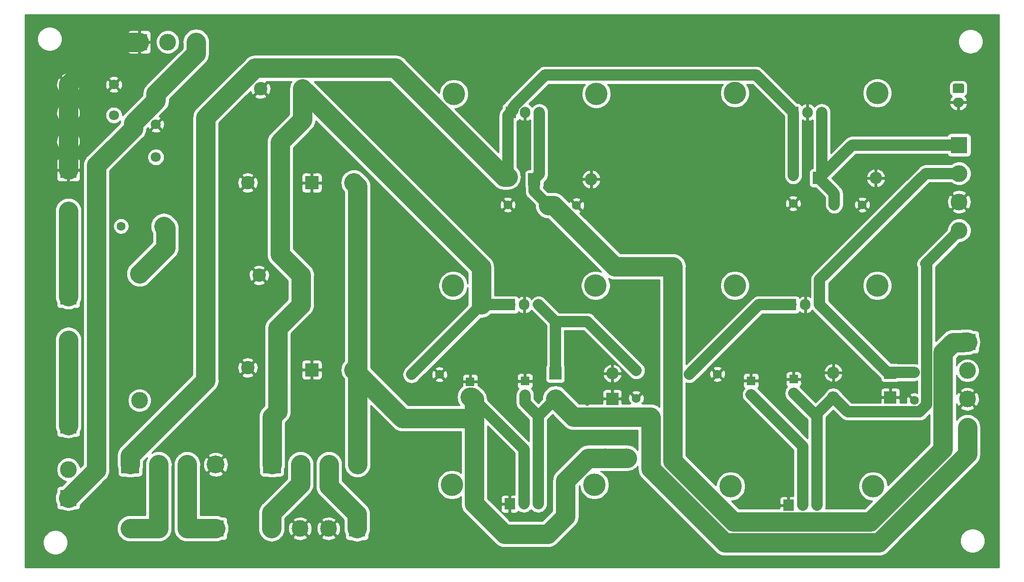
<source format=gbr>
%TF.GenerationSoftware,KiCad,Pcbnew,(5.1.10)-1*%
%TF.CreationDate,2022-01-02T13:32:58-05:00*%
%TF.ProjectId,Single Power Supply,53696e67-6c65-4205-906f-776572205375,rev?*%
%TF.SameCoordinates,Original*%
%TF.FileFunction,Copper,L2,Bot*%
%TF.FilePolarity,Positive*%
%FSLAX46Y46*%
G04 Gerber Fmt 4.6, Leading zero omitted, Abs format (unit mm)*
G04 Created by KiCad (PCBNEW (5.1.10)-1) date 2022-01-02 13:32:58*
%MOMM*%
%LPD*%
G01*
G04 APERTURE LIST*
%TA.AperFunction,ComponentPad*%
%ADD10C,4.000000*%
%TD*%
%TA.AperFunction,ComponentPad*%
%ADD11C,3.000000*%
%TD*%
%TA.AperFunction,ComponentPad*%
%ADD12R,3.000000X3.000000*%
%TD*%
%TA.AperFunction,ComponentPad*%
%ADD13C,2.400000*%
%TD*%
%TA.AperFunction,ComponentPad*%
%ADD14R,2.400000X2.400000*%
%TD*%
%TA.AperFunction,ComponentPad*%
%ADD15C,1.600000*%
%TD*%
%TA.AperFunction,ComponentPad*%
%ADD16R,1.600000X1.600000*%
%TD*%
%TA.AperFunction,ComponentPad*%
%ADD17R,3.200000X3.200000*%
%TD*%
%TA.AperFunction,ComponentPad*%
%ADD18C,3.200000*%
%TD*%
%TA.AperFunction,ComponentPad*%
%ADD19R,2.200000X2.200000*%
%TD*%
%TA.AperFunction,ComponentPad*%
%ADD20O,2.200000X2.200000*%
%TD*%
%TA.AperFunction,ComponentPad*%
%ADD21O,2.000000X1.700000*%
%TD*%
%TA.AperFunction,ComponentPad*%
%ADD22C,1.800000*%
%TD*%
%TA.AperFunction,ComponentPad*%
%ADD23O,1.600000X1.600000*%
%TD*%
%TA.AperFunction,ComponentPad*%
%ADD24O,1.905000X2.000000*%
%TD*%
%TA.AperFunction,ComponentPad*%
%ADD25R,1.905000X2.000000*%
%TD*%
%TA.AperFunction,ViaPad*%
%ADD26C,0.800000*%
%TD*%
%TA.AperFunction,ViaPad*%
%ADD27C,3.500000*%
%TD*%
%TA.AperFunction,Conductor*%
%ADD28C,3.500000*%
%TD*%
%TA.AperFunction,Conductor*%
%ADD29C,2.000000*%
%TD*%
%TA.AperFunction,Conductor*%
%ADD30C,0.254000*%
%TD*%
%TA.AperFunction,Conductor*%
%ADD31C,0.100000*%
%TD*%
G04 APERTURE END LIST*
D10*
%TO.P,REF\u002A\u002A,1*%
%TO.N,N/C*%
X122189240Y-104579420D03*
X96789240Y-104579420D03*
%TD*%
D11*
%TO.P,J7,2*%
%TO.N,GND*%
X74777600Y-112395000D03*
%TO.P,J7,3*%
X69697600Y-112395000D03*
D12*
%TO.P,J7,1*%
%TO.N,Net-(D2-Pad3)*%
X79857600Y-112395000D03*
D11*
%TO.P,J7,4*%
%TO.N,Net-(D2-Pad2)*%
X64617600Y-112395000D03*
%TD*%
D10*
%TO.P,REF\u002A\u002A,1*%
%TO.N,N/C*%
X146497040Y-104833420D03*
X171897040Y-104833420D03*
%TD*%
%TO.P,REF\u002A\u002A,1*%
%TO.N,N/C*%
X172633640Y-69019420D03*
X147233640Y-69019420D03*
%TD*%
%TO.P,REF\u002A\u002A,1*%
%TO.N,N/C*%
X96992440Y-69019420D03*
X122392440Y-69019420D03*
%TD*%
%TO.P,REF\u002A\u002A,1*%
%TO.N,N/C*%
X172633640Y-34665920D03*
X147233640Y-34665920D03*
%TD*%
%TO.P,REF\u002A\u002A,1*%
%TO.N,N/C*%
X97119440Y-34792920D03*
X122519440Y-34792920D03*
%TD*%
D13*
%TO.P,C1,2*%
%TO.N,GND*%
X60372640Y-50667920D03*
D14*
%TO.P,C1,1*%
%TO.N,Net-(C1-Pad1)*%
X52872640Y-50667920D03*
%TD*%
D13*
%TO.P,C2,2*%
%TO.N,GND*%
X62390640Y-67177920D03*
D14*
%TO.P,C2,1*%
%TO.N,Net-(C10-Pad1)*%
X69890640Y-67177920D03*
%TD*%
D13*
%TO.P,C3,2*%
%TO.N,Net-(C11-Pad2)*%
X79295640Y-84068920D03*
D14*
%TO.P,C3,1*%
%TO.N,GND*%
X71795640Y-84068920D03*
%TD*%
%TO.P,C4,1*%
%TO.N,Net-(C1-Pad1)*%
X52872640Y-83687920D03*
D13*
%TO.P,C4,2*%
%TO.N,GND*%
X60372640Y-83687920D03*
%TD*%
D14*
%TO.P,C5,1*%
%TO.N,Net-(C10-Pad1)*%
X70144640Y-33903920D03*
D13*
%TO.P,C5,2*%
%TO.N,GND*%
X62644640Y-33903920D03*
%TD*%
D14*
%TO.P,C6,1*%
%TO.N,GND*%
X71795640Y-50667920D03*
D13*
%TO.P,C6,2*%
%TO.N,Net-(C11-Pad2)*%
X79295640Y-50667920D03*
%TD*%
D15*
%TO.P,C7,2*%
%TO.N,GND*%
X157647640Y-54350920D03*
%TO.P,C7,1*%
%TO.N,Net-(C1-Pad1)*%
X157647640Y-49350920D03*
%TD*%
%TO.P,C8,2*%
%TO.N,GND*%
X106746040Y-54601120D03*
%TO.P,C8,1*%
%TO.N,Net-(C1-Pad1)*%
X106746040Y-49601120D03*
%TD*%
%TO.P,C9,1*%
%TO.N,Net-(C10-Pad1)*%
X89559120Y-84891880D03*
%TO.P,C9,2*%
%TO.N,GND*%
X94559120Y-84891880D03*
%TD*%
%TO.P,C10,1*%
%TO.N,Net-(C10-Pad1)*%
X139124680Y-84833460D03*
%TO.P,C10,2*%
%TO.N,GND*%
X144124680Y-84833460D03*
%TD*%
D16*
%TO.P,C11,1*%
%TO.N,GND*%
X150124160Y-86019640D03*
D15*
%TO.P,C11,2*%
%TO.N,Net-(C11-Pad2)*%
X150124160Y-88519640D03*
%TD*%
%TO.P,C12,2*%
%TO.N,Net-(C11-Pad2)*%
X100045520Y-88672040D03*
D16*
%TO.P,C12,1*%
%TO.N,GND*%
X100045520Y-86172040D03*
%TD*%
D15*
%TO.P,C13,2*%
%TO.N,GND*%
X129644140Y-89161620D03*
%TO.P,C13,1*%
%TO.N,Net-(C13-Pad1)*%
X129644140Y-84161620D03*
%TD*%
%TO.P,C14,2*%
%TO.N,GND*%
X179212240Y-89542620D03*
%TO.P,C14,1*%
%TO.N,Net-(C14-Pad1)*%
X179212240Y-84542620D03*
%TD*%
%TO.P,C15,1*%
%TO.N,Net-(C15-Pad1)*%
X113988840Y-54731920D03*
%TO.P,C15,2*%
%TO.N,GND*%
X118988840Y-54731920D03*
%TD*%
%TO.P,C16,1*%
%TO.N,Net-(C16-Pad1)*%
X164966640Y-54604920D03*
%TO.P,C16,2*%
%TO.N,GND*%
X169966640Y-54604920D03*
%TD*%
D16*
%TO.P,C17,1*%
%TO.N,GND*%
X109809280Y-86065360D03*
D15*
%TO.P,C17,2*%
%TO.N,Net-(C17-Pad2)*%
X109809280Y-88565360D03*
%TD*%
%TO.P,C18,2*%
%TO.N,Net-(C18-Pad2)*%
X157708600Y-88235160D03*
D16*
%TO.P,C18,1*%
%TO.N,GND*%
X157708600Y-85735160D03*
%TD*%
D17*
%TO.P,D1,1*%
%TO.N,Net-(C1-Pad1)*%
X39410640Y-100959920D03*
D18*
%TO.P,D1,2*%
%TO.N,Net-(D1-Pad2)*%
X44490640Y-100959920D03*
%TO.P,D1,3*%
%TO.N,Net-(D1-Pad3)*%
X49570640Y-100959920D03*
%TO.P,D1,4*%
%TO.N,GND*%
X54650640Y-100959920D03*
%TD*%
%TO.P,D2,4*%
%TO.N,Net-(C11-Pad2)*%
X79923640Y-100959920D03*
%TO.P,D2,3*%
%TO.N,Net-(D2-Pad3)*%
X74843640Y-100959920D03*
%TO.P,D2,2*%
%TO.N,Net-(D2-Pad2)*%
X69763640Y-100959920D03*
D17*
%TO.P,D2,1*%
%TO.N,Net-(C10-Pad1)*%
X64683640Y-100959920D03*
%TD*%
D19*
%TO.P,D3,1*%
%TO.N,Net-(C15-Pad1)*%
X111445040Y-50058320D03*
D20*
%TO.P,D3,2*%
%TO.N,GND*%
X121605040Y-50058320D03*
%TD*%
%TO.P,D4,2*%
%TO.N,GND*%
X172379640Y-49842420D03*
D19*
%TO.P,D4,1*%
%TO.N,Net-(C16-Pad1)*%
X162219640Y-49842420D03*
%TD*%
D20*
%TO.P,D5,2*%
%TO.N,GND*%
X125389640Y-84716620D03*
D19*
%TO.P,D5,1*%
%TO.N,Net-(C13-Pad1)*%
X115229640Y-84716620D03*
%TD*%
%TO.P,D6,1*%
%TO.N,Net-(C14-Pad1)*%
X174957740Y-84589620D03*
D20*
%TO.P,D6,2*%
%TO.N,GND*%
X164797740Y-84589620D03*
%TD*%
%TO.P,D7,2*%
%TO.N,Net-(C17-Pad2)*%
X115229640Y-89225120D03*
D19*
%TO.P,D7,1*%
%TO.N,GND*%
X125389640Y-89225120D03*
%TD*%
%TO.P,D8,1*%
%TO.N,GND*%
X174970440Y-88971120D03*
D20*
%TO.P,D8,2*%
%TO.N,Net-(C18-Pad2)*%
X164810440Y-88971120D03*
%TD*%
D11*
%TO.P,F1,1*%
%TO.N,Net-(F1-Pad1)*%
X41061640Y-66923920D03*
%TO.P,F1,2*%
%TO.N,Net-(F1-Pad2)*%
X41061640Y-89523920D03*
%TD*%
D12*
%TO.P,J1,1*%
%TO.N,GND*%
X41005760Y-25554940D03*
D11*
%TO.P,J1,2*%
%TO.N,Net-(J1-Pad2)*%
X46085760Y-25554940D03*
%TO.P,J1,3*%
%TO.N,Net-(J1-Pad3)*%
X51165760Y-25554940D03*
%TD*%
%TO.P,J2,2*%
%TO.N,Net-(J2-Pad1)*%
X28361640Y-88894920D03*
%TO.P,J2,3*%
X28361640Y-83814920D03*
D12*
%TO.P,J2,1*%
X28361640Y-93974920D03*
D11*
%TO.P,J2,4*%
X28361640Y-78734920D03*
%TD*%
D12*
%TO.P,J3,1*%
%TO.N,Net-(J1-Pad3)*%
X28361640Y-106928920D03*
D11*
%TO.P,J3,2*%
%TO.N,Net-(F1-Pad2)*%
X28361640Y-101848920D03*
%TD*%
%TO.P,J4,4*%
%TO.N,Net-(J1-Pad2)*%
X28361640Y-55747920D03*
D12*
%TO.P,J4,1*%
X28361640Y-70987920D03*
D11*
%TO.P,J4,3*%
X28361640Y-60827920D03*
%TO.P,J4,2*%
X28361640Y-65907920D03*
%TD*%
%TO.P,J5,2*%
%TO.N,GND*%
X28361640Y-43301920D03*
%TO.P,J5,3*%
X28361640Y-38221920D03*
D12*
%TO.P,J5,1*%
X28361640Y-48381920D03*
D11*
%TO.P,J5,4*%
X28361640Y-33141920D03*
%TD*%
%TO.P,J6,4*%
%TO.N,Net-(D1-Pad2)*%
X39380160Y-112389920D03*
D12*
%TO.P,J6,1*%
%TO.N,Net-(D1-Pad3)*%
X54620160Y-112389920D03*
D11*
%TO.P,J6,3*%
%TO.N,Net-(D1-Pad2)*%
X44460160Y-112389920D03*
%TO.P,J6,2*%
%TO.N,Net-(D1-Pad3)*%
X49540160Y-112389920D03*
%TD*%
%TO.P,J8,1*%
%TO.N,Net-(C14-Pad1)*%
%TA.AperFunction,ComponentPad*%
G36*
G01*
X186361640Y-32990420D02*
X187861640Y-32990420D01*
G75*
G02*
X188111640Y-33240420I0J-250000D01*
G01*
X188111640Y-34440420D01*
G75*
G02*
X187861640Y-34690420I-250000J0D01*
G01*
X186361640Y-34690420D01*
G75*
G02*
X186111640Y-34440420I0J250000D01*
G01*
X186111640Y-33240420D01*
G75*
G02*
X186361640Y-32990420I250000J0D01*
G01*
G37*
%TD.AperFunction*%
D21*
%TO.P,J8,2*%
%TO.N,GND*%
X187111640Y-36340420D03*
%TD*%
D11*
%TO.P,J9,2*%
%TO.N,Net-(C13-Pad1)*%
X188711840Y-84195920D03*
%TO.P,J9,3*%
%TO.N,GND*%
X188711840Y-89275920D03*
D12*
%TO.P,J9,1*%
%TO.N,Net-(C15-Pad1)*%
X188711840Y-79115920D03*
D11*
%TO.P,J9,4*%
%TO.N,Net-(C17-Pad2)*%
X188711840Y-94355920D03*
%TD*%
%TO.P,J10,4*%
%TO.N,Net-(C18-Pad2)*%
X187238640Y-59176920D03*
D12*
%TO.P,J10,1*%
%TO.N,Net-(C16-Pad1)*%
X187238640Y-43936920D03*
D11*
%TO.P,J10,3*%
%TO.N,GND*%
X187238640Y-54096920D03*
%TO.P,J10,2*%
%TO.N,Net-(C14-Pad1)*%
X187238640Y-49016920D03*
%TD*%
D22*
%TO.P,RV1,2*%
%TO.N,Net-(J1-Pad3)*%
X36482640Y-44462590D03*
%TO.P,RV1,1*%
%TO.N,Net-(J1-Pad2)*%
X43982640Y-46095920D03*
%TD*%
%TO.P,RV2,1*%
%TO.N,GND*%
X43982640Y-40253920D03*
%TO.P,RV2,2*%
%TO.N,Net-(J1-Pad2)*%
X36482640Y-38620590D03*
%TD*%
%TO.P,RV3,1*%
%TO.N,GND*%
X36489640Y-33141920D03*
%TO.P,RV3,2*%
%TO.N,Net-(J1-Pad3)*%
X43989640Y-34775250D03*
%TD*%
D15*
%TO.P,TH1,1*%
%TO.N,Net-(J2-Pad1)*%
X37759640Y-58414920D03*
D23*
%TO.P,TH1,2*%
%TO.N,Net-(F1-Pad1)*%
X45379640Y-58414920D03*
%TD*%
D24*
%TO.P,U1,3*%
%TO.N,Net-(C15-Pad1)*%
X112359440Y-38094920D03*
%TO.P,U1,2*%
%TO.N,GND*%
X109819440Y-38094920D03*
D25*
%TO.P,U1,1*%
%TO.N,Net-(C1-Pad1)*%
X107279440Y-38094920D03*
%TD*%
D24*
%TO.P,U2,3*%
%TO.N,Net-(C16-Pad1)*%
X162727640Y-38094920D03*
%TO.P,U2,2*%
%TO.N,GND*%
X160187640Y-38094920D03*
D25*
%TO.P,U2,1*%
%TO.N,Net-(C1-Pad1)*%
X157647640Y-38094920D03*
%TD*%
%TO.P,U3,1*%
%TO.N,Net-(C10-Pad1)*%
X107152440Y-72448420D03*
D24*
%TO.P,U3,2*%
%TO.N,GND*%
X109692440Y-72448420D03*
%TO.P,U3,3*%
%TO.N,Net-(C13-Pad1)*%
X112232440Y-72448420D03*
%TD*%
D25*
%TO.P,U4,1*%
%TO.N,Net-(C10-Pad1)*%
X157266640Y-72448420D03*
D24*
%TO.P,U4,2*%
%TO.N,GND*%
X159806640Y-72448420D03*
%TO.P,U4,3*%
%TO.N,Net-(C14-Pad1)*%
X162346640Y-72448420D03*
%TD*%
%TO.P,U5,3*%
%TO.N,Net-(C17-Pad2)*%
X112156240Y-108008420D03*
%TO.P,U5,2*%
%TO.N,Net-(C11-Pad2)*%
X109616240Y-108008420D03*
D25*
%TO.P,U5,1*%
%TO.N,GND*%
X107076240Y-108008420D03*
%TD*%
%TO.P,U6,1*%
%TO.N,GND*%
X156784040Y-108262420D03*
D24*
%TO.P,U6,2*%
%TO.N,Net-(C11-Pad2)*%
X159324040Y-108262420D03*
%TO.P,U6,3*%
%TO.N,Net-(C18-Pad2)*%
X161864040Y-108262420D03*
%TD*%
D26*
%TO.N,GND*%
X88559640Y-39893240D03*
X93680280Y-44226480D03*
X82468720Y-35986720D03*
X127279400Y-51577240D03*
X140467080Y-51379120D03*
X149458680Y-51241960D03*
X141935200Y-60436760D03*
X134076440Y-58902600D03*
X133339840Y-42453560D03*
X148356320Y-96895920D03*
X141081760Y-99532440D03*
X146197320Y-100015040D03*
X142316200Y-87370920D03*
X140406120Y-89240360D03*
X153156920Y-79141320D03*
X160020000Y-79065120D03*
X156550360Y-81793080D03*
X169336720Y-85928200D03*
X148437600Y-82494120D03*
X120411240Y-84114640D03*
X120888760Y-90109040D03*
X105145840Y-76001880D03*
X105227120Y-84714080D03*
X115356640Y-96093280D03*
X117662960Y-98298000D03*
X115453160Y-100025200D03*
X179537360Y-99542600D03*
X171658280Y-99659440D03*
X186095640Y-76301600D03*
X190215520Y-66131440D03*
D27*
%TO.N,Net-(C11-Pad2)*%
X124119640Y-99806760D03*
X127822960Y-99806760D03*
%TD*%
D28*
%TO.N,GND*%
X35948620Y-25554940D02*
X28361640Y-33141920D01*
X41005760Y-25554940D02*
X35948620Y-25554940D01*
X28361640Y-33141920D02*
X28361640Y-48381920D01*
D29*
%TO.N,Net-(C1-Pad1)*%
X106746040Y-38628320D02*
X107279440Y-38094920D01*
X106746040Y-49601120D02*
X106746040Y-38628320D01*
X113356833Y-31465919D02*
X151018639Y-31465919D01*
X107666930Y-37155822D02*
X113356833Y-31465919D01*
X151018639Y-31465919D02*
X157647640Y-38094920D01*
X107666930Y-37707430D02*
X107666930Y-37155822D01*
X107279440Y-38094920D02*
X107666930Y-37707430D01*
X157647640Y-49350920D02*
X157647640Y-38094920D01*
D28*
X39410640Y-100959920D02*
X39410640Y-99400360D01*
X52872640Y-85938360D02*
X52872640Y-83687920D01*
X39410640Y-99400360D02*
X52872640Y-85938360D01*
X52872640Y-39013918D02*
X61685958Y-30200600D01*
X52872640Y-83687920D02*
X52872640Y-39013918D01*
X106081638Y-49601120D02*
X106746040Y-49601120D01*
X86681118Y-30200600D02*
X106081638Y-49601120D01*
X61685958Y-30200600D02*
X86681118Y-30200600D01*
D29*
%TO.N,Net-(C10-Pad1)*%
X151509720Y-72448420D02*
X139124680Y-84833460D01*
X157266640Y-72448420D02*
X151509720Y-72448420D01*
X102002580Y-72448420D02*
X89559120Y-84891880D01*
X107152440Y-72448420D02*
X102002580Y-72448420D01*
D28*
X64683640Y-100959920D02*
X64683640Y-92481400D01*
X64683640Y-92481400D02*
X65730120Y-91434920D01*
X65730120Y-91434920D02*
X65730120Y-76616560D01*
X69890640Y-72456040D02*
X69890640Y-67177920D01*
X65730120Y-76616560D02*
X69890640Y-72456040D01*
X69890640Y-67177920D02*
X66121280Y-63408560D01*
X66121280Y-63408560D02*
X66121280Y-43449240D01*
X70144640Y-39425880D02*
X70144640Y-33903920D01*
X66121280Y-43449240D02*
X70144640Y-39425880D01*
X102002580Y-65761860D02*
X102002580Y-72448420D01*
X70144640Y-33903920D02*
X102002580Y-65761860D01*
D29*
%TO.N,Net-(C11-Pad2)*%
X109616240Y-98242760D02*
X109616240Y-108008420D01*
X100045520Y-88672040D02*
X109616240Y-98242760D01*
X159324040Y-97719520D02*
X159324040Y-108262420D01*
X150124160Y-88519640D02*
X159324040Y-97719520D01*
D28*
X106166920Y-113385600D02*
X100739241Y-107957921D01*
X117053360Y-110225840D02*
X113893600Y-113385600D01*
X113893600Y-113385600D02*
X106166920Y-113385600D01*
X117053360Y-103869298D02*
X117053360Y-110225840D01*
X87975121Y-92748401D02*
X100739241Y-92748401D01*
X79295640Y-84068920D02*
X87975121Y-92748401D01*
X100739241Y-107957921D02*
X100739241Y-92748401D01*
X100295521Y-88922041D02*
X100045520Y-88922041D01*
X100739241Y-89365761D02*
X100295521Y-88922041D01*
X100739241Y-92748401D02*
X100739241Y-89365761D01*
X79923640Y-51295920D02*
X79295640Y-50667920D01*
X79923640Y-100959920D02*
X79923640Y-51295920D01*
X117053360Y-103869298D02*
X121115898Y-99806760D01*
X121115898Y-99806760D02*
X122763280Y-99806760D01*
X128000760Y-99806760D02*
X128000760Y-99806760D01*
X126649480Y-99806760D02*
X128000760Y-99806760D01*
X125318520Y-99806760D02*
X126649480Y-99806760D01*
X124089160Y-99806760D02*
X125318520Y-99806760D01*
X122763280Y-99806760D02*
X124089160Y-99806760D01*
D29*
%TO.N,Net-(C13-Pad1)*%
X115229640Y-75445620D02*
X112232440Y-72448420D01*
X115229640Y-84716620D02*
X115229640Y-75445620D01*
X120928140Y-75445620D02*
X115229640Y-75445620D01*
X129644140Y-84161620D02*
X120928140Y-75445620D01*
%TO.N,Net-(C14-Pad1)*%
X162346640Y-72448420D02*
X162346640Y-67965320D01*
X181295040Y-49016920D02*
X187238640Y-49016920D01*
X162346640Y-67965320D02*
X181295040Y-49016920D01*
X174487840Y-84589620D02*
X162346640Y-72448420D01*
X174957740Y-84589620D02*
X174487840Y-84589620D01*
X175004740Y-84542620D02*
X174957740Y-84589620D01*
X179212240Y-84542620D02*
X175004740Y-84542620D01*
%TO.N,Net-(C15-Pad1)*%
X112359440Y-49143920D02*
X112359440Y-38094920D01*
X111445040Y-50058320D02*
X112359440Y-49143920D01*
X111445040Y-52188120D02*
X113988840Y-54731920D01*
X111445040Y-50058320D02*
X111445040Y-52188120D01*
D28*
X136174671Y-100357053D02*
X136174671Y-65643569D01*
X147030039Y-111212421D02*
X136174671Y-100357053D01*
X184362260Y-80991540D02*
X184362260Y-98214202D01*
X186187080Y-79166720D02*
X184362260Y-80991540D01*
X171364041Y-111212421D02*
X147030039Y-111212421D01*
X184362260Y-98214202D02*
X171364041Y-111212421D01*
X187990480Y-79166720D02*
X186187080Y-79166720D01*
X114918838Y-54731920D02*
X113988840Y-54731920D01*
X125830487Y-65643569D02*
X114918838Y-54731920D01*
X136174671Y-65643569D02*
X125830487Y-65643569D01*
X188041280Y-79115920D02*
X187990480Y-79166720D01*
X188711840Y-79115920D02*
X188041280Y-79115920D01*
D29*
%TO.N,Net-(C16-Pad1)*%
X162727640Y-49334420D02*
X162727640Y-38094920D01*
X162219640Y-49842420D02*
X162727640Y-49334420D01*
X164966640Y-52589420D02*
X162219640Y-49842420D01*
X164966640Y-54604920D02*
X164966640Y-52589420D01*
X168125140Y-43936920D02*
X162219640Y-49842420D01*
X187238640Y-43936920D02*
X168125140Y-43936920D01*
%TO.N,Net-(C17-Pad2)*%
X112156240Y-92298520D02*
X115229640Y-89225120D01*
X112156240Y-108008420D02*
X112156240Y-92298520D01*
X109809280Y-89951560D02*
X112156240Y-92298520D01*
X109809280Y-88565360D02*
X109809280Y-89951560D01*
D28*
X118463561Y-92459041D02*
X132189721Y-92459041D01*
X132189721Y-92459041D02*
X132288280Y-92557600D01*
X115229640Y-89225120D02*
X118463561Y-92459041D01*
X188711840Y-99097226D02*
X188711840Y-94355920D01*
X172896636Y-114912430D02*
X188711840Y-99097226D01*
X145497445Y-114912431D02*
X172896636Y-114912430D01*
X132288280Y-101703266D02*
X145497445Y-114912431D01*
X132288280Y-92557600D02*
X132288280Y-101703266D01*
D29*
%TO.N,Net-(C18-Pad2)*%
X161864040Y-91917520D02*
X164810440Y-88971120D01*
X161864040Y-108262420D02*
X161864040Y-91917520D01*
X161390960Y-91917520D02*
X161864040Y-91917520D01*
X157708600Y-88235160D02*
X161390960Y-91917520D01*
X187238640Y-59176920D02*
X181244240Y-65171320D01*
X167381941Y-91542621D02*
X164810440Y-88971120D01*
X180172241Y-91542621D02*
X167381941Y-91542621D01*
X181412250Y-65339330D02*
X181412250Y-90302612D01*
X181412250Y-90302612D02*
X180172241Y-91542621D01*
X181244240Y-65171320D02*
X181412250Y-65339330D01*
D28*
%TO.N,Net-(D1-Pad2)*%
X39380160Y-112389920D02*
X44460160Y-112389920D01*
X44460160Y-100990400D02*
X44490640Y-100959920D01*
X44460160Y-112389920D02*
X44460160Y-100990400D01*
%TO.N,Net-(D1-Pad3)*%
X49540160Y-100990400D02*
X49570640Y-100959920D01*
X49540160Y-112389920D02*
X49540160Y-100990400D01*
X54620160Y-112389920D02*
X49540160Y-112389920D01*
%TO.N,Net-(D2-Pad3)*%
X79857600Y-112395000D02*
X79857600Y-109860080D01*
X74843640Y-104846120D02*
X74843640Y-100959920D01*
X79857600Y-109860080D02*
X74843640Y-104846120D01*
%TO.N,Net-(D2-Pad2)*%
X64617600Y-112395000D02*
X64617600Y-109616240D01*
X69763640Y-104470200D02*
X69763640Y-100959920D01*
X64617600Y-109616240D02*
X69763640Y-104470200D01*
%TO.N,Net-(F1-Pad1)*%
X41061640Y-66923920D02*
X45740320Y-62245240D01*
X45740320Y-58775600D02*
X45379640Y-58414920D01*
X45740320Y-62245240D02*
X45740320Y-58775600D01*
%TO.N,Net-(J1-Pad2)*%
X28361640Y-70987920D02*
X28361640Y-55747920D01*
%TO.N,Net-(J1-Pad3)*%
X36482640Y-44462590D02*
X33390840Y-47554390D01*
X28387642Y-106928920D02*
X28361640Y-106928920D01*
X33390840Y-101925722D02*
X28387642Y-106928920D01*
X33390840Y-47554390D02*
X33390840Y-101925722D01*
X36482640Y-44462590D02*
X39980110Y-40965120D01*
X43989640Y-36028918D02*
X43989640Y-34775250D01*
X39980110Y-40038448D02*
X43989640Y-36028918D01*
X39980110Y-40965120D02*
X39980110Y-40038448D01*
X43989640Y-34775250D02*
X51124610Y-27640280D01*
X51124610Y-25596090D02*
X51165760Y-25554940D01*
X51124610Y-27640280D02*
X51124610Y-25596090D01*
%TO.N,Net-(J2-Pad1)*%
X28361640Y-93974920D02*
X28361640Y-78734920D01*
%TD*%
D30*
%TO.N,GND*%
X194340001Y-119340000D02*
X20660000Y-119340000D01*
X20660000Y-114674232D01*
X23800000Y-114674232D01*
X23800000Y-115114488D01*
X23885890Y-115546285D01*
X24054369Y-115953029D01*
X24298962Y-116319089D01*
X24610271Y-116630398D01*
X24976331Y-116874991D01*
X25383075Y-117043470D01*
X25814872Y-117129360D01*
X26255128Y-117129360D01*
X26686925Y-117043470D01*
X27093669Y-116874991D01*
X27459729Y-116630398D01*
X27771038Y-116319089D01*
X28015631Y-115953029D01*
X28184110Y-115546285D01*
X28270000Y-115114488D01*
X28270000Y-114674232D01*
X28184110Y-114242435D01*
X28015631Y-113835691D01*
X27771038Y-113469631D01*
X27459729Y-113158322D01*
X27093669Y-112913729D01*
X26686925Y-112745250D01*
X26255128Y-112659360D01*
X25814872Y-112659360D01*
X25383075Y-112745250D01*
X24976331Y-112913729D01*
X24610271Y-113158322D01*
X24298962Y-113469631D01*
X24054369Y-113835691D01*
X23885890Y-114242435D01*
X23800000Y-114674232D01*
X20660000Y-114674232D01*
X20660000Y-112389920D01*
X36983621Y-112389920D01*
X37029670Y-112857462D01*
X37166047Y-113307036D01*
X37387511Y-113721366D01*
X37685551Y-114084529D01*
X38048714Y-114382569D01*
X38463044Y-114604033D01*
X38912618Y-114740410D01*
X39263003Y-114774920D01*
X44343003Y-114774920D01*
X44460160Y-114786459D01*
X44577317Y-114774920D01*
X44927702Y-114740410D01*
X45377276Y-114604033D01*
X45791606Y-114382569D01*
X46154769Y-114084529D01*
X46452809Y-113721366D01*
X46674273Y-113307036D01*
X46810650Y-112857462D01*
X46856699Y-112389920D01*
X46845160Y-112272763D01*
X46845160Y-101386534D01*
X46884176Y-100990400D01*
X47143621Y-100990400D01*
X47155161Y-101107567D01*
X47155160Y-112272763D01*
X47143621Y-112389920D01*
X47189670Y-112857462D01*
X47326047Y-113307036D01*
X47547511Y-113721366D01*
X47685840Y-113889920D01*
X47845551Y-114084529D01*
X48208714Y-114382569D01*
X48623044Y-114604033D01*
X49072618Y-114740410D01*
X49540160Y-114786459D01*
X49657317Y-114774920D01*
X54737317Y-114774920D01*
X55087702Y-114740410D01*
X55537276Y-114604033D01*
X55679539Y-114527992D01*
X56120160Y-114527992D01*
X56244642Y-114515732D01*
X56364340Y-114479422D01*
X56474654Y-114420457D01*
X56571345Y-114341105D01*
X56650697Y-114244414D01*
X56709662Y-114134100D01*
X56745972Y-114014402D01*
X56758232Y-113889920D01*
X56758232Y-113449299D01*
X56834273Y-113307036D01*
X56970650Y-112857462D01*
X57016699Y-112389920D01*
X56970650Y-111922378D01*
X56834273Y-111472804D01*
X56758232Y-111330541D01*
X56758232Y-110889920D01*
X56745972Y-110765438D01*
X56709662Y-110645740D01*
X56650697Y-110535426D01*
X56571345Y-110438735D01*
X56474654Y-110359383D01*
X56364340Y-110300418D01*
X56244642Y-110264108D01*
X56120160Y-110251848D01*
X55679539Y-110251848D01*
X55537276Y-110175807D01*
X55087702Y-110039430D01*
X54737317Y-110004920D01*
X51925160Y-110004920D01*
X51925160Y-109616240D01*
X62221061Y-109616240D01*
X62232600Y-109733397D01*
X62232600Y-112512156D01*
X62267110Y-112862541D01*
X62403487Y-113312115D01*
X62624951Y-113726445D01*
X62922991Y-114089609D01*
X63286154Y-114387649D01*
X63700484Y-114609113D01*
X64150058Y-114745490D01*
X64617600Y-114791539D01*
X65085141Y-114745490D01*
X65534715Y-114609113D01*
X65949045Y-114387649D01*
X66312209Y-114089609D01*
X66478770Y-113886653D01*
X68385552Y-113886653D01*
X68541562Y-114202214D01*
X68916345Y-114393020D01*
X69321151Y-114507044D01*
X69740424Y-114539902D01*
X70158051Y-114490334D01*
X70557983Y-114360243D01*
X70853638Y-114202214D01*
X71009648Y-113886653D01*
X73465552Y-113886653D01*
X73621562Y-114202214D01*
X73996345Y-114393020D01*
X74401151Y-114507044D01*
X74820424Y-114539902D01*
X75238051Y-114490334D01*
X75637983Y-114360243D01*
X75933638Y-114202214D01*
X76089648Y-113886653D01*
X74777600Y-112574605D01*
X73465552Y-113886653D01*
X71009648Y-113886653D01*
X69697600Y-112574605D01*
X68385552Y-113886653D01*
X66478770Y-113886653D01*
X66610249Y-113726446D01*
X66831713Y-113312116D01*
X66968090Y-112862542D01*
X67002600Y-112512157D01*
X67002600Y-112437824D01*
X67552698Y-112437824D01*
X67602266Y-112855451D01*
X67732357Y-113255383D01*
X67890386Y-113551038D01*
X68205947Y-113707048D01*
X69517995Y-112395000D01*
X69877205Y-112395000D01*
X71189253Y-113707048D01*
X71504814Y-113551038D01*
X71695620Y-113176255D01*
X71809644Y-112771449D01*
X71835789Y-112437824D01*
X72632698Y-112437824D01*
X72682266Y-112855451D01*
X72812357Y-113255383D01*
X72970386Y-113551038D01*
X73285947Y-113707048D01*
X74597995Y-112395000D01*
X74957205Y-112395000D01*
X76269253Y-113707048D01*
X76584814Y-113551038D01*
X76775620Y-113176255D01*
X76889644Y-112771449D01*
X76922502Y-112352176D01*
X76872934Y-111934549D01*
X76742843Y-111534617D01*
X76584814Y-111238962D01*
X76269253Y-111082952D01*
X74957205Y-112395000D01*
X74597995Y-112395000D01*
X73285947Y-111082952D01*
X72970386Y-111238962D01*
X72779580Y-111613745D01*
X72665556Y-112018551D01*
X72632698Y-112437824D01*
X71835789Y-112437824D01*
X71842502Y-112352176D01*
X71792934Y-111934549D01*
X71662843Y-111534617D01*
X71504814Y-111238962D01*
X71189253Y-111082952D01*
X69877205Y-112395000D01*
X69517995Y-112395000D01*
X68205947Y-111082952D01*
X67890386Y-111238962D01*
X67699580Y-111613745D01*
X67585556Y-112018551D01*
X67552698Y-112437824D01*
X67002600Y-112437824D01*
X67002600Y-110903347D01*
X68385552Y-110903347D01*
X69697600Y-112215395D01*
X71009648Y-110903347D01*
X73465552Y-110903347D01*
X74777600Y-112215395D01*
X76089648Y-110903347D01*
X75933638Y-110587786D01*
X75558855Y-110396980D01*
X75154049Y-110282956D01*
X74734776Y-110250098D01*
X74317149Y-110299666D01*
X73917217Y-110429757D01*
X73621562Y-110587786D01*
X73465552Y-110903347D01*
X71009648Y-110903347D01*
X70853638Y-110587786D01*
X70478855Y-110396980D01*
X70074049Y-110282956D01*
X69654776Y-110250098D01*
X69237149Y-110299666D01*
X68837217Y-110429757D01*
X68541562Y-110587786D01*
X68385552Y-110903347D01*
X67002600Y-110903347D01*
X67002600Y-110604139D01*
X71367246Y-106239493D01*
X71458249Y-106164809D01*
X71756289Y-105801646D01*
X71977753Y-105387316D01*
X72114130Y-104937742D01*
X72123154Y-104846120D01*
X72447101Y-104846120D01*
X72485335Y-105234311D01*
X72493150Y-105313661D01*
X72629527Y-105763235D01*
X72850991Y-106177565D01*
X73149031Y-106540729D01*
X73240035Y-106615414D01*
X77472600Y-110847980D01*
X77472600Y-112512156D01*
X77507110Y-112862541D01*
X77643487Y-113312115D01*
X77719528Y-113454378D01*
X77719528Y-113895000D01*
X77731788Y-114019482D01*
X77768098Y-114139180D01*
X77827063Y-114249494D01*
X77906415Y-114346185D01*
X78003106Y-114425537D01*
X78113420Y-114484502D01*
X78233118Y-114520812D01*
X78357600Y-114533072D01*
X78798221Y-114533072D01*
X78940484Y-114609113D01*
X79390058Y-114745490D01*
X79857600Y-114791539D01*
X80325141Y-114745490D01*
X80774715Y-114609113D01*
X80916978Y-114533072D01*
X81357600Y-114533072D01*
X81482082Y-114520812D01*
X81601780Y-114484502D01*
X81712094Y-114425537D01*
X81808785Y-114346185D01*
X81888137Y-114249494D01*
X81947102Y-114139180D01*
X81983412Y-114019482D01*
X81995672Y-113895000D01*
X81995672Y-113454379D01*
X82071713Y-113312116D01*
X82208090Y-112862542D01*
X82242600Y-112512157D01*
X82242600Y-109977226D01*
X82254138Y-109860079D01*
X82242600Y-109742932D01*
X82242600Y-109742923D01*
X82208090Y-109392538D01*
X82071713Y-108942964D01*
X81850249Y-108528634D01*
X81626892Y-108256472D01*
X81626889Y-108256469D01*
X81552209Y-108165471D01*
X81461210Y-108090790D01*
X77228640Y-103858221D01*
X77228640Y-100842763D01*
X77194130Y-100492378D01*
X77057753Y-100042804D01*
X76836289Y-99628474D01*
X76538249Y-99265311D01*
X76175086Y-98967271D01*
X75760756Y-98745807D01*
X75311182Y-98609430D01*
X74843640Y-98563381D01*
X74376099Y-98609430D01*
X73926525Y-98745807D01*
X73512195Y-98967271D01*
X73149032Y-99265311D01*
X72850992Y-99628474D01*
X72629528Y-100042804D01*
X72493151Y-100492378D01*
X72458641Y-100842763D01*
X72458640Y-104728963D01*
X72447101Y-104846120D01*
X72123154Y-104846120D01*
X72148640Y-104587357D01*
X72148640Y-104587356D01*
X72160179Y-104470200D01*
X72148640Y-104353043D01*
X72148640Y-100842763D01*
X72114130Y-100492378D01*
X71977753Y-100042804D01*
X71756289Y-99628474D01*
X71458249Y-99265311D01*
X71095086Y-98967271D01*
X70680756Y-98745807D01*
X70231182Y-98609430D01*
X69763640Y-98563381D01*
X69296099Y-98609430D01*
X68846525Y-98745807D01*
X68432195Y-98967271D01*
X68069032Y-99265311D01*
X67770992Y-99628474D01*
X67549528Y-100042804D01*
X67413151Y-100492378D01*
X67378640Y-100842763D01*
X67378640Y-103482301D01*
X63013990Y-107846951D01*
X62922992Y-107921631D01*
X62848312Y-108012629D01*
X62848308Y-108012633D01*
X62624951Y-108284795D01*
X62547915Y-108428920D01*
X62403487Y-108699124D01*
X62267110Y-109148698D01*
X62267110Y-109148699D01*
X62221061Y-109616240D01*
X51925160Y-109616240D01*
X51925160Y-102522765D01*
X53267401Y-102522765D01*
X53435442Y-102848563D01*
X53827247Y-103049346D01*
X54250695Y-103169834D01*
X54689513Y-103205396D01*
X55126837Y-103154666D01*
X55545861Y-103019594D01*
X55865838Y-102848563D01*
X56033879Y-102522765D01*
X54650640Y-101139525D01*
X53267401Y-102522765D01*
X51925160Y-102522765D01*
X51925160Y-101386534D01*
X51963349Y-100998793D01*
X52405164Y-100998793D01*
X52455894Y-101436117D01*
X52590966Y-101855141D01*
X52761997Y-102175118D01*
X53087795Y-102343159D01*
X54471035Y-100959920D01*
X54830245Y-100959920D01*
X56213485Y-102343159D01*
X56539283Y-102175118D01*
X56740066Y-101783313D01*
X56860554Y-101359865D01*
X56896116Y-100921047D01*
X56845386Y-100483723D01*
X56710314Y-100064699D01*
X56539283Y-99744722D01*
X56213485Y-99576681D01*
X54830245Y-100959920D01*
X54471035Y-100959920D01*
X53087795Y-99576681D01*
X52761997Y-99744722D01*
X52561214Y-100136527D01*
X52440726Y-100559975D01*
X52405164Y-100998793D01*
X51963349Y-100998793D01*
X51967178Y-100959921D01*
X51921129Y-100492380D01*
X51784753Y-100042805D01*
X51563289Y-99628475D01*
X51373384Y-99397075D01*
X53267401Y-99397075D01*
X54650640Y-100780315D01*
X56033879Y-99397075D01*
X55865838Y-99071277D01*
X55474033Y-98870494D01*
X55050585Y-98750006D01*
X54611767Y-98714444D01*
X54174443Y-98765174D01*
X53755419Y-98900246D01*
X53435442Y-99071277D01*
X53267401Y-99397075D01*
X51373384Y-99397075D01*
X51265248Y-99265312D01*
X50902085Y-98967271D01*
X50487755Y-98745807D01*
X50038180Y-98609431D01*
X49570639Y-98563382D01*
X49103099Y-98609431D01*
X48653525Y-98745807D01*
X48239195Y-98967271D01*
X47967033Y-99190628D01*
X47936550Y-99221111D01*
X47845552Y-99295791D01*
X47770872Y-99386789D01*
X47770868Y-99386793D01*
X47547511Y-99658955D01*
X47326047Y-100073285D01*
X47189670Y-100522859D01*
X47143621Y-100990400D01*
X46884176Y-100990400D01*
X46887178Y-100959921D01*
X46841129Y-100492380D01*
X46704753Y-100042805D01*
X46483289Y-99628475D01*
X46185248Y-99265312D01*
X45822085Y-98967271D01*
X45407755Y-98745807D01*
X44958180Y-98609431D01*
X44490639Y-98563382D01*
X44023099Y-98609431D01*
X43573525Y-98745807D01*
X43282577Y-98901322D01*
X54476252Y-87707648D01*
X54567249Y-87632969D01*
X54648523Y-87533937D01*
X54865289Y-87269806D01*
X55086753Y-86855476D01*
X55223130Y-86405902D01*
X55269179Y-85938360D01*
X55257640Y-85821203D01*
X55257640Y-84965900D01*
X59274266Y-84965900D01*
X59394154Y-85250756D01*
X59717850Y-85411619D01*
X60066709Y-85506242D01*
X60427324Y-85530987D01*
X60785838Y-85484905D01*
X61128473Y-85369766D01*
X61351126Y-85250756D01*
X61471014Y-84965900D01*
X60372640Y-83867525D01*
X59274266Y-84965900D01*
X55257640Y-84965900D01*
X55257640Y-83742604D01*
X58529573Y-83742604D01*
X58575655Y-84101118D01*
X58690794Y-84443753D01*
X58809804Y-84666406D01*
X59094660Y-84786294D01*
X60193035Y-83687920D01*
X60552245Y-83687920D01*
X61650620Y-84786294D01*
X61935476Y-84666406D01*
X62096339Y-84342710D01*
X62190962Y-83993851D01*
X62215707Y-83633236D01*
X62169625Y-83274722D01*
X62054486Y-82932087D01*
X61935476Y-82709434D01*
X61650620Y-82589546D01*
X60552245Y-83687920D01*
X60193035Y-83687920D01*
X59094660Y-82589546D01*
X58809804Y-82709434D01*
X58648941Y-83033130D01*
X58554318Y-83381989D01*
X58529573Y-83742604D01*
X55257640Y-83742604D01*
X55257640Y-82409940D01*
X59274266Y-82409940D01*
X60372640Y-83508315D01*
X61471014Y-82409940D01*
X61351126Y-82125084D01*
X61027430Y-81964221D01*
X60678571Y-81869598D01*
X60317956Y-81844853D01*
X59959442Y-81890935D01*
X59616807Y-82006074D01*
X59394154Y-82125084D01*
X59274266Y-82409940D01*
X55257640Y-82409940D01*
X55257640Y-68455900D01*
X61292266Y-68455900D01*
X61412154Y-68740756D01*
X61735850Y-68901619D01*
X62084709Y-68996242D01*
X62445324Y-69020987D01*
X62803838Y-68974905D01*
X63146473Y-68859766D01*
X63369126Y-68740756D01*
X63489014Y-68455900D01*
X62390640Y-67357525D01*
X61292266Y-68455900D01*
X55257640Y-68455900D01*
X55257640Y-67232604D01*
X60547573Y-67232604D01*
X60593655Y-67591118D01*
X60708794Y-67933753D01*
X60827804Y-68156406D01*
X61112660Y-68276294D01*
X62211035Y-67177920D01*
X62570245Y-67177920D01*
X63668620Y-68276294D01*
X63953476Y-68156406D01*
X64114339Y-67832710D01*
X64208962Y-67483851D01*
X64233707Y-67123236D01*
X64187625Y-66764722D01*
X64072486Y-66422087D01*
X63953476Y-66199434D01*
X63668620Y-66079546D01*
X62570245Y-67177920D01*
X62211035Y-67177920D01*
X61112660Y-66079546D01*
X60827804Y-66199434D01*
X60666941Y-66523130D01*
X60572318Y-66871989D01*
X60547573Y-67232604D01*
X55257640Y-67232604D01*
X55257640Y-65899940D01*
X61292266Y-65899940D01*
X62390640Y-66998315D01*
X63489014Y-65899940D01*
X63369126Y-65615084D01*
X63045430Y-65454221D01*
X62696571Y-65359598D01*
X62335956Y-65334853D01*
X61977442Y-65380935D01*
X61634807Y-65496074D01*
X61412154Y-65615084D01*
X61292266Y-65899940D01*
X55257640Y-65899940D01*
X55257640Y-51945900D01*
X59274266Y-51945900D01*
X59394154Y-52230756D01*
X59717850Y-52391619D01*
X60066709Y-52486242D01*
X60427324Y-52510987D01*
X60785838Y-52464905D01*
X61128473Y-52349766D01*
X61351126Y-52230756D01*
X61471014Y-51945900D01*
X60372640Y-50847525D01*
X59274266Y-51945900D01*
X55257640Y-51945900D01*
X55257640Y-50722604D01*
X58529573Y-50722604D01*
X58575655Y-51081118D01*
X58690794Y-51423753D01*
X58809804Y-51646406D01*
X59094660Y-51766294D01*
X60193035Y-50667920D01*
X60552245Y-50667920D01*
X61650620Y-51766294D01*
X61935476Y-51646406D01*
X62096339Y-51322710D01*
X62190962Y-50973851D01*
X62215707Y-50613236D01*
X62169625Y-50254722D01*
X62054486Y-49912087D01*
X61935476Y-49689434D01*
X61650620Y-49569546D01*
X60552245Y-50667920D01*
X60193035Y-50667920D01*
X59094660Y-49569546D01*
X58809804Y-49689434D01*
X58648941Y-50013130D01*
X58554318Y-50361989D01*
X58529573Y-50722604D01*
X55257640Y-50722604D01*
X55257640Y-49389940D01*
X59274266Y-49389940D01*
X60372640Y-50488315D01*
X61471014Y-49389940D01*
X61351126Y-49105084D01*
X61027430Y-48944221D01*
X60678571Y-48849598D01*
X60317956Y-48824853D01*
X59959442Y-48870935D01*
X59616807Y-48986074D01*
X59394154Y-49105084D01*
X59274266Y-49389940D01*
X55257640Y-49389940D01*
X55257640Y-40001817D01*
X60077557Y-35181900D01*
X61546266Y-35181900D01*
X61666154Y-35466756D01*
X61989850Y-35627619D01*
X62338709Y-35722242D01*
X62699324Y-35746987D01*
X63057838Y-35700905D01*
X63400473Y-35585766D01*
X63623126Y-35466756D01*
X63743014Y-35181900D01*
X62644640Y-34083525D01*
X61546266Y-35181900D01*
X60077557Y-35181900D01*
X60871470Y-34387988D01*
X60962794Y-34659753D01*
X61081804Y-34882406D01*
X61366660Y-35002294D01*
X62465035Y-33903920D01*
X62824245Y-33903920D01*
X63922620Y-35002294D01*
X64207476Y-34882406D01*
X64368339Y-34558710D01*
X64462962Y-34209851D01*
X64487707Y-33849236D01*
X64441625Y-33490722D01*
X64326486Y-33148087D01*
X64207476Y-32925434D01*
X63922620Y-32805546D01*
X62824245Y-33903920D01*
X62465035Y-33903920D01*
X62450892Y-33889778D01*
X62630498Y-33710172D01*
X62644640Y-33724315D01*
X63743014Y-32625940D01*
X63726036Y-32585600D01*
X68144976Y-32585600D01*
X67930527Y-32986805D01*
X67794150Y-33436379D01*
X67748101Y-33903920D01*
X67759641Y-34021087D01*
X67759640Y-38437981D01*
X64517670Y-41679951D01*
X64426672Y-41754631D01*
X64351992Y-41845629D01*
X64351988Y-41845633D01*
X64128631Y-42117795D01*
X63907167Y-42532125D01*
X63770790Y-42981699D01*
X63724741Y-43449240D01*
X63736281Y-43566407D01*
X63736280Y-63291403D01*
X63724741Y-63408560D01*
X63753093Y-63696419D01*
X63770790Y-63876101D01*
X63907167Y-64325675D01*
X64128631Y-64740005D01*
X64426671Y-65103169D01*
X64517675Y-65177854D01*
X67505641Y-68165821D01*
X67505640Y-71468140D01*
X64126510Y-74847271D01*
X64035512Y-74921951D01*
X63960832Y-75012949D01*
X63960828Y-75012953D01*
X63737471Y-75285115D01*
X63516007Y-75699445D01*
X63379630Y-76149019D01*
X63333581Y-76616560D01*
X63345121Y-76733727D01*
X63345120Y-90447021D01*
X63080030Y-90712111D01*
X62989032Y-90786791D01*
X62914352Y-90877789D01*
X62914348Y-90877793D01*
X62690991Y-91149955D01*
X62469527Y-91564285D01*
X62333150Y-92013859D01*
X62287101Y-92481400D01*
X62298641Y-92598567D01*
X62298640Y-101077076D01*
X62333150Y-101427461D01*
X62445568Y-101798053D01*
X62445568Y-102559920D01*
X62457828Y-102684402D01*
X62494138Y-102804100D01*
X62553103Y-102914414D01*
X62632455Y-103011105D01*
X62729146Y-103090457D01*
X62839460Y-103149422D01*
X62959158Y-103185732D01*
X63083640Y-103197992D01*
X63845506Y-103197992D01*
X64216098Y-103310410D01*
X64683640Y-103356459D01*
X65151181Y-103310410D01*
X65521773Y-103197992D01*
X66283640Y-103197992D01*
X66408122Y-103185732D01*
X66527820Y-103149422D01*
X66638134Y-103090457D01*
X66734825Y-103011105D01*
X66814177Y-102914414D01*
X66873142Y-102804100D01*
X66909452Y-102684402D01*
X66921712Y-102559920D01*
X66921712Y-101798054D01*
X67034130Y-101427462D01*
X67068640Y-101077077D01*
X67068640Y-93469299D01*
X67333726Y-93204213D01*
X67424729Y-93129529D01*
X67722769Y-92766366D01*
X67944233Y-92352036D01*
X68080610Y-91902462D01*
X68115120Y-91552077D01*
X68115120Y-91552068D01*
X68126658Y-91434921D01*
X68115120Y-91317774D01*
X68115120Y-85268920D01*
X69957568Y-85268920D01*
X69969828Y-85393402D01*
X70006138Y-85513100D01*
X70065103Y-85623414D01*
X70144455Y-85720105D01*
X70241146Y-85799457D01*
X70351460Y-85858422D01*
X70471158Y-85894732D01*
X70595640Y-85906992D01*
X71509890Y-85903920D01*
X71668640Y-85745170D01*
X71668640Y-84195920D01*
X71922640Y-84195920D01*
X71922640Y-85745170D01*
X72081390Y-85903920D01*
X72995640Y-85906992D01*
X73120122Y-85894732D01*
X73239820Y-85858422D01*
X73350134Y-85799457D01*
X73446825Y-85720105D01*
X73526177Y-85623414D01*
X73585142Y-85513100D01*
X73621452Y-85393402D01*
X73633712Y-85268920D01*
X73630640Y-84354670D01*
X73471890Y-84195920D01*
X71922640Y-84195920D01*
X71668640Y-84195920D01*
X70119390Y-84195920D01*
X69960640Y-84354670D01*
X69957568Y-85268920D01*
X68115120Y-85268920D01*
X68115120Y-82868920D01*
X69957568Y-82868920D01*
X69960640Y-83783170D01*
X70119390Y-83941920D01*
X71668640Y-83941920D01*
X71668640Y-82392670D01*
X71922640Y-82392670D01*
X71922640Y-83941920D01*
X73471890Y-83941920D01*
X73630640Y-83783170D01*
X73633712Y-82868920D01*
X73621452Y-82744438D01*
X73585142Y-82624740D01*
X73526177Y-82514426D01*
X73446825Y-82417735D01*
X73350134Y-82338383D01*
X73239820Y-82279418D01*
X73120122Y-82243108D01*
X72995640Y-82230848D01*
X72081390Y-82233920D01*
X71922640Y-82392670D01*
X71668640Y-82392670D01*
X71509890Y-82233920D01*
X70595640Y-82230848D01*
X70471158Y-82243108D01*
X70351460Y-82279418D01*
X70241146Y-82338383D01*
X70144455Y-82417735D01*
X70065103Y-82514426D01*
X70006138Y-82624740D01*
X69969828Y-82744438D01*
X69957568Y-82868920D01*
X68115120Y-82868920D01*
X68115120Y-77604459D01*
X71494251Y-74225329D01*
X71585249Y-74150649D01*
X71733771Y-73969675D01*
X71883289Y-73787486D01*
X72104753Y-73373156D01*
X72181891Y-73118866D01*
X72241130Y-72923582D01*
X72275640Y-72573197D01*
X72275640Y-72573196D01*
X72287179Y-72456040D01*
X72275640Y-72338883D01*
X72275640Y-67295076D01*
X72287179Y-67177919D01*
X72241130Y-66710378D01*
X72104753Y-66260804D01*
X71883289Y-65846474D01*
X71659932Y-65574312D01*
X71659929Y-65574309D01*
X71585249Y-65483311D01*
X71494250Y-65408630D01*
X68506280Y-62420661D01*
X68506280Y-51867920D01*
X69957568Y-51867920D01*
X69969828Y-51992402D01*
X70006138Y-52112100D01*
X70065103Y-52222414D01*
X70144455Y-52319105D01*
X70241146Y-52398457D01*
X70351460Y-52457422D01*
X70471158Y-52493732D01*
X70595640Y-52505992D01*
X71509890Y-52502920D01*
X71668640Y-52344170D01*
X71668640Y-50794920D01*
X71922640Y-50794920D01*
X71922640Y-52344170D01*
X72081390Y-52502920D01*
X72995640Y-52505992D01*
X73120122Y-52493732D01*
X73239820Y-52457422D01*
X73350134Y-52398457D01*
X73446825Y-52319105D01*
X73526177Y-52222414D01*
X73585142Y-52112100D01*
X73621452Y-51992402D01*
X73633712Y-51867920D01*
X73630640Y-50953670D01*
X73471890Y-50794920D01*
X71922640Y-50794920D01*
X71668640Y-50794920D01*
X70119390Y-50794920D01*
X69960640Y-50953670D01*
X69957568Y-51867920D01*
X68506280Y-51867920D01*
X68506280Y-49467920D01*
X69957568Y-49467920D01*
X69960640Y-50382170D01*
X70119390Y-50540920D01*
X71668640Y-50540920D01*
X71668640Y-48991670D01*
X71922640Y-48991670D01*
X71922640Y-50540920D01*
X73471890Y-50540920D01*
X73630640Y-50382170D01*
X73633712Y-49467920D01*
X73621452Y-49343438D01*
X73585142Y-49223740D01*
X73526177Y-49113426D01*
X73446825Y-49016735D01*
X73350134Y-48937383D01*
X73239820Y-48878418D01*
X73120122Y-48842108D01*
X72995640Y-48829848D01*
X72081390Y-48832920D01*
X71922640Y-48991670D01*
X71668640Y-48991670D01*
X71509890Y-48832920D01*
X70595640Y-48829848D01*
X70471158Y-48842108D01*
X70351460Y-48878418D01*
X70241146Y-48937383D01*
X70144455Y-49016735D01*
X70065103Y-49113426D01*
X70006138Y-49223740D01*
X69969828Y-49343438D01*
X69957568Y-49467920D01*
X68506280Y-49467920D01*
X68506280Y-44437139D01*
X71748246Y-41195173D01*
X71839249Y-41120489D01*
X72137289Y-40757326D01*
X72358753Y-40342996D01*
X72495130Y-39893422D01*
X72518990Y-39651169D01*
X99617580Y-66749760D01*
X99617580Y-68710327D01*
X99526179Y-68250819D01*
X99327547Y-67771279D01*
X99039178Y-67339705D01*
X98672155Y-66972682D01*
X98240581Y-66684313D01*
X97761041Y-66485681D01*
X97251965Y-66384420D01*
X96732915Y-66384420D01*
X96223839Y-66485681D01*
X95744299Y-66684313D01*
X95312725Y-66972682D01*
X94945702Y-67339705D01*
X94657333Y-67771279D01*
X94458701Y-68250819D01*
X94357440Y-68759895D01*
X94357440Y-69278945D01*
X94458701Y-69788021D01*
X94657333Y-70267561D01*
X94945702Y-70699135D01*
X95312725Y-71066158D01*
X95744299Y-71354527D01*
X96223839Y-71553159D01*
X96732915Y-71654420D01*
X97251965Y-71654420D01*
X97761041Y-71553159D01*
X98240581Y-71354527D01*
X98672155Y-71066158D01*
X99039178Y-70699135D01*
X99327547Y-70267561D01*
X99526179Y-69788021D01*
X99617581Y-69328512D01*
X99617581Y-72521180D01*
X88346205Y-83792557D01*
X88193090Y-83979128D01*
X88041268Y-84263166D01*
X87947778Y-84571364D01*
X87916209Y-84891880D01*
X87947778Y-85212396D01*
X88041268Y-85520594D01*
X88193090Y-85804632D01*
X88397407Y-86053593D01*
X88646368Y-86257910D01*
X88930406Y-86409732D01*
X89238604Y-86503222D01*
X89559120Y-86534791D01*
X89879636Y-86503222D01*
X90187834Y-86409732D01*
X90471872Y-86257910D01*
X90658443Y-86104795D01*
X90878656Y-85884582D01*
X93746023Y-85884582D01*
X93817606Y-86128551D01*
X94073116Y-86249451D01*
X94347304Y-86318180D01*
X94629632Y-86332097D01*
X94909250Y-86290667D01*
X95175412Y-86195483D01*
X95300634Y-86128551D01*
X95372217Y-85884582D01*
X94559120Y-85071485D01*
X93746023Y-85884582D01*
X90878656Y-85884582D01*
X91800846Y-84962392D01*
X93118903Y-84962392D01*
X93160333Y-85242010D01*
X93255517Y-85508172D01*
X93322449Y-85633394D01*
X93566418Y-85704977D01*
X94379515Y-84891880D01*
X94738725Y-84891880D01*
X95551822Y-85704977D01*
X95795791Y-85633394D01*
X95916691Y-85377884D01*
X95918155Y-85372040D01*
X98607448Y-85372040D01*
X98610520Y-85886290D01*
X98769270Y-86045040D01*
X99918520Y-86045040D01*
X99918520Y-84895790D01*
X100172520Y-84895790D01*
X100172520Y-86045040D01*
X101321770Y-86045040D01*
X101480520Y-85886290D01*
X101483592Y-85372040D01*
X101473086Y-85265360D01*
X108371208Y-85265360D01*
X108374280Y-85779610D01*
X108533030Y-85938360D01*
X109682280Y-85938360D01*
X109682280Y-84789110D01*
X109936280Y-84789110D01*
X109936280Y-85938360D01*
X111085530Y-85938360D01*
X111244280Y-85779610D01*
X111247352Y-85265360D01*
X111235092Y-85140878D01*
X111198782Y-85021180D01*
X111139817Y-84910866D01*
X111060465Y-84814175D01*
X110963774Y-84734823D01*
X110853460Y-84675858D01*
X110733762Y-84639548D01*
X110609280Y-84627288D01*
X110095030Y-84630360D01*
X109936280Y-84789110D01*
X109682280Y-84789110D01*
X109523530Y-84630360D01*
X109009280Y-84627288D01*
X108884798Y-84639548D01*
X108765100Y-84675858D01*
X108654786Y-84734823D01*
X108558095Y-84814175D01*
X108478743Y-84910866D01*
X108419778Y-85021180D01*
X108383468Y-85140878D01*
X108371208Y-85265360D01*
X101473086Y-85265360D01*
X101471332Y-85247558D01*
X101435022Y-85127860D01*
X101376057Y-85017546D01*
X101296705Y-84920855D01*
X101200014Y-84841503D01*
X101089700Y-84782538D01*
X100970002Y-84746228D01*
X100845520Y-84733968D01*
X100331270Y-84737040D01*
X100172520Y-84895790D01*
X99918520Y-84895790D01*
X99759770Y-84737040D01*
X99245520Y-84733968D01*
X99121038Y-84746228D01*
X99001340Y-84782538D01*
X98891026Y-84841503D01*
X98794335Y-84920855D01*
X98714983Y-85017546D01*
X98656018Y-85127860D01*
X98619708Y-85247558D01*
X98607448Y-85372040D01*
X95918155Y-85372040D01*
X95985420Y-85103696D01*
X95999337Y-84821368D01*
X95957907Y-84541750D01*
X95862723Y-84275588D01*
X95795791Y-84150366D01*
X95551822Y-84078783D01*
X94738725Y-84891880D01*
X94379515Y-84891880D01*
X93566418Y-84078783D01*
X93322449Y-84150366D01*
X93201549Y-84405876D01*
X93132820Y-84680064D01*
X93118903Y-84962392D01*
X91800846Y-84962392D01*
X92864060Y-83899178D01*
X93746023Y-83899178D01*
X94559120Y-84712275D01*
X95372217Y-83899178D01*
X95300634Y-83655209D01*
X95045124Y-83534309D01*
X94770936Y-83465580D01*
X94488608Y-83451663D01*
X94208990Y-83493093D01*
X93942828Y-83588277D01*
X93817606Y-83655209D01*
X93746023Y-83899178D01*
X92864060Y-83899178D01*
X101925838Y-74837401D01*
X102002580Y-74844959D01*
X102470122Y-74798910D01*
X102919696Y-74662533D01*
X103334026Y-74441069D01*
X103697189Y-74143029D01*
X103746109Y-74083420D01*
X106168748Y-74083420D01*
X106199940Y-74086492D01*
X108104940Y-74086492D01*
X108229422Y-74074232D01*
X108349120Y-74037922D01*
X108459434Y-73978957D01*
X108556125Y-73899605D01*
X108635477Y-73802914D01*
X108684499Y-73711201D01*
X108825517Y-73824389D01*
X109101346Y-73967991D01*
X109319460Y-74038983D01*
X109565440Y-73919014D01*
X109565440Y-72575420D01*
X109545440Y-72575420D01*
X109545440Y-72321420D01*
X109565440Y-72321420D01*
X109565440Y-70977826D01*
X109819440Y-70977826D01*
X109819440Y-72321420D01*
X109839440Y-72321420D01*
X109839440Y-72575420D01*
X109819440Y-72575420D01*
X109819440Y-73919014D01*
X110065420Y-74038983D01*
X110283534Y-73967991D01*
X110559363Y-73824389D01*
X110801877Y-73629735D01*
X110945921Y-73458056D01*
X111019525Y-73547743D01*
X113594641Y-76122860D01*
X113594640Y-83270475D01*
X113540138Y-83372440D01*
X113503828Y-83492138D01*
X113491568Y-83616620D01*
X113491568Y-85816620D01*
X113503828Y-85941102D01*
X113540138Y-86060800D01*
X113599103Y-86171114D01*
X113678455Y-86267805D01*
X113775146Y-86347157D01*
X113885460Y-86406122D01*
X114005158Y-86442432D01*
X114129640Y-86454692D01*
X116329640Y-86454692D01*
X116454122Y-86442432D01*
X116573820Y-86406122D01*
X116684134Y-86347157D01*
X116780825Y-86267805D01*
X116860177Y-86171114D01*
X116919142Y-86060800D01*
X116955452Y-85941102D01*
X116967712Y-85816620D01*
X116967712Y-85112742D01*
X123700465Y-85112742D01*
X123765065Y-85325714D01*
X123915109Y-85630949D01*
X124121818Y-85901047D01*
X124377249Y-86125628D01*
X124671586Y-86296062D01*
X124993517Y-86405799D01*
X125262640Y-86288220D01*
X125262640Y-84843620D01*
X125516640Y-84843620D01*
X125516640Y-86288220D01*
X125785763Y-86405799D01*
X126107694Y-86296062D01*
X126402031Y-86125628D01*
X126657462Y-85901047D01*
X126864171Y-85630949D01*
X127014215Y-85325714D01*
X127078815Y-85112742D01*
X126960765Y-84843620D01*
X125516640Y-84843620D01*
X125262640Y-84843620D01*
X123818515Y-84843620D01*
X123700465Y-85112742D01*
X116967712Y-85112742D01*
X116967712Y-84320498D01*
X123700465Y-84320498D01*
X123818515Y-84589620D01*
X125262640Y-84589620D01*
X125262640Y-83145020D01*
X125516640Y-83145020D01*
X125516640Y-84589620D01*
X126960765Y-84589620D01*
X127078815Y-84320498D01*
X127014215Y-84107526D01*
X126864171Y-83802291D01*
X126657462Y-83532193D01*
X126402031Y-83307612D01*
X126107694Y-83137178D01*
X125785763Y-83027441D01*
X125516640Y-83145020D01*
X125262640Y-83145020D01*
X124993517Y-83027441D01*
X124671586Y-83137178D01*
X124377249Y-83307612D01*
X124121818Y-83532193D01*
X123915109Y-83802291D01*
X123765065Y-84107526D01*
X123700465Y-84320498D01*
X116967712Y-84320498D01*
X116967712Y-83616620D01*
X116955452Y-83492138D01*
X116919142Y-83372440D01*
X116864640Y-83270476D01*
X116864640Y-77080620D01*
X120250902Y-77080620D01*
X128544816Y-85374535D01*
X128731387Y-85527650D01*
X129015424Y-85679471D01*
X129323623Y-85772962D01*
X129644139Y-85804531D01*
X129964656Y-85772962D01*
X130272854Y-85679471D01*
X130556892Y-85527650D01*
X130805853Y-85323333D01*
X131010170Y-85074372D01*
X131161991Y-84790334D01*
X131255482Y-84482136D01*
X131287051Y-84161619D01*
X131255482Y-83841103D01*
X131161991Y-83532904D01*
X131010170Y-83248867D01*
X130857055Y-83062296D01*
X122141065Y-74346307D01*
X122089854Y-74283906D01*
X121840892Y-74079589D01*
X121556855Y-73927768D01*
X121248656Y-73834277D01*
X121008462Y-73810620D01*
X121008459Y-73810620D01*
X120928140Y-73802709D01*
X120847821Y-73810620D01*
X115906879Y-73810620D01*
X113331763Y-71235505D01*
X113145192Y-71082390D01*
X112861154Y-70930568D01*
X112552956Y-70837078D01*
X112232440Y-70805509D01*
X111911924Y-70837078D01*
X111603726Y-70930568D01*
X111319688Y-71082390D01*
X111070727Y-71286707D01*
X110945921Y-71438784D01*
X110801877Y-71267105D01*
X110559363Y-71072451D01*
X110283534Y-70928849D01*
X110065420Y-70857857D01*
X109819440Y-70977826D01*
X109565440Y-70977826D01*
X109319460Y-70857857D01*
X109101346Y-70928849D01*
X108825517Y-71072451D01*
X108684499Y-71185639D01*
X108635477Y-71093926D01*
X108556125Y-70997235D01*
X108459434Y-70917883D01*
X108349120Y-70858918D01*
X108229422Y-70822608D01*
X108104940Y-70810348D01*
X106199940Y-70810348D01*
X106168748Y-70813420D01*
X104387580Y-70813420D01*
X104387580Y-65879017D01*
X104399119Y-65761860D01*
X104361601Y-65380935D01*
X104353070Y-65294318D01*
X104216693Y-64844744D01*
X103995229Y-64430414D01*
X103837228Y-64237889D01*
X103771872Y-64158252D01*
X103771869Y-64158249D01*
X103697189Y-64067251D01*
X103606192Y-63992572D01*
X95207442Y-55593822D01*
X105932943Y-55593822D01*
X106004526Y-55837791D01*
X106260036Y-55958691D01*
X106534224Y-56027420D01*
X106816552Y-56041337D01*
X107096170Y-55999907D01*
X107362332Y-55904723D01*
X107487554Y-55837791D01*
X107559137Y-55593822D01*
X106746040Y-54780725D01*
X105932943Y-55593822D01*
X95207442Y-55593822D01*
X94285252Y-54671632D01*
X105305823Y-54671632D01*
X105347253Y-54951250D01*
X105442437Y-55217412D01*
X105509369Y-55342634D01*
X105753338Y-55414217D01*
X106566435Y-54601120D01*
X106925645Y-54601120D01*
X107738742Y-55414217D01*
X107982711Y-55342634D01*
X108103611Y-55087124D01*
X108172340Y-54812936D01*
X108186257Y-54530608D01*
X108144827Y-54250990D01*
X108049643Y-53984828D01*
X107982711Y-53859606D01*
X107738742Y-53788023D01*
X106925645Y-54601120D01*
X106566435Y-54601120D01*
X105753338Y-53788023D01*
X105509369Y-53859606D01*
X105388469Y-54115116D01*
X105319740Y-54389304D01*
X105305823Y-54671632D01*
X94285252Y-54671632D01*
X93222038Y-53608418D01*
X105932943Y-53608418D01*
X106746040Y-54421515D01*
X107559137Y-53608418D01*
X107487554Y-53364449D01*
X107232044Y-53243549D01*
X106957856Y-53174820D01*
X106675528Y-53160903D01*
X106395910Y-53202333D01*
X106129748Y-53297517D01*
X106004526Y-53364449D01*
X105932943Y-53608418D01*
X93222038Y-53608418D01*
X72199219Y-32585600D01*
X85693219Y-32585600D01*
X104312344Y-51204725D01*
X104387029Y-51295729D01*
X104750192Y-51593769D01*
X105164522Y-51815233D01*
X105614096Y-51951610D01*
X105964481Y-51986120D01*
X106081638Y-51997659D01*
X106198795Y-51986120D01*
X106863197Y-51986120D01*
X107213582Y-51951610D01*
X107663156Y-51815233D01*
X108077486Y-51593769D01*
X108440649Y-51295729D01*
X108738689Y-50932566D01*
X108960153Y-50518236D01*
X109096530Y-50068662D01*
X109142579Y-49601120D01*
X109096530Y-49133578D01*
X108960153Y-48684004D01*
X108738689Y-48269674D01*
X108440649Y-47906511D01*
X108381040Y-47857591D01*
X108381040Y-39713264D01*
X108476120Y-39684422D01*
X108586434Y-39625457D01*
X108683125Y-39546105D01*
X108762477Y-39449414D01*
X108811499Y-39357701D01*
X108952517Y-39470889D01*
X109228346Y-39614491D01*
X109446460Y-39685483D01*
X109692440Y-39565514D01*
X109692440Y-38221920D01*
X109672440Y-38221920D01*
X109672440Y-37967920D01*
X109692440Y-37967920D01*
X109692440Y-37947920D01*
X109946440Y-37947920D01*
X109946440Y-37967920D01*
X109966440Y-37967920D01*
X109966440Y-38221920D01*
X109946440Y-38221920D01*
X109946440Y-39565514D01*
X110192420Y-39685483D01*
X110410534Y-39614491D01*
X110686363Y-39470889D01*
X110724441Y-39440326D01*
X110724440Y-48320248D01*
X110345040Y-48320248D01*
X110220558Y-48332508D01*
X110100860Y-48368818D01*
X109990546Y-48427783D01*
X109893855Y-48507135D01*
X109814503Y-48603826D01*
X109755538Y-48714140D01*
X109719228Y-48833838D01*
X109706968Y-48958320D01*
X109706968Y-51158320D01*
X109719228Y-51282802D01*
X109755538Y-51402500D01*
X109810041Y-51504466D01*
X109810041Y-52107791D01*
X109802129Y-52188120D01*
X109833698Y-52508636D01*
X109927188Y-52816834D01*
X109999507Y-52952133D01*
X110079010Y-53100872D01*
X110283327Y-53349834D01*
X110345722Y-53401040D01*
X111599859Y-54655178D01*
X111592301Y-54731920D01*
X111638350Y-55199462D01*
X111774727Y-55649036D01*
X111996191Y-56063366D01*
X112294231Y-56426529D01*
X112657394Y-56724569D01*
X113071724Y-56946033D01*
X113521298Y-57082410D01*
X113871683Y-57116920D01*
X113930939Y-57116920D01*
X123397745Y-66583727D01*
X123161041Y-66485681D01*
X122651965Y-66384420D01*
X122132915Y-66384420D01*
X121623839Y-66485681D01*
X121144299Y-66684313D01*
X120712725Y-66972682D01*
X120345702Y-67339705D01*
X120057333Y-67771279D01*
X119858701Y-68250819D01*
X119757440Y-68759895D01*
X119757440Y-69278945D01*
X119858701Y-69788021D01*
X120057333Y-70267561D01*
X120345702Y-70699135D01*
X120712725Y-71066158D01*
X121144299Y-71354527D01*
X121623839Y-71553159D01*
X122132915Y-71654420D01*
X122651965Y-71654420D01*
X123161041Y-71553159D01*
X123640581Y-71354527D01*
X124072155Y-71066158D01*
X124439178Y-70699135D01*
X124727547Y-70267561D01*
X124926179Y-69788021D01*
X125027440Y-69278945D01*
X125027440Y-68759895D01*
X124926179Y-68250819D01*
X124727547Y-67771279D01*
X124714116Y-67751178D01*
X124913371Y-67857682D01*
X125362945Y-67994059D01*
X125830486Y-68040108D01*
X125947643Y-68028569D01*
X133789672Y-68028569D01*
X133789671Y-90686748D01*
X133521167Y-90466392D01*
X133106837Y-90244928D01*
X132657263Y-90108551D01*
X132306878Y-90074041D01*
X132189721Y-90062502D01*
X132072564Y-90074041D01*
X130736168Y-90074041D01*
X130636844Y-89974717D01*
X130880811Y-89903134D01*
X131001711Y-89647624D01*
X131070440Y-89373436D01*
X131084357Y-89091108D01*
X131042927Y-88811490D01*
X130947743Y-88545328D01*
X130880811Y-88420106D01*
X130636842Y-88348523D01*
X129823745Y-89161620D01*
X129837888Y-89175763D01*
X129658283Y-89355368D01*
X129644140Y-89341225D01*
X129629998Y-89355368D01*
X129450393Y-89175763D01*
X129464535Y-89161620D01*
X128651438Y-88348523D01*
X128407469Y-88420106D01*
X128286569Y-88675616D01*
X128217840Y-88949804D01*
X128203923Y-89232132D01*
X128245353Y-89511750D01*
X128340537Y-89777912D01*
X128407469Y-89903134D01*
X128651436Y-89974717D01*
X128552112Y-90074041D01*
X127126765Y-90074041D01*
X127124640Y-89510870D01*
X126965890Y-89352120D01*
X125516640Y-89352120D01*
X125516640Y-89372120D01*
X125262640Y-89372120D01*
X125262640Y-89352120D01*
X123813390Y-89352120D01*
X123654640Y-89510870D01*
X123652515Y-90074041D01*
X119451461Y-90074041D01*
X117502540Y-88125120D01*
X123651568Y-88125120D01*
X123654640Y-88939370D01*
X123813390Y-89098120D01*
X125262640Y-89098120D01*
X125262640Y-87648870D01*
X125516640Y-87648870D01*
X125516640Y-89098120D01*
X126965890Y-89098120D01*
X127124640Y-88939370D01*
X127127546Y-88168918D01*
X128831043Y-88168918D01*
X129644140Y-88982015D01*
X130457237Y-88168918D01*
X130385654Y-87924949D01*
X130130144Y-87804049D01*
X129855956Y-87735320D01*
X129573628Y-87721403D01*
X129294010Y-87762833D01*
X129027848Y-87858017D01*
X128902626Y-87924949D01*
X128831043Y-88168918D01*
X127127546Y-88168918D01*
X127127712Y-88125120D01*
X127115452Y-88000638D01*
X127079142Y-87880940D01*
X127020177Y-87770626D01*
X126940825Y-87673935D01*
X126844134Y-87594583D01*
X126733820Y-87535618D01*
X126614122Y-87499308D01*
X126489640Y-87487048D01*
X125675390Y-87490120D01*
X125516640Y-87648870D01*
X125262640Y-87648870D01*
X125103890Y-87490120D01*
X124289640Y-87487048D01*
X124165158Y-87499308D01*
X124045460Y-87535618D01*
X123935146Y-87594583D01*
X123838455Y-87673935D01*
X123759103Y-87770626D01*
X123700138Y-87880940D01*
X123663828Y-88000638D01*
X123651568Y-88125120D01*
X117502540Y-88125120D01*
X116833247Y-87455828D01*
X116561085Y-87232471D01*
X116146755Y-87011007D01*
X115697181Y-86874630D01*
X115229640Y-86828581D01*
X114762099Y-86874630D01*
X114312525Y-87011007D01*
X113898195Y-87232471D01*
X113535032Y-87530512D01*
X113236991Y-87893675D01*
X113015527Y-88308005D01*
X112879150Y-88757579D01*
X112833101Y-89225120D01*
X112840659Y-89301862D01*
X112156240Y-89986281D01*
X111444280Y-89274322D01*
X111444280Y-88485038D01*
X111420623Y-88244844D01*
X111327132Y-87936645D01*
X111175311Y-87652608D01*
X110970994Y-87403646D01*
X110962428Y-87396616D01*
X110963774Y-87395897D01*
X111060465Y-87316545D01*
X111139817Y-87219854D01*
X111198782Y-87109540D01*
X111235092Y-86989842D01*
X111247352Y-86865360D01*
X111244280Y-86351110D01*
X111085530Y-86192360D01*
X109936280Y-86192360D01*
X109936280Y-86212360D01*
X109682280Y-86212360D01*
X109682280Y-86192360D01*
X108533030Y-86192360D01*
X108374280Y-86351110D01*
X108371208Y-86865360D01*
X108383468Y-86989842D01*
X108419778Y-87109540D01*
X108478743Y-87219854D01*
X108558095Y-87316545D01*
X108654786Y-87395897D01*
X108656132Y-87396616D01*
X108647566Y-87403646D01*
X108443249Y-87652609D01*
X108291428Y-87936646D01*
X108197937Y-88244845D01*
X108174280Y-88485039D01*
X108174280Y-89871241D01*
X108166369Y-89951560D01*
X108174280Y-90031879D01*
X108174280Y-90031882D01*
X108197937Y-90272076D01*
X108236642Y-90399668D01*
X108291428Y-90580274D01*
X108409607Y-90801370D01*
X108443250Y-90864312D01*
X108647567Y-91113274D01*
X108709962Y-91164480D01*
X110521241Y-92975761D01*
X110521241Y-96835522D01*
X103128222Y-89442503D01*
X103135780Y-89365761D01*
X103093509Y-88936582D01*
X103089731Y-88898219D01*
X102953354Y-88448645D01*
X102731890Y-88034315D01*
X102433850Y-87671152D01*
X102342846Y-87596467D01*
X102064815Y-87318436D01*
X101990130Y-87227432D01*
X101626967Y-86929392D01*
X101482877Y-86852374D01*
X101480520Y-86457790D01*
X101321770Y-86299040D01*
X100172520Y-86299040D01*
X100172520Y-86319040D01*
X99918520Y-86319040D01*
X99918520Y-86299040D01*
X98769270Y-86299040D01*
X98610520Y-86457790D01*
X98607448Y-86972040D01*
X98611536Y-87013543D01*
X98350911Y-87227432D01*
X98052871Y-87590595D01*
X97831407Y-88004925D01*
X97695030Y-88454499D01*
X97648981Y-88922041D01*
X97695030Y-89389583D01*
X97831407Y-89839157D01*
X98052871Y-90253487D01*
X98143075Y-90363401D01*
X88963020Y-90363401D01*
X82308640Y-83709021D01*
X82308640Y-51413068D01*
X82320178Y-51295919D01*
X82308640Y-51178770D01*
X82308640Y-51178763D01*
X82274130Y-50828378D01*
X82137753Y-50378804D01*
X81916289Y-49964474D01*
X81618249Y-49601311D01*
X81527245Y-49526626D01*
X80899247Y-48898628D01*
X80627085Y-48675271D01*
X80212755Y-48453807D01*
X79763181Y-48317430D01*
X79295640Y-48271381D01*
X78828099Y-48317430D01*
X78378525Y-48453807D01*
X77964195Y-48675271D01*
X77601032Y-48973312D01*
X77302991Y-49336475D01*
X77081527Y-49750805D01*
X76945150Y-50200379D01*
X76899101Y-50667920D01*
X76945150Y-51135461D01*
X77081527Y-51585035D01*
X77302991Y-51999365D01*
X77526348Y-52271527D01*
X77538641Y-52283820D01*
X77538640Y-82450336D01*
X77302991Y-82737475D01*
X77081527Y-83151805D01*
X76945150Y-83601379D01*
X76899101Y-84068920D01*
X76945150Y-84536461D01*
X77081527Y-84986035D01*
X77302991Y-85400365D01*
X77526348Y-85672527D01*
X77538640Y-85684819D01*
X77538640Y-101077076D01*
X77573150Y-101427461D01*
X77709527Y-101877035D01*
X77930991Y-102291365D01*
X78229031Y-102654529D01*
X78592194Y-102952569D01*
X79006524Y-103174033D01*
X79456098Y-103310410D01*
X79923640Y-103356459D01*
X80391181Y-103310410D01*
X80840755Y-103174033D01*
X81255085Y-102952569D01*
X81618249Y-102654529D01*
X81916289Y-102291366D01*
X82137753Y-101877036D01*
X82274130Y-101427462D01*
X82308640Y-101077077D01*
X82308640Y-90454819D01*
X86205827Y-94352006D01*
X86280512Y-94443010D01*
X86643675Y-94741050D01*
X87058005Y-94962514D01*
X87507579Y-95098891D01*
X87857964Y-95133401D01*
X87975121Y-95144940D01*
X88092278Y-95133401D01*
X98354242Y-95133401D01*
X98354241Y-102456033D01*
X98037381Y-102244313D01*
X97557841Y-102045681D01*
X97048765Y-101944420D01*
X96529715Y-101944420D01*
X96020639Y-102045681D01*
X95541099Y-102244313D01*
X95109525Y-102532682D01*
X94742502Y-102899705D01*
X94454133Y-103331279D01*
X94255501Y-103810819D01*
X94154240Y-104319895D01*
X94154240Y-104838945D01*
X94255501Y-105348021D01*
X94454133Y-105827561D01*
X94742502Y-106259135D01*
X95109525Y-106626158D01*
X95541099Y-106914527D01*
X96020639Y-107113159D01*
X96529715Y-107214420D01*
X97048765Y-107214420D01*
X97557841Y-107113159D01*
X98037381Y-106914527D01*
X98354241Y-106702808D01*
X98354241Y-107840764D01*
X98342702Y-107957921D01*
X98354241Y-108075077D01*
X98388751Y-108425462D01*
X98525128Y-108875036D01*
X98746592Y-109289366D01*
X99044632Y-109652530D01*
X99135636Y-109727215D01*
X104397630Y-114989210D01*
X104472311Y-115080209D01*
X104563309Y-115154889D01*
X104563312Y-115154892D01*
X104644066Y-115221165D01*
X104835474Y-115378249D01*
X105249804Y-115599713D01*
X105699378Y-115736090D01*
X106049763Y-115770600D01*
X106049772Y-115770600D01*
X106166919Y-115782138D01*
X106284066Y-115770600D01*
X113776443Y-115770600D01*
X113893600Y-115782139D01*
X114010757Y-115770600D01*
X114361142Y-115736090D01*
X114810716Y-115599713D01*
X115225046Y-115378249D01*
X115588209Y-115080209D01*
X115662894Y-114989205D01*
X118656965Y-111995134D01*
X118747969Y-111920449D01*
X119046009Y-111557286D01*
X119267473Y-111142956D01*
X119403850Y-110693382D01*
X119438360Y-110342997D01*
X119438360Y-110342988D01*
X119449898Y-110225841D01*
X119438360Y-110108694D01*
X119438360Y-104857197D01*
X119554240Y-104741317D01*
X119554240Y-104838945D01*
X119655501Y-105348021D01*
X119854133Y-105827561D01*
X120142502Y-106259135D01*
X120509525Y-106626158D01*
X120941099Y-106914527D01*
X121420639Y-107113159D01*
X121929715Y-107214420D01*
X122448765Y-107214420D01*
X122957841Y-107113159D01*
X123437381Y-106914527D01*
X123868955Y-106626158D01*
X124235978Y-106259135D01*
X124524347Y-105827561D01*
X124722979Y-105348021D01*
X124824240Y-104838945D01*
X124824240Y-104319895D01*
X124722979Y-103810819D01*
X124524347Y-103331279D01*
X124235978Y-102899705D01*
X123868955Y-102532682D01*
X123437381Y-102244313D01*
X123310507Y-102191760D01*
X128117917Y-102191760D01*
X128468302Y-102157250D01*
X128917876Y-102020873D01*
X129332206Y-101799409D01*
X129695369Y-101501369D01*
X129903281Y-101248027D01*
X129903281Y-101586099D01*
X129891741Y-101703266D01*
X129937790Y-102170807D01*
X130074167Y-102620381D01*
X130295631Y-103034711D01*
X130518988Y-103306873D01*
X130518992Y-103306877D01*
X130593672Y-103397875D01*
X130684670Y-103472555D01*
X143728157Y-116516042D01*
X143802837Y-116607040D01*
X143893835Y-116681720D01*
X143893837Y-116681722D01*
X144165999Y-116905080D01*
X144580329Y-117126544D01*
X144716706Y-117167913D01*
X145029904Y-117262921D01*
X145380289Y-117297431D01*
X145380297Y-117297431D01*
X145497444Y-117308969D01*
X145614591Y-117297431D01*
X172779469Y-117297429D01*
X172896636Y-117308969D01*
X173364177Y-117262920D01*
X173813751Y-117126543D01*
X174228081Y-116905079D01*
X174500243Y-116681722D01*
X174500247Y-116681718D01*
X174591245Y-116607038D01*
X174665925Y-116516040D01*
X176832853Y-114349112D01*
X187396320Y-114349112D01*
X187396320Y-114789368D01*
X187482210Y-115221165D01*
X187650689Y-115627909D01*
X187895282Y-115993969D01*
X188206591Y-116305278D01*
X188572651Y-116549871D01*
X188979395Y-116718350D01*
X189411192Y-116804240D01*
X189851448Y-116804240D01*
X190283245Y-116718350D01*
X190689989Y-116549871D01*
X191056049Y-116305278D01*
X191367358Y-115993969D01*
X191611951Y-115627909D01*
X191780430Y-115221165D01*
X191866320Y-114789368D01*
X191866320Y-114349112D01*
X191780430Y-113917315D01*
X191611951Y-113510571D01*
X191367358Y-113144511D01*
X191056049Y-112833202D01*
X190689989Y-112588609D01*
X190283245Y-112420130D01*
X189851448Y-112334240D01*
X189411192Y-112334240D01*
X188979395Y-112420130D01*
X188572651Y-112588609D01*
X188206591Y-112833202D01*
X187895282Y-113144511D01*
X187650689Y-113510571D01*
X187482210Y-113917315D01*
X187396320Y-114349112D01*
X176832853Y-114349112D01*
X190315452Y-100866514D01*
X190406449Y-100791835D01*
X190592861Y-100564692D01*
X190704489Y-100428672D01*
X190925953Y-100014342D01*
X191062330Y-99564768D01*
X191108379Y-99097226D01*
X191096840Y-98980069D01*
X191096840Y-94238763D01*
X191062330Y-93888378D01*
X190925953Y-93438804D01*
X190704489Y-93024474D01*
X190406449Y-92661311D01*
X190043286Y-92363271D01*
X189628956Y-92141807D01*
X189179382Y-92005430D01*
X188711840Y-91959381D01*
X188244299Y-92005430D01*
X187794725Y-92141807D01*
X187380395Y-92363271D01*
X187017232Y-92661311D01*
X186747260Y-92990273D01*
X186747260Y-90767573D01*
X187399792Y-90767573D01*
X187555802Y-91083134D01*
X187930585Y-91273940D01*
X188335391Y-91387964D01*
X188754664Y-91420822D01*
X189172291Y-91371254D01*
X189572223Y-91241163D01*
X189867878Y-91083134D01*
X190023888Y-90767573D01*
X188711840Y-89455525D01*
X187399792Y-90767573D01*
X186747260Y-90767573D01*
X186747260Y-90137543D01*
X186904626Y-90431958D01*
X187220187Y-90587968D01*
X188532235Y-89275920D01*
X188891445Y-89275920D01*
X190203493Y-90587968D01*
X190519054Y-90431958D01*
X190709860Y-90057175D01*
X190823884Y-89652369D01*
X190856742Y-89233096D01*
X190807174Y-88815469D01*
X190677083Y-88415537D01*
X190519054Y-88119882D01*
X190203493Y-87963872D01*
X188891445Y-89275920D01*
X188532235Y-89275920D01*
X187220187Y-87963872D01*
X186904626Y-88119882D01*
X186747260Y-88428982D01*
X186747260Y-87784267D01*
X187399792Y-87784267D01*
X188711840Y-89096315D01*
X190023888Y-87784267D01*
X189867878Y-87468706D01*
X189493095Y-87277900D01*
X189088289Y-87163876D01*
X188669016Y-87131018D01*
X188251389Y-87180586D01*
X187851457Y-87310677D01*
X187555802Y-87468706D01*
X187399792Y-87784267D01*
X186747260Y-87784267D01*
X186747260Y-85032027D01*
X186819828Y-85207222D01*
X187053477Y-85556903D01*
X187350857Y-85854283D01*
X187700538Y-86087932D01*
X188089084Y-86248873D01*
X188501561Y-86330920D01*
X188922119Y-86330920D01*
X189334596Y-86248873D01*
X189723142Y-86087932D01*
X190072823Y-85854283D01*
X190370203Y-85556903D01*
X190603852Y-85207222D01*
X190764793Y-84818676D01*
X190846840Y-84406199D01*
X190846840Y-83985641D01*
X190764793Y-83573164D01*
X190603852Y-83184618D01*
X190370203Y-82834937D01*
X190072823Y-82537557D01*
X189723142Y-82303908D01*
X189334596Y-82142967D01*
X188922119Y-82060920D01*
X188501561Y-82060920D01*
X188089084Y-82142967D01*
X187700538Y-82303908D01*
X187350857Y-82537557D01*
X187053477Y-82834937D01*
X186819828Y-83184618D01*
X186747260Y-83359813D01*
X186747260Y-81979439D01*
X187174980Y-81551720D01*
X187873323Y-81551720D01*
X187990480Y-81563259D01*
X188107637Y-81551720D01*
X188458022Y-81517210D01*
X188511723Y-81500920D01*
X188828997Y-81500920D01*
X189179382Y-81466410D01*
X189628956Y-81330033D01*
X189771219Y-81253992D01*
X190211840Y-81253992D01*
X190336322Y-81241732D01*
X190456020Y-81205422D01*
X190566334Y-81146457D01*
X190663025Y-81067105D01*
X190742377Y-80970414D01*
X190801342Y-80860100D01*
X190837652Y-80740402D01*
X190849912Y-80615920D01*
X190849912Y-80175299D01*
X190925953Y-80033036D01*
X191062330Y-79583462D01*
X191108379Y-79115920D01*
X191062330Y-78648378D01*
X190925953Y-78198804D01*
X190849912Y-78056541D01*
X190849912Y-77615920D01*
X190837652Y-77491438D01*
X190801342Y-77371740D01*
X190742377Y-77261426D01*
X190663025Y-77164735D01*
X190566334Y-77085383D01*
X190456020Y-77026418D01*
X190336322Y-76990108D01*
X190211840Y-76977848D01*
X189771219Y-76977848D01*
X189628956Y-76901807D01*
X189179382Y-76765430D01*
X188828997Y-76730920D01*
X188158428Y-76730920D01*
X188041279Y-76719382D01*
X187924130Y-76730920D01*
X187924123Y-76730920D01*
X187573738Y-76765430D01*
X187520037Y-76781720D01*
X186304226Y-76781720D01*
X186187079Y-76770182D01*
X186069932Y-76781720D01*
X186069923Y-76781720D01*
X185719538Y-76816230D01*
X185269964Y-76952607D01*
X184855634Y-77174071D01*
X184583472Y-77397428D01*
X184583469Y-77397431D01*
X184492471Y-77472111D01*
X184417790Y-77563110D01*
X183047250Y-78933651D01*
X183047250Y-65680548D01*
X187415879Y-61311920D01*
X187448919Y-61311920D01*
X187861396Y-61229873D01*
X188249942Y-61068932D01*
X188599623Y-60835283D01*
X188897003Y-60537903D01*
X189130652Y-60188222D01*
X189291593Y-59799676D01*
X189373640Y-59387199D01*
X189373640Y-58966641D01*
X189291593Y-58554164D01*
X189130652Y-58165618D01*
X188897003Y-57815937D01*
X188599623Y-57518557D01*
X188249942Y-57284908D01*
X187861396Y-57123967D01*
X187448919Y-57041920D01*
X187028361Y-57041920D01*
X186615884Y-57123967D01*
X186227338Y-57284908D01*
X185877657Y-57518557D01*
X185580277Y-57815937D01*
X185346628Y-58165618D01*
X185185687Y-58554164D01*
X185103640Y-58966641D01*
X185103640Y-58999681D01*
X180144918Y-63958404D01*
X180082527Y-64009607D01*
X180031325Y-64071997D01*
X179878210Y-64258568D01*
X179726388Y-64542606D01*
X179632898Y-64850804D01*
X179601329Y-65171320D01*
X179632898Y-65491836D01*
X179726388Y-65800034D01*
X179777250Y-65895190D01*
X179777251Y-83005444D01*
X179532756Y-82931277D01*
X179292562Y-82907620D01*
X176315955Y-82907620D01*
X176301920Y-82900118D01*
X176182222Y-82863808D01*
X176057740Y-82851548D01*
X175062008Y-82851548D01*
X163981640Y-71771182D01*
X163981640Y-68759895D01*
X169998640Y-68759895D01*
X169998640Y-69278945D01*
X170099901Y-69788021D01*
X170298533Y-70267561D01*
X170586902Y-70699135D01*
X170953925Y-71066158D01*
X171385499Y-71354527D01*
X171865039Y-71553159D01*
X172374115Y-71654420D01*
X172893165Y-71654420D01*
X173402241Y-71553159D01*
X173881781Y-71354527D01*
X174313355Y-71066158D01*
X174680378Y-70699135D01*
X174968747Y-70267561D01*
X175167379Y-69788021D01*
X175268640Y-69278945D01*
X175268640Y-68759895D01*
X175167379Y-68250819D01*
X174968747Y-67771279D01*
X174680378Y-67339705D01*
X174313355Y-66972682D01*
X173881781Y-66684313D01*
X173402241Y-66485681D01*
X172893165Y-66384420D01*
X172374115Y-66384420D01*
X171865039Y-66485681D01*
X171385499Y-66684313D01*
X170953925Y-66972682D01*
X170586902Y-67339705D01*
X170298533Y-67771279D01*
X170099901Y-68250819D01*
X169998640Y-68759895D01*
X163981640Y-68759895D01*
X163981640Y-68642558D01*
X177035625Y-55588573D01*
X185926592Y-55588573D01*
X186082602Y-55904134D01*
X186457385Y-56094940D01*
X186862191Y-56208964D01*
X187281464Y-56241822D01*
X187699091Y-56192254D01*
X188099023Y-56062163D01*
X188394678Y-55904134D01*
X188550688Y-55588573D01*
X187238640Y-54276525D01*
X185926592Y-55588573D01*
X177035625Y-55588573D01*
X178484454Y-54139744D01*
X185093738Y-54139744D01*
X185143306Y-54557371D01*
X185273397Y-54957303D01*
X185431426Y-55252958D01*
X185746987Y-55408968D01*
X187059035Y-54096920D01*
X187418245Y-54096920D01*
X188730293Y-55408968D01*
X189045854Y-55252958D01*
X189236660Y-54878175D01*
X189350684Y-54473369D01*
X189383542Y-54054096D01*
X189333974Y-53636469D01*
X189203883Y-53236537D01*
X189045854Y-52940882D01*
X188730293Y-52784872D01*
X187418245Y-54096920D01*
X187059035Y-54096920D01*
X185746987Y-52784872D01*
X185431426Y-52940882D01*
X185240620Y-53315665D01*
X185126596Y-53720471D01*
X185093738Y-54139744D01*
X178484454Y-54139744D01*
X180018931Y-52605267D01*
X185926592Y-52605267D01*
X187238640Y-53917315D01*
X188550688Y-52605267D01*
X188394678Y-52289706D01*
X188019895Y-52098900D01*
X187615089Y-51984876D01*
X187195816Y-51952018D01*
X186778189Y-52001586D01*
X186378257Y-52131677D01*
X186082602Y-52289706D01*
X185926592Y-52605267D01*
X180018931Y-52605267D01*
X181972279Y-50651920D01*
X185854294Y-50651920D01*
X185877657Y-50675283D01*
X186227338Y-50908932D01*
X186615884Y-51069873D01*
X187028361Y-51151920D01*
X187448919Y-51151920D01*
X187861396Y-51069873D01*
X188249942Y-50908932D01*
X188599623Y-50675283D01*
X188897003Y-50377903D01*
X189130652Y-50028222D01*
X189291593Y-49639676D01*
X189373640Y-49227199D01*
X189373640Y-48806641D01*
X189291593Y-48394164D01*
X189130652Y-48005618D01*
X188897003Y-47655937D01*
X188599623Y-47358557D01*
X188249942Y-47124908D01*
X187861396Y-46963967D01*
X187448919Y-46881920D01*
X187028361Y-46881920D01*
X186615884Y-46963967D01*
X186227338Y-47124908D01*
X185877657Y-47358557D01*
X185854294Y-47381920D01*
X181375359Y-47381920D01*
X181295039Y-47374009D01*
X181214720Y-47381920D01*
X181214718Y-47381920D01*
X180974524Y-47405577D01*
X180666325Y-47499068D01*
X180382288Y-47650889D01*
X180133326Y-47855206D01*
X180082120Y-47917601D01*
X161247322Y-66752400D01*
X161184927Y-66803606D01*
X161044257Y-66975014D01*
X160980610Y-67052568D01*
X160828788Y-67336606D01*
X160735298Y-67644804D01*
X160703729Y-67965320D01*
X160711641Y-68045649D01*
X160711640Y-71103014D01*
X160673563Y-71072451D01*
X160397734Y-70928849D01*
X160179620Y-70857857D01*
X159933640Y-70977826D01*
X159933640Y-72321420D01*
X159953640Y-72321420D01*
X159953640Y-72575420D01*
X159933640Y-72575420D01*
X159933640Y-73919014D01*
X160179620Y-74038983D01*
X160397734Y-73967991D01*
X160673563Y-73824389D01*
X160916077Y-73629735D01*
X161060120Y-73458057D01*
X161184926Y-73610134D01*
X161247327Y-73661345D01*
X173219668Y-85633688D01*
X173219668Y-85689620D01*
X173231928Y-85814102D01*
X173268238Y-85933800D01*
X173327203Y-86044114D01*
X173406555Y-86140805D01*
X173503246Y-86220157D01*
X173613560Y-86279122D01*
X173733258Y-86315432D01*
X173857740Y-86327692D01*
X176057740Y-86327692D01*
X176182222Y-86315432D01*
X176301920Y-86279122D01*
X176412234Y-86220157D01*
X176464066Y-86177620D01*
X179292562Y-86177620D01*
X179532756Y-86153963D01*
X179777251Y-86079796D01*
X179777251Y-88222433D01*
X179698244Y-88185049D01*
X179424056Y-88116320D01*
X179141728Y-88102403D01*
X178862110Y-88143833D01*
X178595948Y-88239017D01*
X178470726Y-88305949D01*
X178399143Y-88549918D01*
X179212240Y-89363015D01*
X179226383Y-89348873D01*
X179405988Y-89528478D01*
X179391845Y-89542620D01*
X179405988Y-89556763D01*
X179226383Y-89736368D01*
X179212240Y-89722225D01*
X179198098Y-89736368D01*
X179018493Y-89556763D01*
X179032635Y-89542620D01*
X178219538Y-88729523D01*
X177975569Y-88801106D01*
X177854669Y-89056616D01*
X177785940Y-89330804D01*
X177772023Y-89613132D01*
X177813453Y-89892750D01*
X177818771Y-89907621D01*
X176707895Y-89907621D01*
X176705440Y-89256870D01*
X176546690Y-89098120D01*
X175097440Y-89098120D01*
X175097440Y-89118120D01*
X174843440Y-89118120D01*
X174843440Y-89098120D01*
X173394190Y-89098120D01*
X173235440Y-89256870D01*
X173232985Y-89907621D01*
X168059181Y-89907621D01*
X166381303Y-88229744D01*
X166347977Y-88149289D01*
X166162111Y-87871120D01*
X173232368Y-87871120D01*
X173235440Y-88685370D01*
X173394190Y-88844120D01*
X174843440Y-88844120D01*
X174843440Y-87394870D01*
X175097440Y-87394870D01*
X175097440Y-88844120D01*
X176546690Y-88844120D01*
X176705440Y-88685370D01*
X176708512Y-87871120D01*
X176696252Y-87746638D01*
X176659942Y-87626940D01*
X176600977Y-87516626D01*
X176521625Y-87419935D01*
X176424934Y-87340583D01*
X176314620Y-87281618D01*
X176194922Y-87245308D01*
X176070440Y-87233048D01*
X175256190Y-87236120D01*
X175097440Y-87394870D01*
X174843440Y-87394870D01*
X174684690Y-87236120D01*
X173870440Y-87233048D01*
X173745958Y-87245308D01*
X173626260Y-87281618D01*
X173515946Y-87340583D01*
X173419255Y-87419935D01*
X173339903Y-87516626D01*
X173280938Y-87626940D01*
X173244628Y-87746638D01*
X173232368Y-87871120D01*
X166162111Y-87871120D01*
X166158103Y-87865122D01*
X165916438Y-87623457D01*
X165632271Y-87433583D01*
X165316521Y-87302795D01*
X164981323Y-87236120D01*
X164639557Y-87236120D01*
X164304359Y-87302795D01*
X163988609Y-87433583D01*
X163704442Y-87623457D01*
X163462777Y-87865122D01*
X163272903Y-88149289D01*
X163239578Y-88229744D01*
X161627500Y-89841821D01*
X158855457Y-87069779D01*
X158863094Y-87065697D01*
X158959785Y-86986345D01*
X159039137Y-86889654D01*
X159098102Y-86779340D01*
X159134412Y-86659642D01*
X159146672Y-86535160D01*
X159143600Y-86020910D01*
X158984850Y-85862160D01*
X157835600Y-85862160D01*
X157835600Y-85882160D01*
X157581600Y-85882160D01*
X157581600Y-85862160D01*
X156432350Y-85862160D01*
X156273600Y-86020910D01*
X156270528Y-86535160D01*
X156282788Y-86659642D01*
X156319098Y-86779340D01*
X156378063Y-86889654D01*
X156457415Y-86986345D01*
X156554106Y-87065697D01*
X156555453Y-87066417D01*
X156546887Y-87073447D01*
X156342570Y-87322408D01*
X156190748Y-87606446D01*
X156097258Y-87914644D01*
X156065689Y-88235160D01*
X156097258Y-88555676D01*
X156190748Y-88863874D01*
X156342570Y-89147912D01*
X156495685Y-89334483D01*
X160178040Y-93016839D01*
X160229041Y-93078984D01*
X160229041Y-96312282D01*
X151271017Y-87354259D01*
X151278654Y-87350177D01*
X151375345Y-87270825D01*
X151454697Y-87174134D01*
X151513662Y-87063820D01*
X151549972Y-86944122D01*
X151562232Y-86819640D01*
X151559160Y-86305390D01*
X151400410Y-86146640D01*
X150251160Y-86146640D01*
X150251160Y-86166640D01*
X149997160Y-86166640D01*
X149997160Y-86146640D01*
X148847910Y-86146640D01*
X148689160Y-86305390D01*
X148686088Y-86819640D01*
X148698348Y-86944122D01*
X148734658Y-87063820D01*
X148793623Y-87174134D01*
X148872975Y-87270825D01*
X148969666Y-87350177D01*
X148971013Y-87350897D01*
X148962447Y-87357927D01*
X148758130Y-87606888D01*
X148606308Y-87890926D01*
X148512818Y-88199124D01*
X148481249Y-88519640D01*
X148512818Y-88840156D01*
X148606308Y-89148354D01*
X148758130Y-89432392D01*
X148911245Y-89618963D01*
X157689040Y-98396759D01*
X157689041Y-106624567D01*
X157069790Y-106627420D01*
X156911040Y-106786170D01*
X156911040Y-108135420D01*
X156931040Y-108135420D01*
X156931040Y-108389420D01*
X156911040Y-108389420D01*
X156911040Y-108409420D01*
X156657040Y-108409420D01*
X156657040Y-108389420D01*
X155355290Y-108389420D01*
X155196540Y-108548170D01*
X155195339Y-108827421D01*
X148017938Y-108827421D01*
X146658937Y-107468420D01*
X146756565Y-107468420D01*
X147265641Y-107367159D01*
X147518503Y-107262420D01*
X155193468Y-107262420D01*
X155196540Y-107976670D01*
X155355290Y-108135420D01*
X156657040Y-108135420D01*
X156657040Y-106786170D01*
X156498290Y-106627420D01*
X155831540Y-106624348D01*
X155707058Y-106636608D01*
X155587360Y-106672918D01*
X155477046Y-106731883D01*
X155380355Y-106811235D01*
X155301003Y-106907926D01*
X155242038Y-107018240D01*
X155205728Y-107137938D01*
X155193468Y-107262420D01*
X147518503Y-107262420D01*
X147745181Y-107168527D01*
X148176755Y-106880158D01*
X148543778Y-106513135D01*
X148832147Y-106081561D01*
X149030779Y-105602021D01*
X149132040Y-105092945D01*
X149132040Y-104573895D01*
X149030779Y-104064819D01*
X148832147Y-103585279D01*
X148543778Y-103153705D01*
X148176755Y-102786682D01*
X147745181Y-102498313D01*
X147265641Y-102299681D01*
X146756565Y-102198420D01*
X146237515Y-102198420D01*
X145728439Y-102299681D01*
X145248899Y-102498313D01*
X144817325Y-102786682D01*
X144450302Y-103153705D01*
X144161933Y-103585279D01*
X143963301Y-104064819D01*
X143862040Y-104573895D01*
X143862040Y-104671523D01*
X138559671Y-99369154D01*
X138559671Y-86370637D01*
X138804164Y-86444802D01*
X139124680Y-86476371D01*
X139445196Y-86444802D01*
X139753394Y-86351312D01*
X140037432Y-86199490D01*
X140224003Y-86046375D01*
X140444216Y-85826162D01*
X143311583Y-85826162D01*
X143383166Y-86070131D01*
X143638676Y-86191031D01*
X143912864Y-86259760D01*
X144195192Y-86273677D01*
X144474810Y-86232247D01*
X144740972Y-86137063D01*
X144866194Y-86070131D01*
X144937777Y-85826162D01*
X144124680Y-85013065D01*
X143311583Y-85826162D01*
X140444216Y-85826162D01*
X141366406Y-84903972D01*
X142684463Y-84903972D01*
X142725893Y-85183590D01*
X142821077Y-85449752D01*
X142888009Y-85574974D01*
X143131978Y-85646557D01*
X143945075Y-84833460D01*
X144304285Y-84833460D01*
X145117382Y-85646557D01*
X145361351Y-85574974D01*
X145482251Y-85319464D01*
X145507273Y-85219640D01*
X148686088Y-85219640D01*
X148689160Y-85733890D01*
X148847910Y-85892640D01*
X149997160Y-85892640D01*
X149997160Y-84743390D01*
X150251160Y-84743390D01*
X150251160Y-85892640D01*
X151400410Y-85892640D01*
X151559160Y-85733890D01*
X151562232Y-85219640D01*
X151549972Y-85095158D01*
X151513662Y-84975460D01*
X151492121Y-84935160D01*
X156270528Y-84935160D01*
X156273600Y-85449410D01*
X156432350Y-85608160D01*
X157581600Y-85608160D01*
X157581600Y-84458910D01*
X157835600Y-84458910D01*
X157835600Y-85608160D01*
X158984850Y-85608160D01*
X159143600Y-85449410D01*
X159146369Y-84985742D01*
X163108565Y-84985742D01*
X163173165Y-85198714D01*
X163323209Y-85503949D01*
X163529918Y-85774047D01*
X163785349Y-85998628D01*
X164079686Y-86169062D01*
X164401617Y-86278799D01*
X164670740Y-86161220D01*
X164670740Y-84716620D01*
X164924740Y-84716620D01*
X164924740Y-86161220D01*
X165193863Y-86278799D01*
X165515794Y-86169062D01*
X165810131Y-85998628D01*
X166065562Y-85774047D01*
X166272271Y-85503949D01*
X166422315Y-85198714D01*
X166486915Y-84985742D01*
X166368865Y-84716620D01*
X164924740Y-84716620D01*
X164670740Y-84716620D01*
X163226615Y-84716620D01*
X163108565Y-84985742D01*
X159146369Y-84985742D01*
X159146672Y-84935160D01*
X159134412Y-84810678D01*
X159098102Y-84690980D01*
X159039137Y-84580666D01*
X158959785Y-84483975D01*
X158863094Y-84404623D01*
X158752780Y-84345658D01*
X158633082Y-84309348D01*
X158508600Y-84297088D01*
X157994350Y-84300160D01*
X157835600Y-84458910D01*
X157581600Y-84458910D01*
X157422850Y-84300160D01*
X156908600Y-84297088D01*
X156784118Y-84309348D01*
X156664420Y-84345658D01*
X156554106Y-84404623D01*
X156457415Y-84483975D01*
X156378063Y-84580666D01*
X156319098Y-84690980D01*
X156282788Y-84810678D01*
X156270528Y-84935160D01*
X151492121Y-84935160D01*
X151454697Y-84865146D01*
X151375345Y-84768455D01*
X151278654Y-84689103D01*
X151168340Y-84630138D01*
X151048642Y-84593828D01*
X150924160Y-84581568D01*
X150409910Y-84584640D01*
X150251160Y-84743390D01*
X149997160Y-84743390D01*
X149838410Y-84584640D01*
X149324160Y-84581568D01*
X149199678Y-84593828D01*
X149079980Y-84630138D01*
X148969666Y-84689103D01*
X148872975Y-84768455D01*
X148793623Y-84865146D01*
X148734658Y-84975460D01*
X148698348Y-85095158D01*
X148686088Y-85219640D01*
X145507273Y-85219640D01*
X145550980Y-85045276D01*
X145564897Y-84762948D01*
X145523467Y-84483330D01*
X145428283Y-84217168D01*
X145415632Y-84193498D01*
X163108565Y-84193498D01*
X163226615Y-84462620D01*
X164670740Y-84462620D01*
X164670740Y-83018020D01*
X164924740Y-83018020D01*
X164924740Y-84462620D01*
X166368865Y-84462620D01*
X166486915Y-84193498D01*
X166422315Y-83980526D01*
X166272271Y-83675291D01*
X166065562Y-83405193D01*
X165810131Y-83180612D01*
X165515794Y-83010178D01*
X165193863Y-82900441D01*
X164924740Y-83018020D01*
X164670740Y-83018020D01*
X164401617Y-82900441D01*
X164079686Y-83010178D01*
X163785349Y-83180612D01*
X163529918Y-83405193D01*
X163323209Y-83675291D01*
X163173165Y-83980526D01*
X163108565Y-84193498D01*
X145415632Y-84193498D01*
X145361351Y-84091946D01*
X145117382Y-84020363D01*
X144304285Y-84833460D01*
X143945075Y-84833460D01*
X143131978Y-84020363D01*
X142888009Y-84091946D01*
X142767109Y-84347456D01*
X142698380Y-84621644D01*
X142684463Y-84903972D01*
X141366406Y-84903972D01*
X142429620Y-83840758D01*
X143311583Y-83840758D01*
X144124680Y-84653855D01*
X144937777Y-83840758D01*
X144866194Y-83596789D01*
X144610684Y-83475889D01*
X144336496Y-83407160D01*
X144054168Y-83393243D01*
X143774550Y-83434673D01*
X143508388Y-83529857D01*
X143383166Y-83596789D01*
X143311583Y-83840758D01*
X142429620Y-83840758D01*
X152186960Y-74083420D01*
X156282948Y-74083420D01*
X156314140Y-74086492D01*
X158219140Y-74086492D01*
X158343622Y-74074232D01*
X158463320Y-74037922D01*
X158573634Y-73978957D01*
X158670325Y-73899605D01*
X158749677Y-73802914D01*
X158798699Y-73711201D01*
X158939717Y-73824389D01*
X159215546Y-73967991D01*
X159433660Y-74038983D01*
X159679640Y-73919014D01*
X159679640Y-72575420D01*
X159659640Y-72575420D01*
X159659640Y-72321420D01*
X159679640Y-72321420D01*
X159679640Y-70977826D01*
X159433660Y-70857857D01*
X159215546Y-70928849D01*
X158939717Y-71072451D01*
X158798699Y-71185639D01*
X158749677Y-71093926D01*
X158670325Y-70997235D01*
X158573634Y-70917883D01*
X158463320Y-70858918D01*
X158343622Y-70822608D01*
X158219140Y-70810348D01*
X156314140Y-70810348D01*
X156282948Y-70813420D01*
X151590050Y-70813420D01*
X151509720Y-70805508D01*
X151189203Y-70837077D01*
X150922822Y-70917883D01*
X150881005Y-70930568D01*
X150596968Y-71082389D01*
X150348006Y-71286706D01*
X150296804Y-71349096D01*
X138559671Y-83086231D01*
X138559671Y-68759895D01*
X144598640Y-68759895D01*
X144598640Y-69278945D01*
X144699901Y-69788021D01*
X144898533Y-70267561D01*
X145186902Y-70699135D01*
X145553925Y-71066158D01*
X145985499Y-71354527D01*
X146465039Y-71553159D01*
X146974115Y-71654420D01*
X147493165Y-71654420D01*
X148002241Y-71553159D01*
X148481781Y-71354527D01*
X148913355Y-71066158D01*
X149280378Y-70699135D01*
X149568747Y-70267561D01*
X149767379Y-69788021D01*
X149868640Y-69278945D01*
X149868640Y-68759895D01*
X149767379Y-68250819D01*
X149568747Y-67771279D01*
X149280378Y-67339705D01*
X148913355Y-66972682D01*
X148481781Y-66684313D01*
X148002241Y-66485681D01*
X147493165Y-66384420D01*
X146974115Y-66384420D01*
X146465039Y-66485681D01*
X145985499Y-66684313D01*
X145553925Y-66972682D01*
X145186902Y-67339705D01*
X144898533Y-67771279D01*
X144699901Y-68250819D01*
X144598640Y-68759895D01*
X138559671Y-68759895D01*
X138559671Y-65760726D01*
X138571210Y-65643569D01*
X138525161Y-65176027D01*
X138388784Y-64726453D01*
X138167320Y-64312123D01*
X137869280Y-63948960D01*
X137506117Y-63650920D01*
X137091787Y-63429456D01*
X136642213Y-63293079D01*
X136291828Y-63258569D01*
X136174671Y-63247030D01*
X136057514Y-63258569D01*
X126818387Y-63258569D01*
X119597920Y-56038102D01*
X119605132Y-56035523D01*
X119730354Y-55968591D01*
X119801937Y-55724622D01*
X118988840Y-54911525D01*
X118974698Y-54925668D01*
X118795093Y-54746063D01*
X118809235Y-54731920D01*
X119168445Y-54731920D01*
X119981542Y-55545017D01*
X120225511Y-55473434D01*
X120286934Y-55343622D01*
X156834543Y-55343622D01*
X156906126Y-55587591D01*
X157161636Y-55708491D01*
X157435824Y-55777220D01*
X157718152Y-55791137D01*
X157997770Y-55749707D01*
X158263932Y-55654523D01*
X158389154Y-55587591D01*
X158460737Y-55343622D01*
X157647640Y-54530525D01*
X156834543Y-55343622D01*
X120286934Y-55343622D01*
X120346411Y-55217924D01*
X120415140Y-54943736D01*
X120429057Y-54661408D01*
X120393501Y-54421432D01*
X156207423Y-54421432D01*
X156248853Y-54701050D01*
X156344037Y-54967212D01*
X156410969Y-55092434D01*
X156654938Y-55164017D01*
X157468035Y-54350920D01*
X157827245Y-54350920D01*
X158640342Y-55164017D01*
X158884311Y-55092434D01*
X159005211Y-54836924D01*
X159073940Y-54562736D01*
X159087857Y-54280408D01*
X159046427Y-54000790D01*
X158951243Y-53734628D01*
X158884311Y-53609406D01*
X158640342Y-53537823D01*
X157827245Y-54350920D01*
X157468035Y-54350920D01*
X156654938Y-53537823D01*
X156410969Y-53609406D01*
X156290069Y-53864916D01*
X156221340Y-54139104D01*
X156207423Y-54421432D01*
X120393501Y-54421432D01*
X120387627Y-54381790D01*
X120292443Y-54115628D01*
X120225511Y-53990406D01*
X119981542Y-53918823D01*
X119168445Y-54731920D01*
X118809235Y-54731920D01*
X117996138Y-53918823D01*
X117752169Y-53990406D01*
X117687306Y-54127488D01*
X117299036Y-53739218D01*
X118175743Y-53739218D01*
X118988840Y-54552315D01*
X119801937Y-53739218D01*
X119730354Y-53495249D01*
X119474844Y-53374349D01*
X119410491Y-53358218D01*
X156834543Y-53358218D01*
X157647640Y-54171315D01*
X158460737Y-53358218D01*
X158389154Y-53114249D01*
X158133644Y-52993349D01*
X157859456Y-52924620D01*
X157577128Y-52910703D01*
X157297510Y-52952133D01*
X157031348Y-53047317D01*
X156906126Y-53114249D01*
X156834543Y-53358218D01*
X119410491Y-53358218D01*
X119200656Y-53305620D01*
X118918328Y-53291703D01*
X118638710Y-53333133D01*
X118372548Y-53428317D01*
X118247326Y-53495249D01*
X118175743Y-53739218D01*
X117299036Y-53739218D01*
X116688132Y-53128315D01*
X116613447Y-53037311D01*
X116250284Y-52739271D01*
X115835954Y-52517807D01*
X115386380Y-52381430D01*
X115035995Y-52346920D01*
X114918838Y-52335381D01*
X114801681Y-52346920D01*
X113916079Y-52346920D01*
X113080040Y-51510882D01*
X113080040Y-51504464D01*
X113134542Y-51402500D01*
X113170852Y-51282802D01*
X113183112Y-51158320D01*
X113183112Y-50632486D01*
X113361156Y-50454442D01*
X119915865Y-50454442D01*
X119980465Y-50667414D01*
X120130509Y-50972649D01*
X120337218Y-51242747D01*
X120592649Y-51467328D01*
X120886986Y-51637762D01*
X121208917Y-51747499D01*
X121478040Y-51629920D01*
X121478040Y-50185320D01*
X121732040Y-50185320D01*
X121732040Y-51629920D01*
X122001163Y-51747499D01*
X122323094Y-51637762D01*
X122617431Y-51467328D01*
X122872862Y-51242747D01*
X123079571Y-50972649D01*
X123229615Y-50667414D01*
X123294215Y-50454442D01*
X123176165Y-50185320D01*
X121732040Y-50185320D01*
X121478040Y-50185320D01*
X120033915Y-50185320D01*
X119915865Y-50454442D01*
X113361156Y-50454442D01*
X113458754Y-50356844D01*
X113521154Y-50305634D01*
X113725471Y-50056672D01*
X113877292Y-49772635D01*
X113910792Y-49662198D01*
X119915865Y-49662198D01*
X120033915Y-49931320D01*
X121478040Y-49931320D01*
X121478040Y-48486720D01*
X121732040Y-48486720D01*
X121732040Y-49931320D01*
X123176165Y-49931320D01*
X123294215Y-49662198D01*
X123229615Y-49449226D01*
X123079571Y-49143991D01*
X122872862Y-48873893D01*
X122617431Y-48649312D01*
X122323094Y-48478878D01*
X122001163Y-48369141D01*
X121732040Y-48486720D01*
X121478040Y-48486720D01*
X121208917Y-48369141D01*
X120886986Y-48478878D01*
X120592649Y-48649312D01*
X120337218Y-48873893D01*
X120130509Y-49143991D01*
X119980465Y-49449226D01*
X119915865Y-49662198D01*
X113910792Y-49662198D01*
X113970783Y-49464436D01*
X113994440Y-49224242D01*
X113994440Y-49224240D01*
X114002351Y-49143920D01*
X113994440Y-49063601D01*
X113994440Y-38014598D01*
X113970783Y-37774404D01*
X113877292Y-37466205D01*
X113725471Y-37182168D01*
X113521154Y-36933206D01*
X113272192Y-36728889D01*
X112988155Y-36577068D01*
X112679956Y-36483577D01*
X112359440Y-36452009D01*
X112038925Y-36483577D01*
X111730726Y-36577068D01*
X111446689Y-36728889D01*
X111197727Y-36933206D01*
X111072921Y-37085284D01*
X110928877Y-36913605D01*
X110686363Y-36718951D01*
X110508591Y-36626399D01*
X114034072Y-33100919D01*
X120484988Y-33100919D01*
X120472702Y-33113205D01*
X120184333Y-33544779D01*
X119985701Y-34024319D01*
X119884440Y-34533395D01*
X119884440Y-35052445D01*
X119985701Y-35561521D01*
X120184333Y-36041061D01*
X120472702Y-36472635D01*
X120839725Y-36839658D01*
X121271299Y-37128027D01*
X121750839Y-37326659D01*
X122259915Y-37427920D01*
X122778965Y-37427920D01*
X123288041Y-37326659D01*
X123767581Y-37128027D01*
X124199155Y-36839658D01*
X124566178Y-36472635D01*
X124854547Y-36041061D01*
X125053179Y-35561521D01*
X125154440Y-35052445D01*
X125154440Y-34533395D01*
X125053179Y-34024319D01*
X124854547Y-33544779D01*
X124566178Y-33113205D01*
X124553892Y-33100919D01*
X145110252Y-33100919D01*
X144898533Y-33417779D01*
X144699901Y-33897319D01*
X144598640Y-34406395D01*
X144598640Y-34925445D01*
X144699901Y-35434521D01*
X144898533Y-35914061D01*
X145186902Y-36345635D01*
X145553925Y-36712658D01*
X145985499Y-37001027D01*
X146465039Y-37199659D01*
X146974115Y-37300920D01*
X147493165Y-37300920D01*
X148002241Y-37199659D01*
X148481781Y-37001027D01*
X148913355Y-36712658D01*
X149280378Y-36345635D01*
X149568747Y-35914061D01*
X149767379Y-35434521D01*
X149868640Y-34925445D01*
X149868640Y-34406395D01*
X149767379Y-33897319D01*
X149568747Y-33417779D01*
X149357028Y-33100919D01*
X150341401Y-33100919D01*
X156012641Y-38772160D01*
X156012640Y-49431241D01*
X156036297Y-49671435D01*
X156129788Y-49979634D01*
X156281609Y-50263671D01*
X156485926Y-50512634D01*
X156734888Y-50716951D01*
X157018925Y-50868772D01*
X157327124Y-50962263D01*
X157647640Y-50993831D01*
X157968155Y-50962263D01*
X158276354Y-50868772D01*
X158560391Y-50716951D01*
X158809354Y-50512634D01*
X159013671Y-50263672D01*
X159165492Y-49979635D01*
X159258983Y-49671436D01*
X159282640Y-49431242D01*
X159282640Y-39440326D01*
X159320717Y-39470889D01*
X159596546Y-39614491D01*
X159814660Y-39685483D01*
X160060640Y-39565514D01*
X160060640Y-38221920D01*
X160040640Y-38221920D01*
X160040640Y-37967920D01*
X160060640Y-37967920D01*
X160060640Y-36624326D01*
X160314640Y-36624326D01*
X160314640Y-37967920D01*
X160334640Y-37967920D01*
X160334640Y-38221920D01*
X160314640Y-38221920D01*
X160314640Y-39565514D01*
X160560620Y-39685483D01*
X160778734Y-39614491D01*
X161054563Y-39470889D01*
X161092641Y-39440326D01*
X161092640Y-48107007D01*
X160995158Y-48116608D01*
X160875460Y-48152918D01*
X160765146Y-48211883D01*
X160668455Y-48291235D01*
X160589103Y-48387926D01*
X160530138Y-48498240D01*
X160493828Y-48617938D01*
X160481568Y-48742420D01*
X160481568Y-50942420D01*
X160493828Y-51066902D01*
X160530138Y-51186600D01*
X160589103Y-51296914D01*
X160668455Y-51393605D01*
X160765146Y-51472957D01*
X160875460Y-51531922D01*
X160995158Y-51568232D01*
X161119640Y-51580492D01*
X161645474Y-51580492D01*
X163331641Y-53266660D01*
X163331640Y-54685241D01*
X163355297Y-54925435D01*
X163448788Y-55233634D01*
X163600609Y-55517671D01*
X163804926Y-55766634D01*
X164053888Y-55970951D01*
X164337925Y-56122772D01*
X164646124Y-56216263D01*
X164966640Y-56247831D01*
X165287155Y-56216263D01*
X165595354Y-56122772D01*
X165879391Y-55970951D01*
X166128354Y-55766634D01*
X166267057Y-55597622D01*
X169153543Y-55597622D01*
X169225126Y-55841591D01*
X169480636Y-55962491D01*
X169754824Y-56031220D01*
X170037152Y-56045137D01*
X170316770Y-56003707D01*
X170582932Y-55908523D01*
X170708154Y-55841591D01*
X170779737Y-55597622D01*
X169966640Y-54784525D01*
X169153543Y-55597622D01*
X166267057Y-55597622D01*
X166332671Y-55517672D01*
X166484492Y-55233635D01*
X166577983Y-54925436D01*
X166601640Y-54685242D01*
X166601640Y-54675432D01*
X168526423Y-54675432D01*
X168567853Y-54955050D01*
X168663037Y-55221212D01*
X168729969Y-55346434D01*
X168973938Y-55418017D01*
X169787035Y-54604920D01*
X170146245Y-54604920D01*
X170959342Y-55418017D01*
X171203311Y-55346434D01*
X171324211Y-55090924D01*
X171392940Y-54816736D01*
X171406857Y-54534408D01*
X171365427Y-54254790D01*
X171270243Y-53988628D01*
X171203311Y-53863406D01*
X170959342Y-53791823D01*
X170146245Y-54604920D01*
X169787035Y-54604920D01*
X168973938Y-53791823D01*
X168729969Y-53863406D01*
X168609069Y-54118916D01*
X168540340Y-54393104D01*
X168526423Y-54675432D01*
X166601640Y-54675432D01*
X166601640Y-53612218D01*
X169153543Y-53612218D01*
X169966640Y-54425315D01*
X170779737Y-53612218D01*
X170708154Y-53368249D01*
X170452644Y-53247349D01*
X170178456Y-53178620D01*
X169896128Y-53164703D01*
X169616510Y-53206133D01*
X169350348Y-53301317D01*
X169225126Y-53368249D01*
X169153543Y-53612218D01*
X166601640Y-53612218D01*
X166601640Y-52669742D01*
X166609551Y-52589420D01*
X166577983Y-52268903D01*
X166484492Y-51960705D01*
X166418725Y-51837664D01*
X166332671Y-51676668D01*
X166128354Y-51427706D01*
X166065964Y-51376504D01*
X164928002Y-50238542D01*
X170690465Y-50238542D01*
X170755065Y-50451514D01*
X170905109Y-50756749D01*
X171111818Y-51026847D01*
X171367249Y-51251428D01*
X171661586Y-51421862D01*
X171983517Y-51531599D01*
X172252640Y-51414020D01*
X172252640Y-49969420D01*
X172506640Y-49969420D01*
X172506640Y-51414020D01*
X172775763Y-51531599D01*
X173097694Y-51421862D01*
X173392031Y-51251428D01*
X173647462Y-51026847D01*
X173854171Y-50756749D01*
X174004215Y-50451514D01*
X174068815Y-50238542D01*
X173950765Y-49969420D01*
X172506640Y-49969420D01*
X172252640Y-49969420D01*
X170808515Y-49969420D01*
X170690465Y-50238542D01*
X164928002Y-50238542D01*
X164531879Y-49842420D01*
X164928001Y-49446298D01*
X170690465Y-49446298D01*
X170808515Y-49715420D01*
X172252640Y-49715420D01*
X172252640Y-48270820D01*
X172506640Y-48270820D01*
X172506640Y-49715420D01*
X173950765Y-49715420D01*
X174068815Y-49446298D01*
X174004215Y-49233326D01*
X173854171Y-48928091D01*
X173647462Y-48657993D01*
X173392031Y-48433412D01*
X173097694Y-48262978D01*
X172775763Y-48153241D01*
X172506640Y-48270820D01*
X172252640Y-48270820D01*
X171983517Y-48153241D01*
X171661586Y-48262978D01*
X171367249Y-48433412D01*
X171111818Y-48657993D01*
X170905109Y-48928091D01*
X170755065Y-49233326D01*
X170690465Y-49446298D01*
X164928001Y-49446298D01*
X168802379Y-45571920D01*
X185116019Y-45571920D01*
X185149138Y-45681100D01*
X185208103Y-45791414D01*
X185287455Y-45888105D01*
X185384146Y-45967457D01*
X185494460Y-46026422D01*
X185614158Y-46062732D01*
X185738640Y-46074992D01*
X188738640Y-46074992D01*
X188863122Y-46062732D01*
X188982820Y-46026422D01*
X189093134Y-45967457D01*
X189189825Y-45888105D01*
X189269177Y-45791414D01*
X189328142Y-45681100D01*
X189364452Y-45561402D01*
X189376712Y-45436920D01*
X189376712Y-42436920D01*
X189364452Y-42312438D01*
X189328142Y-42192740D01*
X189269177Y-42082426D01*
X189189825Y-41985735D01*
X189093134Y-41906383D01*
X188982820Y-41847418D01*
X188863122Y-41811108D01*
X188738640Y-41798848D01*
X185738640Y-41798848D01*
X185614158Y-41811108D01*
X185494460Y-41847418D01*
X185384146Y-41906383D01*
X185287455Y-41985735D01*
X185208103Y-42082426D01*
X185149138Y-42192740D01*
X185116019Y-42301920D01*
X168205459Y-42301920D01*
X168125139Y-42294009D01*
X168044820Y-42301920D01*
X168044818Y-42301920D01*
X167804624Y-42325577D01*
X167496425Y-42419068D01*
X167212388Y-42570889D01*
X166963426Y-42775206D01*
X166912220Y-42837601D01*
X164362640Y-45387181D01*
X164362640Y-38014598D01*
X164338983Y-37774404D01*
X164245492Y-37466205D01*
X164093671Y-37182168D01*
X163889354Y-36933206D01*
X163640392Y-36728889D01*
X163356355Y-36577068D01*
X163048156Y-36483577D01*
X162727640Y-36452009D01*
X162407125Y-36483577D01*
X162098926Y-36577068D01*
X161814889Y-36728889D01*
X161565927Y-36933206D01*
X161441121Y-37085284D01*
X161297077Y-36913605D01*
X161054563Y-36718951D01*
X160778734Y-36575349D01*
X160560620Y-36504357D01*
X160314640Y-36624326D01*
X160060640Y-36624326D01*
X159814660Y-36504357D01*
X159596546Y-36575349D01*
X159320717Y-36718951D01*
X159179699Y-36832139D01*
X159130677Y-36740426D01*
X159051325Y-36643735D01*
X158954634Y-36564383D01*
X158844320Y-36505418D01*
X158724622Y-36469108D01*
X158600140Y-36456848D01*
X158321807Y-36456848D01*
X156271354Y-34406395D01*
X169998640Y-34406395D01*
X169998640Y-34925445D01*
X170099901Y-35434521D01*
X170298533Y-35914061D01*
X170586902Y-36345635D01*
X170953925Y-36712658D01*
X171385499Y-37001027D01*
X171865039Y-37199659D01*
X172374115Y-37300920D01*
X172893165Y-37300920D01*
X173402241Y-37199659D01*
X173881781Y-37001027D01*
X174313355Y-36712658D01*
X174328703Y-36697310D01*
X185520164Y-36697310D01*
X185522086Y-36709681D01*
X185621786Y-36983429D01*
X185772976Y-37232466D01*
X185969845Y-37447222D01*
X186204828Y-37619445D01*
X186468895Y-37742516D01*
X186751898Y-37811705D01*
X186984640Y-37667652D01*
X186984640Y-36467420D01*
X187238640Y-36467420D01*
X187238640Y-37667652D01*
X187471382Y-37811705D01*
X187754385Y-37742516D01*
X188018452Y-37619445D01*
X188253435Y-37447222D01*
X188450304Y-37232466D01*
X188601494Y-36983429D01*
X188701194Y-36709681D01*
X188703116Y-36697310D01*
X188581795Y-36467420D01*
X187238640Y-36467420D01*
X186984640Y-36467420D01*
X185641485Y-36467420D01*
X185520164Y-36697310D01*
X174328703Y-36697310D01*
X174680378Y-36345635D01*
X174968747Y-35914061D01*
X175167379Y-35434521D01*
X175268640Y-34925445D01*
X175268640Y-34406395D01*
X175167379Y-33897319D01*
X174968747Y-33417779D01*
X174850240Y-33240420D01*
X185473568Y-33240420D01*
X185473568Y-34440420D01*
X185490632Y-34613674D01*
X185541168Y-34780270D01*
X185623235Y-34933806D01*
X185733678Y-35068382D01*
X185868254Y-35178825D01*
X185970233Y-35233334D01*
X185969845Y-35233618D01*
X185772976Y-35448374D01*
X185621786Y-35697411D01*
X185522086Y-35971159D01*
X185520164Y-35983530D01*
X185641485Y-36213420D01*
X186984640Y-36213420D01*
X186984640Y-36193420D01*
X187238640Y-36193420D01*
X187238640Y-36213420D01*
X188581795Y-36213420D01*
X188703116Y-35983530D01*
X188701194Y-35971159D01*
X188601494Y-35697411D01*
X188450304Y-35448374D01*
X188253435Y-35233618D01*
X188253047Y-35233334D01*
X188355026Y-35178825D01*
X188489602Y-35068382D01*
X188600045Y-34933806D01*
X188682112Y-34780270D01*
X188732648Y-34613674D01*
X188749712Y-34440420D01*
X188749712Y-33240420D01*
X188732648Y-33067166D01*
X188682112Y-32900570D01*
X188600045Y-32747034D01*
X188489602Y-32612458D01*
X188355026Y-32502015D01*
X188201490Y-32419948D01*
X188034894Y-32369412D01*
X187861640Y-32352348D01*
X186361640Y-32352348D01*
X186188386Y-32369412D01*
X186021790Y-32419948D01*
X185868254Y-32502015D01*
X185733678Y-32612458D01*
X185623235Y-32747034D01*
X185541168Y-32900570D01*
X185490632Y-33067166D01*
X185473568Y-33240420D01*
X174850240Y-33240420D01*
X174680378Y-32986205D01*
X174313355Y-32619182D01*
X173881781Y-32330813D01*
X173402241Y-32132181D01*
X172893165Y-32030920D01*
X172374115Y-32030920D01*
X171865039Y-32132181D01*
X171385499Y-32330813D01*
X170953925Y-32619182D01*
X170586902Y-32986205D01*
X170298533Y-33417779D01*
X170099901Y-33897319D01*
X169998640Y-34406395D01*
X156271354Y-34406395D01*
X152231564Y-30366606D01*
X152180353Y-30304205D01*
X151931391Y-30099888D01*
X151647354Y-29948067D01*
X151339155Y-29854576D01*
X151098961Y-29830919D01*
X151098958Y-29830919D01*
X151018639Y-29823008D01*
X150938320Y-29830919D01*
X113437152Y-29830919D01*
X113356833Y-29823008D01*
X113276513Y-29830919D01*
X113276511Y-29830919D01*
X113036317Y-29854576D01*
X112728118Y-29948067D01*
X112444081Y-30099888D01*
X112195119Y-30304205D01*
X112143913Y-30366600D01*
X106567616Y-35942898D01*
X106505216Y-35994108D01*
X106300899Y-36243070D01*
X106175748Y-36477210D01*
X106082760Y-36505418D01*
X105972446Y-36564383D01*
X105875755Y-36643735D01*
X105796403Y-36740426D01*
X105737438Y-36850740D01*
X105701128Y-36970438D01*
X105688868Y-37094920D01*
X105688868Y-37373254D01*
X105646721Y-37415401D01*
X105584327Y-37466606D01*
X105407171Y-37682472D01*
X105380010Y-37715568D01*
X105228188Y-37999606D01*
X105134698Y-38307804D01*
X105103129Y-38628320D01*
X105111041Y-38708649D01*
X105111040Y-45257623D01*
X97281337Y-37427920D01*
X97378965Y-37427920D01*
X97888041Y-37326659D01*
X98367581Y-37128027D01*
X98799155Y-36839658D01*
X99166178Y-36472635D01*
X99454547Y-36041061D01*
X99653179Y-35561521D01*
X99754440Y-35052445D01*
X99754440Y-34533395D01*
X99653179Y-34024319D01*
X99454547Y-33544779D01*
X99166178Y-33113205D01*
X98799155Y-32746182D01*
X98367581Y-32457813D01*
X97888041Y-32259181D01*
X97378965Y-32157920D01*
X96859915Y-32157920D01*
X96350839Y-32259181D01*
X95871299Y-32457813D01*
X95439725Y-32746182D01*
X95072702Y-33113205D01*
X94784333Y-33544779D01*
X94585701Y-34024319D01*
X94484440Y-34533395D01*
X94484440Y-34631023D01*
X88450412Y-28596995D01*
X88375727Y-28505991D01*
X88012564Y-28207951D01*
X87598234Y-27986487D01*
X87148660Y-27850110D01*
X86798275Y-27815600D01*
X86681118Y-27804061D01*
X86563961Y-27815600D01*
X61803115Y-27815600D01*
X61685958Y-27804061D01*
X61218416Y-27850110D01*
X60768842Y-27986487D01*
X60354512Y-28207951D01*
X60082350Y-28431308D01*
X60082347Y-28431311D01*
X59991349Y-28505991D01*
X59916668Y-28596990D01*
X51269030Y-37244629D01*
X51178032Y-37319309D01*
X51103352Y-37410307D01*
X51103348Y-37410311D01*
X50879991Y-37682473D01*
X50658527Y-38096803D01*
X50522150Y-38546377D01*
X50476101Y-39013918D01*
X50487641Y-39131085D01*
X50487640Y-83570763D01*
X50487640Y-84950460D01*
X37807030Y-97631071D01*
X37716032Y-97705751D01*
X37641352Y-97796749D01*
X37641348Y-97796753D01*
X37417991Y-98068915D01*
X37325069Y-98242759D01*
X37196527Y-98483244D01*
X37060150Y-98932818D01*
X37034758Y-99190628D01*
X37014101Y-99400360D01*
X37025640Y-99517517D01*
X37025640Y-101077076D01*
X37060150Y-101427461D01*
X37172568Y-101798053D01*
X37172568Y-102559920D01*
X37184828Y-102684402D01*
X37221138Y-102804100D01*
X37280103Y-102914414D01*
X37359455Y-103011105D01*
X37456146Y-103090457D01*
X37566460Y-103149422D01*
X37686158Y-103185732D01*
X37810640Y-103197992D01*
X38572506Y-103197992D01*
X38943098Y-103310410D01*
X39410640Y-103356459D01*
X39878181Y-103310410D01*
X40248773Y-103197992D01*
X41010640Y-103197992D01*
X41135122Y-103185732D01*
X41254820Y-103149422D01*
X41365134Y-103090457D01*
X41461825Y-103011105D01*
X41541177Y-102914414D01*
X41600142Y-102804100D01*
X41636452Y-102684402D01*
X41648712Y-102559920D01*
X41648712Y-101798054D01*
X41761130Y-101427462D01*
X41795640Y-101077077D01*
X41795640Y-100388259D01*
X42401562Y-99782337D01*
X42246047Y-100073285D01*
X42109670Y-100522859D01*
X42063621Y-100990400D01*
X42075161Y-101107567D01*
X42075160Y-110004920D01*
X39263003Y-110004920D01*
X38912618Y-110039430D01*
X38463044Y-110175807D01*
X38048714Y-110397271D01*
X37685551Y-110695311D01*
X37387511Y-111058474D01*
X37166047Y-111472804D01*
X37029670Y-111922378D01*
X36983621Y-112389920D01*
X20660000Y-112389920D01*
X20660000Y-106928920D01*
X25965101Y-106928920D01*
X26011150Y-107396462D01*
X26147527Y-107846036D01*
X26223568Y-107988299D01*
X26223568Y-108428920D01*
X26235828Y-108553402D01*
X26272138Y-108673100D01*
X26331103Y-108783414D01*
X26410455Y-108880105D01*
X26507146Y-108959457D01*
X26617460Y-109018422D01*
X26737158Y-109054732D01*
X26861640Y-109066992D01*
X27302261Y-109066992D01*
X27444524Y-109143033D01*
X27894098Y-109279410D01*
X28244483Y-109313920D01*
X28270485Y-109313920D01*
X28387642Y-109325459D01*
X28504799Y-109313920D01*
X28855184Y-109279410D01*
X29304758Y-109143033D01*
X29447021Y-109066992D01*
X29861640Y-109066992D01*
X29986122Y-109054732D01*
X30105820Y-109018422D01*
X30216134Y-108959457D01*
X30312825Y-108880105D01*
X30392177Y-108783414D01*
X30451142Y-108673100D01*
X30487452Y-108553402D01*
X30499712Y-108428920D01*
X30499712Y-108189749D01*
X34994445Y-103695016D01*
X35085449Y-103620331D01*
X35383489Y-103257168D01*
X35604953Y-102842838D01*
X35741330Y-102393264D01*
X35775840Y-102042879D01*
X35775840Y-102042870D01*
X35787378Y-101925723D01*
X35775840Y-101808576D01*
X35775840Y-89313641D01*
X38926640Y-89313641D01*
X38926640Y-89734199D01*
X39008687Y-90146676D01*
X39169628Y-90535222D01*
X39403277Y-90884903D01*
X39700657Y-91182283D01*
X40050338Y-91415932D01*
X40438884Y-91576873D01*
X40851361Y-91658920D01*
X41271919Y-91658920D01*
X41684396Y-91576873D01*
X42072942Y-91415932D01*
X42422623Y-91182283D01*
X42720003Y-90884903D01*
X42953652Y-90535222D01*
X43114593Y-90146676D01*
X43196640Y-89734199D01*
X43196640Y-89313641D01*
X43114593Y-88901164D01*
X42953652Y-88512618D01*
X42720003Y-88162937D01*
X42422623Y-87865557D01*
X42072942Y-87631908D01*
X41684396Y-87470967D01*
X41271919Y-87388920D01*
X40851361Y-87388920D01*
X40438884Y-87470967D01*
X40050338Y-87631908D01*
X39700657Y-87865557D01*
X39403277Y-88162937D01*
X39169628Y-88512618D01*
X39008687Y-88901164D01*
X38926640Y-89313641D01*
X35775840Y-89313641D01*
X35775840Y-66923920D01*
X38665101Y-66923920D01*
X38711150Y-67391461D01*
X38847527Y-67841035D01*
X39068991Y-68255365D01*
X39367032Y-68618528D01*
X39730195Y-68916569D01*
X40144525Y-69138033D01*
X40594099Y-69274410D01*
X41061640Y-69320459D01*
X41529181Y-69274410D01*
X41978755Y-69138033D01*
X42393085Y-68916569D01*
X42665247Y-68693212D01*
X47343926Y-64014533D01*
X47434929Y-63939849D01*
X47732969Y-63576686D01*
X47954433Y-63162356D01*
X48090810Y-62712782D01*
X48125320Y-62362397D01*
X48125320Y-62362396D01*
X48136859Y-62245240D01*
X48125320Y-62128083D01*
X48125320Y-58892757D01*
X48136859Y-58775600D01*
X48115049Y-58554164D01*
X48090810Y-58308058D01*
X47954433Y-57858484D01*
X47732969Y-57444154D01*
X47434929Y-57080991D01*
X47343921Y-57006303D01*
X46983247Y-56645628D01*
X46711085Y-56422271D01*
X46296755Y-56200807D01*
X45847181Y-56064430D01*
X45379640Y-56018381D01*
X44912099Y-56064430D01*
X44462525Y-56200807D01*
X44048195Y-56422271D01*
X43685032Y-56720312D01*
X43386991Y-57083475D01*
X43165527Y-57497805D01*
X43029150Y-57947379D01*
X42983101Y-58414920D01*
X43029150Y-58882461D01*
X43165527Y-59332035D01*
X43355320Y-59687113D01*
X43355320Y-61257341D01*
X39292348Y-65320313D01*
X39068991Y-65592475D01*
X38847527Y-66006805D01*
X38711150Y-66456379D01*
X38665101Y-66923920D01*
X35775840Y-66923920D01*
X35775840Y-58273585D01*
X36324640Y-58273585D01*
X36324640Y-58556255D01*
X36379787Y-58833494D01*
X36487960Y-59094647D01*
X36645003Y-59329679D01*
X36844881Y-59529557D01*
X37079913Y-59686600D01*
X37341066Y-59794773D01*
X37618305Y-59849920D01*
X37900975Y-59849920D01*
X38178214Y-59794773D01*
X38439367Y-59686600D01*
X38674399Y-59529557D01*
X38874277Y-59329679D01*
X39031320Y-59094647D01*
X39139493Y-58833494D01*
X39194640Y-58556255D01*
X39194640Y-58273585D01*
X39139493Y-57996346D01*
X39031320Y-57735193D01*
X38874277Y-57500161D01*
X38674399Y-57300283D01*
X38439367Y-57143240D01*
X38178214Y-57035067D01*
X37900975Y-56979920D01*
X37618305Y-56979920D01*
X37341066Y-57035067D01*
X37079913Y-57143240D01*
X36844881Y-57300283D01*
X36645003Y-57500161D01*
X36487960Y-57735193D01*
X36379787Y-57996346D01*
X36324640Y-58273585D01*
X35775840Y-58273585D01*
X35775840Y-48542289D01*
X38373393Y-45944736D01*
X42447640Y-45944736D01*
X42447640Y-46247104D01*
X42506629Y-46543663D01*
X42622341Y-46823015D01*
X42790328Y-47074425D01*
X43004135Y-47288232D01*
X43255545Y-47456219D01*
X43534897Y-47571931D01*
X43831456Y-47630920D01*
X44133824Y-47630920D01*
X44430383Y-47571931D01*
X44709735Y-47456219D01*
X44961145Y-47288232D01*
X45174952Y-47074425D01*
X45342939Y-46823015D01*
X45458651Y-46543663D01*
X45517640Y-46247104D01*
X45517640Y-45944736D01*
X45458651Y-45648177D01*
X45342939Y-45368825D01*
X45174952Y-45117415D01*
X44961145Y-44903608D01*
X44709735Y-44735621D01*
X44430383Y-44619909D01*
X44133824Y-44560920D01*
X43831456Y-44560920D01*
X43534897Y-44619909D01*
X43255545Y-44735621D01*
X43004135Y-44903608D01*
X42790328Y-45117415D01*
X42622341Y-45368825D01*
X42506629Y-45648177D01*
X42447640Y-45944736D01*
X38373393Y-45944736D01*
X41583716Y-42734413D01*
X41674719Y-42659729D01*
X41972759Y-42296566D01*
X42194223Y-41882236D01*
X42330600Y-41432662D01*
X42341893Y-41318000D01*
X43098165Y-41318000D01*
X43181848Y-41572181D01*
X43454415Y-41703078D01*
X43747282Y-41778285D01*
X44049193Y-41794911D01*
X44348547Y-41752317D01*
X44633839Y-41652142D01*
X44783432Y-41572181D01*
X44867115Y-41318000D01*
X43982640Y-40433525D01*
X43098165Y-41318000D01*
X42341893Y-41318000D01*
X42365110Y-41082277D01*
X42365110Y-41082276D01*
X42371220Y-41020237D01*
X42558929Y-40832528D01*
X42584418Y-40905119D01*
X42664379Y-41054712D01*
X42918560Y-41138395D01*
X43803035Y-40253920D01*
X44162245Y-40253920D01*
X45046720Y-41138395D01*
X45300901Y-41054712D01*
X45431798Y-40782145D01*
X45507005Y-40489278D01*
X45523631Y-40187367D01*
X45481037Y-39888013D01*
X45380862Y-39602721D01*
X45300901Y-39453128D01*
X45046720Y-39369445D01*
X44162245Y-40253920D01*
X43803035Y-40253920D01*
X43788893Y-40239778D01*
X43968498Y-40060173D01*
X43982640Y-40074315D01*
X44867115Y-39189840D01*
X44783432Y-38935659D01*
X44562093Y-38829364D01*
X45593246Y-37798211D01*
X45684249Y-37723527D01*
X45982289Y-37360364D01*
X46203753Y-36946034D01*
X46340130Y-36496460D01*
X46374640Y-36146075D01*
X46374640Y-36146074D01*
X46386179Y-36028918D01*
X46374640Y-35911761D01*
X46374640Y-35763149D01*
X52728216Y-29409573D01*
X52819219Y-29334889D01*
X53117259Y-28971726D01*
X53338723Y-28557396D01*
X53475100Y-28107822D01*
X53509610Y-27757437D01*
X53509610Y-27757428D01*
X53521148Y-27640281D01*
X53509610Y-27523134D01*
X53509610Y-26044370D01*
X53516250Y-26022481D01*
X53562299Y-25554940D01*
X53528360Y-25210352D01*
X187020400Y-25210352D01*
X187020400Y-25650608D01*
X187106290Y-26082405D01*
X187274769Y-26489149D01*
X187519362Y-26855209D01*
X187830671Y-27166518D01*
X188196731Y-27411111D01*
X188603475Y-27579590D01*
X189035272Y-27665480D01*
X189475528Y-27665480D01*
X189907325Y-27579590D01*
X190314069Y-27411111D01*
X190680129Y-27166518D01*
X190991438Y-26855209D01*
X191236031Y-26489149D01*
X191404510Y-26082405D01*
X191490400Y-25650608D01*
X191490400Y-25210352D01*
X191404510Y-24778555D01*
X191236031Y-24371811D01*
X190991438Y-24005751D01*
X190680129Y-23694442D01*
X190314069Y-23449849D01*
X189907325Y-23281370D01*
X189475528Y-23195480D01*
X189035272Y-23195480D01*
X188603475Y-23281370D01*
X188196731Y-23449849D01*
X187830671Y-23694442D01*
X187519362Y-24005751D01*
X187274769Y-24371811D01*
X187106290Y-24778555D01*
X187020400Y-25210352D01*
X53528360Y-25210352D01*
X53516250Y-25087399D01*
X53379873Y-24637825D01*
X53158409Y-24223495D01*
X52860369Y-23860331D01*
X52497205Y-23562291D01*
X52082875Y-23340827D01*
X51633301Y-23204450D01*
X51165760Y-23158401D01*
X50698219Y-23204450D01*
X50248645Y-23340827D01*
X49834315Y-23562291D01*
X49562153Y-23785648D01*
X49521000Y-23826801D01*
X49430002Y-23901481D01*
X49355322Y-23992479D01*
X49355318Y-23992483D01*
X49131961Y-24264645D01*
X49074680Y-24371811D01*
X48910497Y-24678974D01*
X48774120Y-25128548D01*
X48774120Y-25128549D01*
X48728071Y-25596090D01*
X48739610Y-25713247D01*
X48739610Y-26652381D01*
X42386030Y-33005961D01*
X42295032Y-33080641D01*
X42220352Y-33171639D01*
X42220348Y-33171643D01*
X41996991Y-33443805D01*
X41962771Y-33507827D01*
X41775527Y-33858134D01*
X41670003Y-34206000D01*
X41639150Y-34307709D01*
X41593101Y-34775250D01*
X41604640Y-34892407D01*
X41604640Y-35041019D01*
X38376500Y-38269159D01*
X38285502Y-38343839D01*
X38210822Y-38434837D01*
X38210818Y-38434841D01*
X38017640Y-38670230D01*
X38017640Y-38469406D01*
X37958651Y-38172847D01*
X37842939Y-37893495D01*
X37674952Y-37642085D01*
X37461145Y-37428278D01*
X37209735Y-37260291D01*
X36930383Y-37144579D01*
X36633824Y-37085590D01*
X36331456Y-37085590D01*
X36034897Y-37144579D01*
X35755545Y-37260291D01*
X35504135Y-37428278D01*
X35290328Y-37642085D01*
X35122341Y-37893495D01*
X35006629Y-38172847D01*
X34947640Y-38469406D01*
X34947640Y-38771774D01*
X35006629Y-39068333D01*
X35122341Y-39347685D01*
X35290328Y-39599095D01*
X35504135Y-39812902D01*
X35755545Y-39980889D01*
X36034897Y-40096601D01*
X36331456Y-40155590D01*
X36633824Y-40155590D01*
X36930383Y-40096601D01*
X37209735Y-39980889D01*
X37461145Y-39812902D01*
X37621588Y-39652459D01*
X37614863Y-39720732D01*
X37589000Y-39983331D01*
X31787235Y-45785096D01*
X31696231Y-45859781D01*
X31452148Y-46157198D01*
X31398191Y-46222945D01*
X31176727Y-46637275D01*
X31040350Y-47086849D01*
X30994301Y-47554390D01*
X31005840Y-47671547D01*
X31005841Y-100937822D01*
X30464848Y-101478815D01*
X30414593Y-101226164D01*
X30253652Y-100837618D01*
X30020003Y-100487937D01*
X29722623Y-100190557D01*
X29372942Y-99956908D01*
X28984396Y-99795967D01*
X28571919Y-99713920D01*
X28151361Y-99713920D01*
X27738884Y-99795967D01*
X27350338Y-99956908D01*
X27000657Y-100190557D01*
X26703277Y-100487937D01*
X26469628Y-100837618D01*
X26308687Y-101226164D01*
X26226640Y-101638641D01*
X26226640Y-102059199D01*
X26308687Y-102471676D01*
X26469628Y-102860222D01*
X26703277Y-103209903D01*
X27000657Y-103507283D01*
X27350338Y-103740932D01*
X27738884Y-103901873D01*
X27991535Y-103952128D01*
X27152815Y-104790848D01*
X26861640Y-104790848D01*
X26737158Y-104803108D01*
X26617460Y-104839418D01*
X26507146Y-104898383D01*
X26410455Y-104977735D01*
X26331103Y-105074426D01*
X26272138Y-105184740D01*
X26235828Y-105304438D01*
X26223568Y-105428920D01*
X26223568Y-105869541D01*
X26147527Y-106011804D01*
X26011150Y-106461378D01*
X25965101Y-106928920D01*
X20660000Y-106928920D01*
X20660000Y-94092076D01*
X25976640Y-94092076D01*
X26011150Y-94442461D01*
X26147527Y-94892035D01*
X26223568Y-95034298D01*
X26223568Y-95474920D01*
X26235828Y-95599402D01*
X26272138Y-95719100D01*
X26331103Y-95829414D01*
X26410455Y-95926105D01*
X26507146Y-96005457D01*
X26617460Y-96064422D01*
X26737158Y-96100732D01*
X26861640Y-96112992D01*
X27302261Y-96112992D01*
X27444524Y-96189033D01*
X27894098Y-96325410D01*
X28361640Y-96371459D01*
X28829181Y-96325410D01*
X29278755Y-96189033D01*
X29421018Y-96112992D01*
X29861640Y-96112992D01*
X29986122Y-96100732D01*
X30105820Y-96064422D01*
X30216134Y-96005457D01*
X30312825Y-95926105D01*
X30392177Y-95829414D01*
X30451142Y-95719100D01*
X30487452Y-95599402D01*
X30499712Y-95474920D01*
X30499712Y-95034299D01*
X30575753Y-94892036D01*
X30712130Y-94442462D01*
X30746640Y-94092077D01*
X30746640Y-78617763D01*
X30712130Y-78267378D01*
X30575753Y-77817804D01*
X30354289Y-77403474D01*
X30056249Y-77040311D01*
X29693086Y-76742271D01*
X29278756Y-76520807D01*
X28829182Y-76384430D01*
X28361640Y-76338381D01*
X27894099Y-76384430D01*
X27444525Y-76520807D01*
X27030195Y-76742271D01*
X26667032Y-77040311D01*
X26368992Y-77403474D01*
X26147528Y-77817804D01*
X26011151Y-78267378D01*
X25976641Y-78617763D01*
X25976640Y-94092076D01*
X20660000Y-94092076D01*
X20660000Y-71105076D01*
X25976640Y-71105076D01*
X26011150Y-71455461D01*
X26147527Y-71905035D01*
X26223568Y-72047298D01*
X26223568Y-72487920D01*
X26235828Y-72612402D01*
X26272138Y-72732100D01*
X26331103Y-72842414D01*
X26410455Y-72939105D01*
X26507146Y-73018457D01*
X26617460Y-73077422D01*
X26737158Y-73113732D01*
X26861640Y-73125992D01*
X27302261Y-73125992D01*
X27444524Y-73202033D01*
X27894098Y-73338410D01*
X28361640Y-73384459D01*
X28829181Y-73338410D01*
X29278755Y-73202033D01*
X29421018Y-73125992D01*
X29861640Y-73125992D01*
X29986122Y-73113732D01*
X30105820Y-73077422D01*
X30216134Y-73018457D01*
X30312825Y-72939105D01*
X30392177Y-72842414D01*
X30451142Y-72732100D01*
X30487452Y-72612402D01*
X30499712Y-72487920D01*
X30499712Y-72047299D01*
X30575753Y-71905036D01*
X30712130Y-71455462D01*
X30746640Y-71105077D01*
X30746640Y-55630763D01*
X30712130Y-55280378D01*
X30575753Y-54830804D01*
X30354289Y-54416474D01*
X30056249Y-54053311D01*
X29693086Y-53755271D01*
X29278756Y-53533807D01*
X28829182Y-53397430D01*
X28361640Y-53351381D01*
X27894099Y-53397430D01*
X27444525Y-53533807D01*
X27030195Y-53755271D01*
X26667032Y-54053311D01*
X26368992Y-54416474D01*
X26147528Y-54830804D01*
X26011151Y-55280378D01*
X25976641Y-55630763D01*
X25976640Y-71105076D01*
X20660000Y-71105076D01*
X20660000Y-49881920D01*
X26223568Y-49881920D01*
X26235828Y-50006402D01*
X26272138Y-50126100D01*
X26331103Y-50236414D01*
X26410455Y-50333105D01*
X26507146Y-50412457D01*
X26617460Y-50471422D01*
X26737158Y-50507732D01*
X26861640Y-50519992D01*
X28075890Y-50516920D01*
X28234640Y-50358170D01*
X28234640Y-48508920D01*
X28488640Y-48508920D01*
X28488640Y-50358170D01*
X28647390Y-50516920D01*
X29861640Y-50519992D01*
X29986122Y-50507732D01*
X30105820Y-50471422D01*
X30216134Y-50412457D01*
X30312825Y-50333105D01*
X30392177Y-50236414D01*
X30451142Y-50126100D01*
X30487452Y-50006402D01*
X30499712Y-49881920D01*
X30496640Y-48667670D01*
X30337890Y-48508920D01*
X28488640Y-48508920D01*
X28234640Y-48508920D01*
X26385390Y-48508920D01*
X26226640Y-48667670D01*
X26223568Y-49881920D01*
X20660000Y-49881920D01*
X20660000Y-46881920D01*
X26223568Y-46881920D01*
X26226640Y-48096170D01*
X26385390Y-48254920D01*
X28234640Y-48254920D01*
X28234640Y-46405670D01*
X28488640Y-46405670D01*
X28488640Y-48254920D01*
X30337890Y-48254920D01*
X30496640Y-48096170D01*
X30499712Y-46881920D01*
X30487452Y-46757438D01*
X30451142Y-46637740D01*
X30392177Y-46527426D01*
X30312825Y-46430735D01*
X30216134Y-46351383D01*
X30105820Y-46292418D01*
X29986122Y-46256108D01*
X29861640Y-46243848D01*
X28647390Y-46246920D01*
X28488640Y-46405670D01*
X28234640Y-46405670D01*
X28075890Y-46246920D01*
X26861640Y-46243848D01*
X26737158Y-46256108D01*
X26617460Y-46292418D01*
X26507146Y-46351383D01*
X26410455Y-46430735D01*
X26331103Y-46527426D01*
X26272138Y-46637740D01*
X26235828Y-46757438D01*
X26223568Y-46881920D01*
X20660000Y-46881920D01*
X20660000Y-44793573D01*
X27049592Y-44793573D01*
X27205602Y-45109134D01*
X27580385Y-45299940D01*
X27985191Y-45413964D01*
X28404464Y-45446822D01*
X28822091Y-45397254D01*
X29222023Y-45267163D01*
X29517678Y-45109134D01*
X29673688Y-44793573D01*
X28361640Y-43481525D01*
X27049592Y-44793573D01*
X20660000Y-44793573D01*
X20660000Y-43344744D01*
X26216738Y-43344744D01*
X26266306Y-43762371D01*
X26396397Y-44162303D01*
X26554426Y-44457958D01*
X26869987Y-44613968D01*
X28182035Y-43301920D01*
X28541245Y-43301920D01*
X29853293Y-44613968D01*
X30168854Y-44457958D01*
X30359660Y-44083175D01*
X30473684Y-43678369D01*
X30506542Y-43259096D01*
X30456974Y-42841469D01*
X30326883Y-42441537D01*
X30168854Y-42145882D01*
X29853293Y-41989872D01*
X28541245Y-43301920D01*
X28182035Y-43301920D01*
X26869987Y-41989872D01*
X26554426Y-42145882D01*
X26363620Y-42520665D01*
X26249596Y-42925471D01*
X26216738Y-43344744D01*
X20660000Y-43344744D01*
X20660000Y-41810267D01*
X27049592Y-41810267D01*
X28361640Y-43122315D01*
X29673688Y-41810267D01*
X29517678Y-41494706D01*
X29142895Y-41303900D01*
X28738089Y-41189876D01*
X28318816Y-41157018D01*
X27901189Y-41206586D01*
X27501257Y-41336677D01*
X27205602Y-41494706D01*
X27049592Y-41810267D01*
X20660000Y-41810267D01*
X20660000Y-39713573D01*
X27049592Y-39713573D01*
X27205602Y-40029134D01*
X27580385Y-40219940D01*
X27985191Y-40333964D01*
X28404464Y-40366822D01*
X28822091Y-40317254D01*
X29222023Y-40187163D01*
X29517678Y-40029134D01*
X29673688Y-39713573D01*
X28361640Y-38401525D01*
X27049592Y-39713573D01*
X20660000Y-39713573D01*
X20660000Y-38264744D01*
X26216738Y-38264744D01*
X26266306Y-38682371D01*
X26396397Y-39082303D01*
X26554426Y-39377958D01*
X26869987Y-39533968D01*
X28182035Y-38221920D01*
X28541245Y-38221920D01*
X29853293Y-39533968D01*
X30168854Y-39377958D01*
X30359660Y-39003175D01*
X30473684Y-38598369D01*
X30506542Y-38179096D01*
X30456974Y-37761469D01*
X30326883Y-37361537D01*
X30168854Y-37065882D01*
X29853293Y-36909872D01*
X28541245Y-38221920D01*
X28182035Y-38221920D01*
X26869987Y-36909872D01*
X26554426Y-37065882D01*
X26363620Y-37440665D01*
X26249596Y-37845471D01*
X26216738Y-38264744D01*
X20660000Y-38264744D01*
X20660000Y-36730267D01*
X27049592Y-36730267D01*
X28361640Y-38042315D01*
X29673688Y-36730267D01*
X29517678Y-36414706D01*
X29142895Y-36223900D01*
X28738089Y-36109876D01*
X28318816Y-36077018D01*
X27901189Y-36126586D01*
X27501257Y-36256677D01*
X27205602Y-36414706D01*
X27049592Y-36730267D01*
X20660000Y-36730267D01*
X20660000Y-34633573D01*
X27049592Y-34633573D01*
X27205602Y-34949134D01*
X27580385Y-35139940D01*
X27985191Y-35253964D01*
X28404464Y-35286822D01*
X28822091Y-35237254D01*
X29222023Y-35107163D01*
X29517678Y-34949134D01*
X29673688Y-34633573D01*
X28361640Y-33321525D01*
X27049592Y-34633573D01*
X20660000Y-34633573D01*
X20660000Y-33184744D01*
X26216738Y-33184744D01*
X26266306Y-33602371D01*
X26396397Y-34002303D01*
X26554426Y-34297958D01*
X26869987Y-34453968D01*
X28182035Y-33141920D01*
X28541245Y-33141920D01*
X29853293Y-34453968D01*
X30168854Y-34297958D01*
X30215670Y-34206000D01*
X35605165Y-34206000D01*
X35688848Y-34460181D01*
X35961415Y-34591078D01*
X36254282Y-34666285D01*
X36556193Y-34682911D01*
X36855547Y-34640317D01*
X37140839Y-34540142D01*
X37290432Y-34460181D01*
X37374115Y-34206000D01*
X36489640Y-33321525D01*
X35605165Y-34206000D01*
X30215670Y-34206000D01*
X30359660Y-33923175D01*
X30473684Y-33518369D01*
X30497970Y-33208473D01*
X34948649Y-33208473D01*
X34991243Y-33507827D01*
X35091418Y-33793119D01*
X35171379Y-33942712D01*
X35425560Y-34026395D01*
X36310035Y-33141920D01*
X36669245Y-33141920D01*
X37553720Y-34026395D01*
X37807901Y-33942712D01*
X37938798Y-33670145D01*
X38014005Y-33377278D01*
X38030631Y-33075367D01*
X37988037Y-32776013D01*
X37887862Y-32490721D01*
X37807901Y-32341128D01*
X37553720Y-32257445D01*
X36669245Y-33141920D01*
X36310035Y-33141920D01*
X35425560Y-32257445D01*
X35171379Y-32341128D01*
X35040482Y-32613695D01*
X34965275Y-32906562D01*
X34948649Y-33208473D01*
X30497970Y-33208473D01*
X30506542Y-33099096D01*
X30456974Y-32681469D01*
X30326883Y-32281537D01*
X30218006Y-32077840D01*
X35605165Y-32077840D01*
X36489640Y-32962315D01*
X37374115Y-32077840D01*
X37290432Y-31823659D01*
X37017865Y-31692762D01*
X36724998Y-31617555D01*
X36423087Y-31600929D01*
X36123733Y-31643523D01*
X35838441Y-31743698D01*
X35688848Y-31823659D01*
X35605165Y-32077840D01*
X30218006Y-32077840D01*
X30168854Y-31985882D01*
X29853293Y-31829872D01*
X28541245Y-33141920D01*
X28182035Y-33141920D01*
X26869987Y-31829872D01*
X26554426Y-31985882D01*
X26363620Y-32360665D01*
X26249596Y-32765471D01*
X26216738Y-33184744D01*
X20660000Y-33184744D01*
X20660000Y-31650267D01*
X27049592Y-31650267D01*
X28361640Y-32962315D01*
X29673688Y-31650267D01*
X29517678Y-31334706D01*
X29142895Y-31143900D01*
X28738089Y-31029876D01*
X28318816Y-30997018D01*
X27901189Y-31046586D01*
X27501257Y-31176677D01*
X27205602Y-31334706D01*
X27049592Y-31650267D01*
X20660000Y-31650267D01*
X20660000Y-24778552D01*
X22789080Y-24778552D01*
X22789080Y-25218808D01*
X22874970Y-25650605D01*
X23043449Y-26057349D01*
X23288042Y-26423409D01*
X23599351Y-26734718D01*
X23965411Y-26979311D01*
X24372155Y-27147790D01*
X24803952Y-27233680D01*
X25244208Y-27233680D01*
X25676005Y-27147790D01*
X25900164Y-27054940D01*
X38867688Y-27054940D01*
X38879948Y-27179422D01*
X38916258Y-27299120D01*
X38975223Y-27409434D01*
X39054575Y-27506125D01*
X39151266Y-27585477D01*
X39261580Y-27644442D01*
X39381278Y-27680752D01*
X39505760Y-27693012D01*
X40720010Y-27689940D01*
X40878760Y-27531190D01*
X40878760Y-25681940D01*
X41132760Y-25681940D01*
X41132760Y-27531190D01*
X41291510Y-27689940D01*
X42505760Y-27693012D01*
X42630242Y-27680752D01*
X42749940Y-27644442D01*
X42860254Y-27585477D01*
X42956945Y-27506125D01*
X43036297Y-27409434D01*
X43095262Y-27299120D01*
X43131572Y-27179422D01*
X43143832Y-27054940D01*
X43140760Y-25840690D01*
X42982010Y-25681940D01*
X41132760Y-25681940D01*
X40878760Y-25681940D01*
X39029510Y-25681940D01*
X38870760Y-25840690D01*
X38867688Y-27054940D01*
X25900164Y-27054940D01*
X26082749Y-26979311D01*
X26448809Y-26734718D01*
X26760118Y-26423409D01*
X27004711Y-26057349D01*
X27173190Y-25650605D01*
X27259080Y-25218808D01*
X27259080Y-24778552D01*
X27173190Y-24346755D01*
X27052317Y-24054940D01*
X38867688Y-24054940D01*
X38870760Y-25269190D01*
X39029510Y-25427940D01*
X40878760Y-25427940D01*
X40878760Y-23578690D01*
X41132760Y-23578690D01*
X41132760Y-25427940D01*
X42982010Y-25427940D01*
X43065289Y-25344661D01*
X43950760Y-25344661D01*
X43950760Y-25765219D01*
X44032807Y-26177696D01*
X44193748Y-26566242D01*
X44427397Y-26915923D01*
X44724777Y-27213303D01*
X45074458Y-27446952D01*
X45463004Y-27607893D01*
X45875481Y-27689940D01*
X46296039Y-27689940D01*
X46708516Y-27607893D01*
X47097062Y-27446952D01*
X47446743Y-27213303D01*
X47744123Y-26915923D01*
X47977772Y-26566242D01*
X48138713Y-26177696D01*
X48220760Y-25765219D01*
X48220760Y-25344661D01*
X48138713Y-24932184D01*
X47977772Y-24543638D01*
X47744123Y-24193957D01*
X47446743Y-23896577D01*
X47097062Y-23662928D01*
X46708516Y-23501987D01*
X46296039Y-23419940D01*
X45875481Y-23419940D01*
X45463004Y-23501987D01*
X45074458Y-23662928D01*
X44724777Y-23896577D01*
X44427397Y-24193957D01*
X44193748Y-24543638D01*
X44032807Y-24932184D01*
X43950760Y-25344661D01*
X43065289Y-25344661D01*
X43140760Y-25269190D01*
X43143832Y-24054940D01*
X43131572Y-23930458D01*
X43095262Y-23810760D01*
X43036297Y-23700446D01*
X42956945Y-23603755D01*
X42860254Y-23524403D01*
X42749940Y-23465438D01*
X42630242Y-23429128D01*
X42505760Y-23416868D01*
X41291510Y-23419940D01*
X41132760Y-23578690D01*
X40878760Y-23578690D01*
X40720010Y-23419940D01*
X39505760Y-23416868D01*
X39381278Y-23429128D01*
X39261580Y-23465438D01*
X39151266Y-23524403D01*
X39054575Y-23603755D01*
X38975223Y-23700446D01*
X38916258Y-23810760D01*
X38879948Y-23930458D01*
X38867688Y-24054940D01*
X27052317Y-24054940D01*
X27004711Y-23940011D01*
X26760118Y-23573951D01*
X26448809Y-23262642D01*
X26082749Y-23018049D01*
X25676005Y-22849570D01*
X25244208Y-22763680D01*
X24803952Y-22763680D01*
X24372155Y-22849570D01*
X23965411Y-23018049D01*
X23599351Y-23262642D01*
X23288042Y-23573951D01*
X23043449Y-23940011D01*
X22874970Y-24346755D01*
X22789080Y-24778552D01*
X20660000Y-24778552D01*
X20660000Y-20660000D01*
X194340000Y-20660000D01*
X194340001Y-119340000D01*
%TA.AperFunction,Conductor*%
D31*
G36*
X194340001Y-119340000D02*
G01*
X20660000Y-119340000D01*
X20660000Y-114674232D01*
X23800000Y-114674232D01*
X23800000Y-115114488D01*
X23885890Y-115546285D01*
X24054369Y-115953029D01*
X24298962Y-116319089D01*
X24610271Y-116630398D01*
X24976331Y-116874991D01*
X25383075Y-117043470D01*
X25814872Y-117129360D01*
X26255128Y-117129360D01*
X26686925Y-117043470D01*
X27093669Y-116874991D01*
X27459729Y-116630398D01*
X27771038Y-116319089D01*
X28015631Y-115953029D01*
X28184110Y-115546285D01*
X28270000Y-115114488D01*
X28270000Y-114674232D01*
X28184110Y-114242435D01*
X28015631Y-113835691D01*
X27771038Y-113469631D01*
X27459729Y-113158322D01*
X27093669Y-112913729D01*
X26686925Y-112745250D01*
X26255128Y-112659360D01*
X25814872Y-112659360D01*
X25383075Y-112745250D01*
X24976331Y-112913729D01*
X24610271Y-113158322D01*
X24298962Y-113469631D01*
X24054369Y-113835691D01*
X23885890Y-114242435D01*
X23800000Y-114674232D01*
X20660000Y-114674232D01*
X20660000Y-112389920D01*
X36983621Y-112389920D01*
X37029670Y-112857462D01*
X37166047Y-113307036D01*
X37387511Y-113721366D01*
X37685551Y-114084529D01*
X38048714Y-114382569D01*
X38463044Y-114604033D01*
X38912618Y-114740410D01*
X39263003Y-114774920D01*
X44343003Y-114774920D01*
X44460160Y-114786459D01*
X44577317Y-114774920D01*
X44927702Y-114740410D01*
X45377276Y-114604033D01*
X45791606Y-114382569D01*
X46154769Y-114084529D01*
X46452809Y-113721366D01*
X46674273Y-113307036D01*
X46810650Y-112857462D01*
X46856699Y-112389920D01*
X46845160Y-112272763D01*
X46845160Y-101386534D01*
X46884176Y-100990400D01*
X47143621Y-100990400D01*
X47155161Y-101107567D01*
X47155160Y-112272763D01*
X47143621Y-112389920D01*
X47189670Y-112857462D01*
X47326047Y-113307036D01*
X47547511Y-113721366D01*
X47685840Y-113889920D01*
X47845551Y-114084529D01*
X48208714Y-114382569D01*
X48623044Y-114604033D01*
X49072618Y-114740410D01*
X49540160Y-114786459D01*
X49657317Y-114774920D01*
X54737317Y-114774920D01*
X55087702Y-114740410D01*
X55537276Y-114604033D01*
X55679539Y-114527992D01*
X56120160Y-114527992D01*
X56244642Y-114515732D01*
X56364340Y-114479422D01*
X56474654Y-114420457D01*
X56571345Y-114341105D01*
X56650697Y-114244414D01*
X56709662Y-114134100D01*
X56745972Y-114014402D01*
X56758232Y-113889920D01*
X56758232Y-113449299D01*
X56834273Y-113307036D01*
X56970650Y-112857462D01*
X57016699Y-112389920D01*
X56970650Y-111922378D01*
X56834273Y-111472804D01*
X56758232Y-111330541D01*
X56758232Y-110889920D01*
X56745972Y-110765438D01*
X56709662Y-110645740D01*
X56650697Y-110535426D01*
X56571345Y-110438735D01*
X56474654Y-110359383D01*
X56364340Y-110300418D01*
X56244642Y-110264108D01*
X56120160Y-110251848D01*
X55679539Y-110251848D01*
X55537276Y-110175807D01*
X55087702Y-110039430D01*
X54737317Y-110004920D01*
X51925160Y-110004920D01*
X51925160Y-109616240D01*
X62221061Y-109616240D01*
X62232600Y-109733397D01*
X62232600Y-112512156D01*
X62267110Y-112862541D01*
X62403487Y-113312115D01*
X62624951Y-113726445D01*
X62922991Y-114089609D01*
X63286154Y-114387649D01*
X63700484Y-114609113D01*
X64150058Y-114745490D01*
X64617600Y-114791539D01*
X65085141Y-114745490D01*
X65534715Y-114609113D01*
X65949045Y-114387649D01*
X66312209Y-114089609D01*
X66478770Y-113886653D01*
X68385552Y-113886653D01*
X68541562Y-114202214D01*
X68916345Y-114393020D01*
X69321151Y-114507044D01*
X69740424Y-114539902D01*
X70158051Y-114490334D01*
X70557983Y-114360243D01*
X70853638Y-114202214D01*
X71009648Y-113886653D01*
X73465552Y-113886653D01*
X73621562Y-114202214D01*
X73996345Y-114393020D01*
X74401151Y-114507044D01*
X74820424Y-114539902D01*
X75238051Y-114490334D01*
X75637983Y-114360243D01*
X75933638Y-114202214D01*
X76089648Y-113886653D01*
X74777600Y-112574605D01*
X73465552Y-113886653D01*
X71009648Y-113886653D01*
X69697600Y-112574605D01*
X68385552Y-113886653D01*
X66478770Y-113886653D01*
X66610249Y-113726446D01*
X66831713Y-113312116D01*
X66968090Y-112862542D01*
X67002600Y-112512157D01*
X67002600Y-112437824D01*
X67552698Y-112437824D01*
X67602266Y-112855451D01*
X67732357Y-113255383D01*
X67890386Y-113551038D01*
X68205947Y-113707048D01*
X69517995Y-112395000D01*
X69877205Y-112395000D01*
X71189253Y-113707048D01*
X71504814Y-113551038D01*
X71695620Y-113176255D01*
X71809644Y-112771449D01*
X71835789Y-112437824D01*
X72632698Y-112437824D01*
X72682266Y-112855451D01*
X72812357Y-113255383D01*
X72970386Y-113551038D01*
X73285947Y-113707048D01*
X74597995Y-112395000D01*
X74957205Y-112395000D01*
X76269253Y-113707048D01*
X76584814Y-113551038D01*
X76775620Y-113176255D01*
X76889644Y-112771449D01*
X76922502Y-112352176D01*
X76872934Y-111934549D01*
X76742843Y-111534617D01*
X76584814Y-111238962D01*
X76269253Y-111082952D01*
X74957205Y-112395000D01*
X74597995Y-112395000D01*
X73285947Y-111082952D01*
X72970386Y-111238962D01*
X72779580Y-111613745D01*
X72665556Y-112018551D01*
X72632698Y-112437824D01*
X71835789Y-112437824D01*
X71842502Y-112352176D01*
X71792934Y-111934549D01*
X71662843Y-111534617D01*
X71504814Y-111238962D01*
X71189253Y-111082952D01*
X69877205Y-112395000D01*
X69517995Y-112395000D01*
X68205947Y-111082952D01*
X67890386Y-111238962D01*
X67699580Y-111613745D01*
X67585556Y-112018551D01*
X67552698Y-112437824D01*
X67002600Y-112437824D01*
X67002600Y-110903347D01*
X68385552Y-110903347D01*
X69697600Y-112215395D01*
X71009648Y-110903347D01*
X73465552Y-110903347D01*
X74777600Y-112215395D01*
X76089648Y-110903347D01*
X75933638Y-110587786D01*
X75558855Y-110396980D01*
X75154049Y-110282956D01*
X74734776Y-110250098D01*
X74317149Y-110299666D01*
X73917217Y-110429757D01*
X73621562Y-110587786D01*
X73465552Y-110903347D01*
X71009648Y-110903347D01*
X70853638Y-110587786D01*
X70478855Y-110396980D01*
X70074049Y-110282956D01*
X69654776Y-110250098D01*
X69237149Y-110299666D01*
X68837217Y-110429757D01*
X68541562Y-110587786D01*
X68385552Y-110903347D01*
X67002600Y-110903347D01*
X67002600Y-110604139D01*
X71367246Y-106239493D01*
X71458249Y-106164809D01*
X71756289Y-105801646D01*
X71977753Y-105387316D01*
X72114130Y-104937742D01*
X72123154Y-104846120D01*
X72447101Y-104846120D01*
X72485335Y-105234311D01*
X72493150Y-105313661D01*
X72629527Y-105763235D01*
X72850991Y-106177565D01*
X73149031Y-106540729D01*
X73240035Y-106615414D01*
X77472600Y-110847980D01*
X77472600Y-112512156D01*
X77507110Y-112862541D01*
X77643487Y-113312115D01*
X77719528Y-113454378D01*
X77719528Y-113895000D01*
X77731788Y-114019482D01*
X77768098Y-114139180D01*
X77827063Y-114249494D01*
X77906415Y-114346185D01*
X78003106Y-114425537D01*
X78113420Y-114484502D01*
X78233118Y-114520812D01*
X78357600Y-114533072D01*
X78798221Y-114533072D01*
X78940484Y-114609113D01*
X79390058Y-114745490D01*
X79857600Y-114791539D01*
X80325141Y-114745490D01*
X80774715Y-114609113D01*
X80916978Y-114533072D01*
X81357600Y-114533072D01*
X81482082Y-114520812D01*
X81601780Y-114484502D01*
X81712094Y-114425537D01*
X81808785Y-114346185D01*
X81888137Y-114249494D01*
X81947102Y-114139180D01*
X81983412Y-114019482D01*
X81995672Y-113895000D01*
X81995672Y-113454379D01*
X82071713Y-113312116D01*
X82208090Y-112862542D01*
X82242600Y-112512157D01*
X82242600Y-109977226D01*
X82254138Y-109860079D01*
X82242600Y-109742932D01*
X82242600Y-109742923D01*
X82208090Y-109392538D01*
X82071713Y-108942964D01*
X81850249Y-108528634D01*
X81626892Y-108256472D01*
X81626889Y-108256469D01*
X81552209Y-108165471D01*
X81461210Y-108090790D01*
X77228640Y-103858221D01*
X77228640Y-100842763D01*
X77194130Y-100492378D01*
X77057753Y-100042804D01*
X76836289Y-99628474D01*
X76538249Y-99265311D01*
X76175086Y-98967271D01*
X75760756Y-98745807D01*
X75311182Y-98609430D01*
X74843640Y-98563381D01*
X74376099Y-98609430D01*
X73926525Y-98745807D01*
X73512195Y-98967271D01*
X73149032Y-99265311D01*
X72850992Y-99628474D01*
X72629528Y-100042804D01*
X72493151Y-100492378D01*
X72458641Y-100842763D01*
X72458640Y-104728963D01*
X72447101Y-104846120D01*
X72123154Y-104846120D01*
X72148640Y-104587357D01*
X72148640Y-104587356D01*
X72160179Y-104470200D01*
X72148640Y-104353043D01*
X72148640Y-100842763D01*
X72114130Y-100492378D01*
X71977753Y-100042804D01*
X71756289Y-99628474D01*
X71458249Y-99265311D01*
X71095086Y-98967271D01*
X70680756Y-98745807D01*
X70231182Y-98609430D01*
X69763640Y-98563381D01*
X69296099Y-98609430D01*
X68846525Y-98745807D01*
X68432195Y-98967271D01*
X68069032Y-99265311D01*
X67770992Y-99628474D01*
X67549528Y-100042804D01*
X67413151Y-100492378D01*
X67378640Y-100842763D01*
X67378640Y-103482301D01*
X63013990Y-107846951D01*
X62922992Y-107921631D01*
X62848312Y-108012629D01*
X62848308Y-108012633D01*
X62624951Y-108284795D01*
X62547915Y-108428920D01*
X62403487Y-108699124D01*
X62267110Y-109148698D01*
X62267110Y-109148699D01*
X62221061Y-109616240D01*
X51925160Y-109616240D01*
X51925160Y-102522765D01*
X53267401Y-102522765D01*
X53435442Y-102848563D01*
X53827247Y-103049346D01*
X54250695Y-103169834D01*
X54689513Y-103205396D01*
X55126837Y-103154666D01*
X55545861Y-103019594D01*
X55865838Y-102848563D01*
X56033879Y-102522765D01*
X54650640Y-101139525D01*
X53267401Y-102522765D01*
X51925160Y-102522765D01*
X51925160Y-101386534D01*
X51963349Y-100998793D01*
X52405164Y-100998793D01*
X52455894Y-101436117D01*
X52590966Y-101855141D01*
X52761997Y-102175118D01*
X53087795Y-102343159D01*
X54471035Y-100959920D01*
X54830245Y-100959920D01*
X56213485Y-102343159D01*
X56539283Y-102175118D01*
X56740066Y-101783313D01*
X56860554Y-101359865D01*
X56896116Y-100921047D01*
X56845386Y-100483723D01*
X56710314Y-100064699D01*
X56539283Y-99744722D01*
X56213485Y-99576681D01*
X54830245Y-100959920D01*
X54471035Y-100959920D01*
X53087795Y-99576681D01*
X52761997Y-99744722D01*
X52561214Y-100136527D01*
X52440726Y-100559975D01*
X52405164Y-100998793D01*
X51963349Y-100998793D01*
X51967178Y-100959921D01*
X51921129Y-100492380D01*
X51784753Y-100042805D01*
X51563289Y-99628475D01*
X51373384Y-99397075D01*
X53267401Y-99397075D01*
X54650640Y-100780315D01*
X56033879Y-99397075D01*
X55865838Y-99071277D01*
X55474033Y-98870494D01*
X55050585Y-98750006D01*
X54611767Y-98714444D01*
X54174443Y-98765174D01*
X53755419Y-98900246D01*
X53435442Y-99071277D01*
X53267401Y-99397075D01*
X51373384Y-99397075D01*
X51265248Y-99265312D01*
X50902085Y-98967271D01*
X50487755Y-98745807D01*
X50038180Y-98609431D01*
X49570639Y-98563382D01*
X49103099Y-98609431D01*
X48653525Y-98745807D01*
X48239195Y-98967271D01*
X47967033Y-99190628D01*
X47936550Y-99221111D01*
X47845552Y-99295791D01*
X47770872Y-99386789D01*
X47770868Y-99386793D01*
X47547511Y-99658955D01*
X47326047Y-100073285D01*
X47189670Y-100522859D01*
X47143621Y-100990400D01*
X46884176Y-100990400D01*
X46887178Y-100959921D01*
X46841129Y-100492380D01*
X46704753Y-100042805D01*
X46483289Y-99628475D01*
X46185248Y-99265312D01*
X45822085Y-98967271D01*
X45407755Y-98745807D01*
X44958180Y-98609431D01*
X44490639Y-98563382D01*
X44023099Y-98609431D01*
X43573525Y-98745807D01*
X43282577Y-98901322D01*
X54476252Y-87707648D01*
X54567249Y-87632969D01*
X54648523Y-87533937D01*
X54865289Y-87269806D01*
X55086753Y-86855476D01*
X55223130Y-86405902D01*
X55269179Y-85938360D01*
X55257640Y-85821203D01*
X55257640Y-84965900D01*
X59274266Y-84965900D01*
X59394154Y-85250756D01*
X59717850Y-85411619D01*
X60066709Y-85506242D01*
X60427324Y-85530987D01*
X60785838Y-85484905D01*
X61128473Y-85369766D01*
X61351126Y-85250756D01*
X61471014Y-84965900D01*
X60372640Y-83867525D01*
X59274266Y-84965900D01*
X55257640Y-84965900D01*
X55257640Y-83742604D01*
X58529573Y-83742604D01*
X58575655Y-84101118D01*
X58690794Y-84443753D01*
X58809804Y-84666406D01*
X59094660Y-84786294D01*
X60193035Y-83687920D01*
X60552245Y-83687920D01*
X61650620Y-84786294D01*
X61935476Y-84666406D01*
X62096339Y-84342710D01*
X62190962Y-83993851D01*
X62215707Y-83633236D01*
X62169625Y-83274722D01*
X62054486Y-82932087D01*
X61935476Y-82709434D01*
X61650620Y-82589546D01*
X60552245Y-83687920D01*
X60193035Y-83687920D01*
X59094660Y-82589546D01*
X58809804Y-82709434D01*
X58648941Y-83033130D01*
X58554318Y-83381989D01*
X58529573Y-83742604D01*
X55257640Y-83742604D01*
X55257640Y-82409940D01*
X59274266Y-82409940D01*
X60372640Y-83508315D01*
X61471014Y-82409940D01*
X61351126Y-82125084D01*
X61027430Y-81964221D01*
X60678571Y-81869598D01*
X60317956Y-81844853D01*
X59959442Y-81890935D01*
X59616807Y-82006074D01*
X59394154Y-82125084D01*
X59274266Y-82409940D01*
X55257640Y-82409940D01*
X55257640Y-68455900D01*
X61292266Y-68455900D01*
X61412154Y-68740756D01*
X61735850Y-68901619D01*
X62084709Y-68996242D01*
X62445324Y-69020987D01*
X62803838Y-68974905D01*
X63146473Y-68859766D01*
X63369126Y-68740756D01*
X63489014Y-68455900D01*
X62390640Y-67357525D01*
X61292266Y-68455900D01*
X55257640Y-68455900D01*
X55257640Y-67232604D01*
X60547573Y-67232604D01*
X60593655Y-67591118D01*
X60708794Y-67933753D01*
X60827804Y-68156406D01*
X61112660Y-68276294D01*
X62211035Y-67177920D01*
X62570245Y-67177920D01*
X63668620Y-68276294D01*
X63953476Y-68156406D01*
X64114339Y-67832710D01*
X64208962Y-67483851D01*
X64233707Y-67123236D01*
X64187625Y-66764722D01*
X64072486Y-66422087D01*
X63953476Y-66199434D01*
X63668620Y-66079546D01*
X62570245Y-67177920D01*
X62211035Y-67177920D01*
X61112660Y-66079546D01*
X60827804Y-66199434D01*
X60666941Y-66523130D01*
X60572318Y-66871989D01*
X60547573Y-67232604D01*
X55257640Y-67232604D01*
X55257640Y-65899940D01*
X61292266Y-65899940D01*
X62390640Y-66998315D01*
X63489014Y-65899940D01*
X63369126Y-65615084D01*
X63045430Y-65454221D01*
X62696571Y-65359598D01*
X62335956Y-65334853D01*
X61977442Y-65380935D01*
X61634807Y-65496074D01*
X61412154Y-65615084D01*
X61292266Y-65899940D01*
X55257640Y-65899940D01*
X55257640Y-51945900D01*
X59274266Y-51945900D01*
X59394154Y-52230756D01*
X59717850Y-52391619D01*
X60066709Y-52486242D01*
X60427324Y-52510987D01*
X60785838Y-52464905D01*
X61128473Y-52349766D01*
X61351126Y-52230756D01*
X61471014Y-51945900D01*
X60372640Y-50847525D01*
X59274266Y-51945900D01*
X55257640Y-51945900D01*
X55257640Y-50722604D01*
X58529573Y-50722604D01*
X58575655Y-51081118D01*
X58690794Y-51423753D01*
X58809804Y-51646406D01*
X59094660Y-51766294D01*
X60193035Y-50667920D01*
X60552245Y-50667920D01*
X61650620Y-51766294D01*
X61935476Y-51646406D01*
X62096339Y-51322710D01*
X62190962Y-50973851D01*
X62215707Y-50613236D01*
X62169625Y-50254722D01*
X62054486Y-49912087D01*
X61935476Y-49689434D01*
X61650620Y-49569546D01*
X60552245Y-50667920D01*
X60193035Y-50667920D01*
X59094660Y-49569546D01*
X58809804Y-49689434D01*
X58648941Y-50013130D01*
X58554318Y-50361989D01*
X58529573Y-50722604D01*
X55257640Y-50722604D01*
X55257640Y-49389940D01*
X59274266Y-49389940D01*
X60372640Y-50488315D01*
X61471014Y-49389940D01*
X61351126Y-49105084D01*
X61027430Y-48944221D01*
X60678571Y-48849598D01*
X60317956Y-48824853D01*
X59959442Y-48870935D01*
X59616807Y-48986074D01*
X59394154Y-49105084D01*
X59274266Y-49389940D01*
X55257640Y-49389940D01*
X55257640Y-40001817D01*
X60077557Y-35181900D01*
X61546266Y-35181900D01*
X61666154Y-35466756D01*
X61989850Y-35627619D01*
X62338709Y-35722242D01*
X62699324Y-35746987D01*
X63057838Y-35700905D01*
X63400473Y-35585766D01*
X63623126Y-35466756D01*
X63743014Y-35181900D01*
X62644640Y-34083525D01*
X61546266Y-35181900D01*
X60077557Y-35181900D01*
X60871470Y-34387988D01*
X60962794Y-34659753D01*
X61081804Y-34882406D01*
X61366660Y-35002294D01*
X62465035Y-33903920D01*
X62824245Y-33903920D01*
X63922620Y-35002294D01*
X64207476Y-34882406D01*
X64368339Y-34558710D01*
X64462962Y-34209851D01*
X64487707Y-33849236D01*
X64441625Y-33490722D01*
X64326486Y-33148087D01*
X64207476Y-32925434D01*
X63922620Y-32805546D01*
X62824245Y-33903920D01*
X62465035Y-33903920D01*
X62450892Y-33889778D01*
X62630498Y-33710172D01*
X62644640Y-33724315D01*
X63743014Y-32625940D01*
X63726036Y-32585600D01*
X68144976Y-32585600D01*
X67930527Y-32986805D01*
X67794150Y-33436379D01*
X67748101Y-33903920D01*
X67759641Y-34021087D01*
X67759640Y-38437981D01*
X64517670Y-41679951D01*
X64426672Y-41754631D01*
X64351992Y-41845629D01*
X64351988Y-41845633D01*
X64128631Y-42117795D01*
X63907167Y-42532125D01*
X63770790Y-42981699D01*
X63724741Y-43449240D01*
X63736281Y-43566407D01*
X63736280Y-63291403D01*
X63724741Y-63408560D01*
X63753093Y-63696419D01*
X63770790Y-63876101D01*
X63907167Y-64325675D01*
X64128631Y-64740005D01*
X64426671Y-65103169D01*
X64517675Y-65177854D01*
X67505641Y-68165821D01*
X67505640Y-71468140D01*
X64126510Y-74847271D01*
X64035512Y-74921951D01*
X63960832Y-75012949D01*
X63960828Y-75012953D01*
X63737471Y-75285115D01*
X63516007Y-75699445D01*
X63379630Y-76149019D01*
X63333581Y-76616560D01*
X63345121Y-76733727D01*
X63345120Y-90447021D01*
X63080030Y-90712111D01*
X62989032Y-90786791D01*
X62914352Y-90877789D01*
X62914348Y-90877793D01*
X62690991Y-91149955D01*
X62469527Y-91564285D01*
X62333150Y-92013859D01*
X62287101Y-92481400D01*
X62298641Y-92598567D01*
X62298640Y-101077076D01*
X62333150Y-101427461D01*
X62445568Y-101798053D01*
X62445568Y-102559920D01*
X62457828Y-102684402D01*
X62494138Y-102804100D01*
X62553103Y-102914414D01*
X62632455Y-103011105D01*
X62729146Y-103090457D01*
X62839460Y-103149422D01*
X62959158Y-103185732D01*
X63083640Y-103197992D01*
X63845506Y-103197992D01*
X64216098Y-103310410D01*
X64683640Y-103356459D01*
X65151181Y-103310410D01*
X65521773Y-103197992D01*
X66283640Y-103197992D01*
X66408122Y-103185732D01*
X66527820Y-103149422D01*
X66638134Y-103090457D01*
X66734825Y-103011105D01*
X66814177Y-102914414D01*
X66873142Y-102804100D01*
X66909452Y-102684402D01*
X66921712Y-102559920D01*
X66921712Y-101798054D01*
X67034130Y-101427462D01*
X67068640Y-101077077D01*
X67068640Y-93469299D01*
X67333726Y-93204213D01*
X67424729Y-93129529D01*
X67722769Y-92766366D01*
X67944233Y-92352036D01*
X68080610Y-91902462D01*
X68115120Y-91552077D01*
X68115120Y-91552068D01*
X68126658Y-91434921D01*
X68115120Y-91317774D01*
X68115120Y-85268920D01*
X69957568Y-85268920D01*
X69969828Y-85393402D01*
X70006138Y-85513100D01*
X70065103Y-85623414D01*
X70144455Y-85720105D01*
X70241146Y-85799457D01*
X70351460Y-85858422D01*
X70471158Y-85894732D01*
X70595640Y-85906992D01*
X71509890Y-85903920D01*
X71668640Y-85745170D01*
X71668640Y-84195920D01*
X71922640Y-84195920D01*
X71922640Y-85745170D01*
X72081390Y-85903920D01*
X72995640Y-85906992D01*
X73120122Y-85894732D01*
X73239820Y-85858422D01*
X73350134Y-85799457D01*
X73446825Y-85720105D01*
X73526177Y-85623414D01*
X73585142Y-85513100D01*
X73621452Y-85393402D01*
X73633712Y-85268920D01*
X73630640Y-84354670D01*
X73471890Y-84195920D01*
X71922640Y-84195920D01*
X71668640Y-84195920D01*
X70119390Y-84195920D01*
X69960640Y-84354670D01*
X69957568Y-85268920D01*
X68115120Y-85268920D01*
X68115120Y-82868920D01*
X69957568Y-82868920D01*
X69960640Y-83783170D01*
X70119390Y-83941920D01*
X71668640Y-83941920D01*
X71668640Y-82392670D01*
X71922640Y-82392670D01*
X71922640Y-83941920D01*
X73471890Y-83941920D01*
X73630640Y-83783170D01*
X73633712Y-82868920D01*
X73621452Y-82744438D01*
X73585142Y-82624740D01*
X73526177Y-82514426D01*
X73446825Y-82417735D01*
X73350134Y-82338383D01*
X73239820Y-82279418D01*
X73120122Y-82243108D01*
X72995640Y-82230848D01*
X72081390Y-82233920D01*
X71922640Y-82392670D01*
X71668640Y-82392670D01*
X71509890Y-82233920D01*
X70595640Y-82230848D01*
X70471158Y-82243108D01*
X70351460Y-82279418D01*
X70241146Y-82338383D01*
X70144455Y-82417735D01*
X70065103Y-82514426D01*
X70006138Y-82624740D01*
X69969828Y-82744438D01*
X69957568Y-82868920D01*
X68115120Y-82868920D01*
X68115120Y-77604459D01*
X71494251Y-74225329D01*
X71585249Y-74150649D01*
X71733771Y-73969675D01*
X71883289Y-73787486D01*
X72104753Y-73373156D01*
X72181891Y-73118866D01*
X72241130Y-72923582D01*
X72275640Y-72573197D01*
X72275640Y-72573196D01*
X72287179Y-72456040D01*
X72275640Y-72338883D01*
X72275640Y-67295076D01*
X72287179Y-67177919D01*
X72241130Y-66710378D01*
X72104753Y-66260804D01*
X71883289Y-65846474D01*
X71659932Y-65574312D01*
X71659929Y-65574309D01*
X71585249Y-65483311D01*
X71494250Y-65408630D01*
X68506280Y-62420661D01*
X68506280Y-51867920D01*
X69957568Y-51867920D01*
X69969828Y-51992402D01*
X70006138Y-52112100D01*
X70065103Y-52222414D01*
X70144455Y-52319105D01*
X70241146Y-52398457D01*
X70351460Y-52457422D01*
X70471158Y-52493732D01*
X70595640Y-52505992D01*
X71509890Y-52502920D01*
X71668640Y-52344170D01*
X71668640Y-50794920D01*
X71922640Y-50794920D01*
X71922640Y-52344170D01*
X72081390Y-52502920D01*
X72995640Y-52505992D01*
X73120122Y-52493732D01*
X73239820Y-52457422D01*
X73350134Y-52398457D01*
X73446825Y-52319105D01*
X73526177Y-52222414D01*
X73585142Y-52112100D01*
X73621452Y-51992402D01*
X73633712Y-51867920D01*
X73630640Y-50953670D01*
X73471890Y-50794920D01*
X71922640Y-50794920D01*
X71668640Y-50794920D01*
X70119390Y-50794920D01*
X69960640Y-50953670D01*
X69957568Y-51867920D01*
X68506280Y-51867920D01*
X68506280Y-49467920D01*
X69957568Y-49467920D01*
X69960640Y-50382170D01*
X70119390Y-50540920D01*
X71668640Y-50540920D01*
X71668640Y-48991670D01*
X71922640Y-48991670D01*
X71922640Y-50540920D01*
X73471890Y-50540920D01*
X73630640Y-50382170D01*
X73633712Y-49467920D01*
X73621452Y-49343438D01*
X73585142Y-49223740D01*
X73526177Y-49113426D01*
X73446825Y-49016735D01*
X73350134Y-48937383D01*
X73239820Y-48878418D01*
X73120122Y-48842108D01*
X72995640Y-48829848D01*
X72081390Y-48832920D01*
X71922640Y-48991670D01*
X71668640Y-48991670D01*
X71509890Y-48832920D01*
X70595640Y-48829848D01*
X70471158Y-48842108D01*
X70351460Y-48878418D01*
X70241146Y-48937383D01*
X70144455Y-49016735D01*
X70065103Y-49113426D01*
X70006138Y-49223740D01*
X69969828Y-49343438D01*
X69957568Y-49467920D01*
X68506280Y-49467920D01*
X68506280Y-44437139D01*
X71748246Y-41195173D01*
X71839249Y-41120489D01*
X72137289Y-40757326D01*
X72358753Y-40342996D01*
X72495130Y-39893422D01*
X72518990Y-39651169D01*
X99617580Y-66749760D01*
X99617580Y-68710327D01*
X99526179Y-68250819D01*
X99327547Y-67771279D01*
X99039178Y-67339705D01*
X98672155Y-66972682D01*
X98240581Y-66684313D01*
X97761041Y-66485681D01*
X97251965Y-66384420D01*
X96732915Y-66384420D01*
X96223839Y-66485681D01*
X95744299Y-66684313D01*
X95312725Y-66972682D01*
X94945702Y-67339705D01*
X94657333Y-67771279D01*
X94458701Y-68250819D01*
X94357440Y-68759895D01*
X94357440Y-69278945D01*
X94458701Y-69788021D01*
X94657333Y-70267561D01*
X94945702Y-70699135D01*
X95312725Y-71066158D01*
X95744299Y-71354527D01*
X96223839Y-71553159D01*
X96732915Y-71654420D01*
X97251965Y-71654420D01*
X97761041Y-71553159D01*
X98240581Y-71354527D01*
X98672155Y-71066158D01*
X99039178Y-70699135D01*
X99327547Y-70267561D01*
X99526179Y-69788021D01*
X99617581Y-69328512D01*
X99617581Y-72521180D01*
X88346205Y-83792557D01*
X88193090Y-83979128D01*
X88041268Y-84263166D01*
X87947778Y-84571364D01*
X87916209Y-84891880D01*
X87947778Y-85212396D01*
X88041268Y-85520594D01*
X88193090Y-85804632D01*
X88397407Y-86053593D01*
X88646368Y-86257910D01*
X88930406Y-86409732D01*
X89238604Y-86503222D01*
X89559120Y-86534791D01*
X89879636Y-86503222D01*
X90187834Y-86409732D01*
X90471872Y-86257910D01*
X90658443Y-86104795D01*
X90878656Y-85884582D01*
X93746023Y-85884582D01*
X93817606Y-86128551D01*
X94073116Y-86249451D01*
X94347304Y-86318180D01*
X94629632Y-86332097D01*
X94909250Y-86290667D01*
X95175412Y-86195483D01*
X95300634Y-86128551D01*
X95372217Y-85884582D01*
X94559120Y-85071485D01*
X93746023Y-85884582D01*
X90878656Y-85884582D01*
X91800846Y-84962392D01*
X93118903Y-84962392D01*
X93160333Y-85242010D01*
X93255517Y-85508172D01*
X93322449Y-85633394D01*
X93566418Y-85704977D01*
X94379515Y-84891880D01*
X94738725Y-84891880D01*
X95551822Y-85704977D01*
X95795791Y-85633394D01*
X95916691Y-85377884D01*
X95918155Y-85372040D01*
X98607448Y-85372040D01*
X98610520Y-85886290D01*
X98769270Y-86045040D01*
X99918520Y-86045040D01*
X99918520Y-84895790D01*
X100172520Y-84895790D01*
X100172520Y-86045040D01*
X101321770Y-86045040D01*
X101480520Y-85886290D01*
X101483592Y-85372040D01*
X101473086Y-85265360D01*
X108371208Y-85265360D01*
X108374280Y-85779610D01*
X108533030Y-85938360D01*
X109682280Y-85938360D01*
X109682280Y-84789110D01*
X109936280Y-84789110D01*
X109936280Y-85938360D01*
X111085530Y-85938360D01*
X111244280Y-85779610D01*
X111247352Y-85265360D01*
X111235092Y-85140878D01*
X111198782Y-85021180D01*
X111139817Y-84910866D01*
X111060465Y-84814175D01*
X110963774Y-84734823D01*
X110853460Y-84675858D01*
X110733762Y-84639548D01*
X110609280Y-84627288D01*
X110095030Y-84630360D01*
X109936280Y-84789110D01*
X109682280Y-84789110D01*
X109523530Y-84630360D01*
X109009280Y-84627288D01*
X108884798Y-84639548D01*
X108765100Y-84675858D01*
X108654786Y-84734823D01*
X108558095Y-84814175D01*
X108478743Y-84910866D01*
X108419778Y-85021180D01*
X108383468Y-85140878D01*
X108371208Y-85265360D01*
X101473086Y-85265360D01*
X101471332Y-85247558D01*
X101435022Y-85127860D01*
X101376057Y-85017546D01*
X101296705Y-84920855D01*
X101200014Y-84841503D01*
X101089700Y-84782538D01*
X100970002Y-84746228D01*
X100845520Y-84733968D01*
X100331270Y-84737040D01*
X100172520Y-84895790D01*
X99918520Y-84895790D01*
X99759770Y-84737040D01*
X99245520Y-84733968D01*
X99121038Y-84746228D01*
X99001340Y-84782538D01*
X98891026Y-84841503D01*
X98794335Y-84920855D01*
X98714983Y-85017546D01*
X98656018Y-85127860D01*
X98619708Y-85247558D01*
X98607448Y-85372040D01*
X95918155Y-85372040D01*
X95985420Y-85103696D01*
X95999337Y-84821368D01*
X95957907Y-84541750D01*
X95862723Y-84275588D01*
X95795791Y-84150366D01*
X95551822Y-84078783D01*
X94738725Y-84891880D01*
X94379515Y-84891880D01*
X93566418Y-84078783D01*
X93322449Y-84150366D01*
X93201549Y-84405876D01*
X93132820Y-84680064D01*
X93118903Y-84962392D01*
X91800846Y-84962392D01*
X92864060Y-83899178D01*
X93746023Y-83899178D01*
X94559120Y-84712275D01*
X95372217Y-83899178D01*
X95300634Y-83655209D01*
X95045124Y-83534309D01*
X94770936Y-83465580D01*
X94488608Y-83451663D01*
X94208990Y-83493093D01*
X93942828Y-83588277D01*
X93817606Y-83655209D01*
X93746023Y-83899178D01*
X92864060Y-83899178D01*
X101925838Y-74837401D01*
X102002580Y-74844959D01*
X102470122Y-74798910D01*
X102919696Y-74662533D01*
X103334026Y-74441069D01*
X103697189Y-74143029D01*
X103746109Y-74083420D01*
X106168748Y-74083420D01*
X106199940Y-74086492D01*
X108104940Y-74086492D01*
X108229422Y-74074232D01*
X108349120Y-74037922D01*
X108459434Y-73978957D01*
X108556125Y-73899605D01*
X108635477Y-73802914D01*
X108684499Y-73711201D01*
X108825517Y-73824389D01*
X109101346Y-73967991D01*
X109319460Y-74038983D01*
X109565440Y-73919014D01*
X109565440Y-72575420D01*
X109545440Y-72575420D01*
X109545440Y-72321420D01*
X109565440Y-72321420D01*
X109565440Y-70977826D01*
X109819440Y-70977826D01*
X109819440Y-72321420D01*
X109839440Y-72321420D01*
X109839440Y-72575420D01*
X109819440Y-72575420D01*
X109819440Y-73919014D01*
X110065420Y-74038983D01*
X110283534Y-73967991D01*
X110559363Y-73824389D01*
X110801877Y-73629735D01*
X110945921Y-73458056D01*
X111019525Y-73547743D01*
X113594641Y-76122860D01*
X113594640Y-83270475D01*
X113540138Y-83372440D01*
X113503828Y-83492138D01*
X113491568Y-83616620D01*
X113491568Y-85816620D01*
X113503828Y-85941102D01*
X113540138Y-86060800D01*
X113599103Y-86171114D01*
X113678455Y-86267805D01*
X113775146Y-86347157D01*
X113885460Y-86406122D01*
X114005158Y-86442432D01*
X114129640Y-86454692D01*
X116329640Y-86454692D01*
X116454122Y-86442432D01*
X116573820Y-86406122D01*
X116684134Y-86347157D01*
X116780825Y-86267805D01*
X116860177Y-86171114D01*
X116919142Y-86060800D01*
X116955452Y-85941102D01*
X116967712Y-85816620D01*
X116967712Y-85112742D01*
X123700465Y-85112742D01*
X123765065Y-85325714D01*
X123915109Y-85630949D01*
X124121818Y-85901047D01*
X124377249Y-86125628D01*
X124671586Y-86296062D01*
X124993517Y-86405799D01*
X125262640Y-86288220D01*
X125262640Y-84843620D01*
X125516640Y-84843620D01*
X125516640Y-86288220D01*
X125785763Y-86405799D01*
X126107694Y-86296062D01*
X126402031Y-86125628D01*
X126657462Y-85901047D01*
X126864171Y-85630949D01*
X127014215Y-85325714D01*
X127078815Y-85112742D01*
X126960765Y-84843620D01*
X125516640Y-84843620D01*
X125262640Y-84843620D01*
X123818515Y-84843620D01*
X123700465Y-85112742D01*
X116967712Y-85112742D01*
X116967712Y-84320498D01*
X123700465Y-84320498D01*
X123818515Y-84589620D01*
X125262640Y-84589620D01*
X125262640Y-83145020D01*
X125516640Y-83145020D01*
X125516640Y-84589620D01*
X126960765Y-84589620D01*
X127078815Y-84320498D01*
X127014215Y-84107526D01*
X126864171Y-83802291D01*
X126657462Y-83532193D01*
X126402031Y-83307612D01*
X126107694Y-83137178D01*
X125785763Y-83027441D01*
X125516640Y-83145020D01*
X125262640Y-83145020D01*
X124993517Y-83027441D01*
X124671586Y-83137178D01*
X124377249Y-83307612D01*
X124121818Y-83532193D01*
X123915109Y-83802291D01*
X123765065Y-84107526D01*
X123700465Y-84320498D01*
X116967712Y-84320498D01*
X116967712Y-83616620D01*
X116955452Y-83492138D01*
X116919142Y-83372440D01*
X116864640Y-83270476D01*
X116864640Y-77080620D01*
X120250902Y-77080620D01*
X128544816Y-85374535D01*
X128731387Y-85527650D01*
X129015424Y-85679471D01*
X129323623Y-85772962D01*
X129644139Y-85804531D01*
X129964656Y-85772962D01*
X130272854Y-85679471D01*
X130556892Y-85527650D01*
X130805853Y-85323333D01*
X131010170Y-85074372D01*
X131161991Y-84790334D01*
X131255482Y-84482136D01*
X131287051Y-84161619D01*
X131255482Y-83841103D01*
X131161991Y-83532904D01*
X131010170Y-83248867D01*
X130857055Y-83062296D01*
X122141065Y-74346307D01*
X122089854Y-74283906D01*
X121840892Y-74079589D01*
X121556855Y-73927768D01*
X121248656Y-73834277D01*
X121008462Y-73810620D01*
X121008459Y-73810620D01*
X120928140Y-73802709D01*
X120847821Y-73810620D01*
X115906879Y-73810620D01*
X113331763Y-71235505D01*
X113145192Y-71082390D01*
X112861154Y-70930568D01*
X112552956Y-70837078D01*
X112232440Y-70805509D01*
X111911924Y-70837078D01*
X111603726Y-70930568D01*
X111319688Y-71082390D01*
X111070727Y-71286707D01*
X110945921Y-71438784D01*
X110801877Y-71267105D01*
X110559363Y-71072451D01*
X110283534Y-70928849D01*
X110065420Y-70857857D01*
X109819440Y-70977826D01*
X109565440Y-70977826D01*
X109319460Y-70857857D01*
X109101346Y-70928849D01*
X108825517Y-71072451D01*
X108684499Y-71185639D01*
X108635477Y-71093926D01*
X108556125Y-70997235D01*
X108459434Y-70917883D01*
X108349120Y-70858918D01*
X108229422Y-70822608D01*
X108104940Y-70810348D01*
X106199940Y-70810348D01*
X106168748Y-70813420D01*
X104387580Y-70813420D01*
X104387580Y-65879017D01*
X104399119Y-65761860D01*
X104361601Y-65380935D01*
X104353070Y-65294318D01*
X104216693Y-64844744D01*
X103995229Y-64430414D01*
X103837228Y-64237889D01*
X103771872Y-64158252D01*
X103771869Y-64158249D01*
X103697189Y-64067251D01*
X103606192Y-63992572D01*
X95207442Y-55593822D01*
X105932943Y-55593822D01*
X106004526Y-55837791D01*
X106260036Y-55958691D01*
X106534224Y-56027420D01*
X106816552Y-56041337D01*
X107096170Y-55999907D01*
X107362332Y-55904723D01*
X107487554Y-55837791D01*
X107559137Y-55593822D01*
X106746040Y-54780725D01*
X105932943Y-55593822D01*
X95207442Y-55593822D01*
X94285252Y-54671632D01*
X105305823Y-54671632D01*
X105347253Y-54951250D01*
X105442437Y-55217412D01*
X105509369Y-55342634D01*
X105753338Y-55414217D01*
X106566435Y-54601120D01*
X106925645Y-54601120D01*
X107738742Y-55414217D01*
X107982711Y-55342634D01*
X108103611Y-55087124D01*
X108172340Y-54812936D01*
X108186257Y-54530608D01*
X108144827Y-54250990D01*
X108049643Y-53984828D01*
X107982711Y-53859606D01*
X107738742Y-53788023D01*
X106925645Y-54601120D01*
X106566435Y-54601120D01*
X105753338Y-53788023D01*
X105509369Y-53859606D01*
X105388469Y-54115116D01*
X105319740Y-54389304D01*
X105305823Y-54671632D01*
X94285252Y-54671632D01*
X93222038Y-53608418D01*
X105932943Y-53608418D01*
X106746040Y-54421515D01*
X107559137Y-53608418D01*
X107487554Y-53364449D01*
X107232044Y-53243549D01*
X106957856Y-53174820D01*
X106675528Y-53160903D01*
X106395910Y-53202333D01*
X106129748Y-53297517D01*
X106004526Y-53364449D01*
X105932943Y-53608418D01*
X93222038Y-53608418D01*
X72199219Y-32585600D01*
X85693219Y-32585600D01*
X104312344Y-51204725D01*
X104387029Y-51295729D01*
X104750192Y-51593769D01*
X105164522Y-51815233D01*
X105614096Y-51951610D01*
X105964481Y-51986120D01*
X106081638Y-51997659D01*
X106198795Y-51986120D01*
X106863197Y-51986120D01*
X107213582Y-51951610D01*
X107663156Y-51815233D01*
X108077486Y-51593769D01*
X108440649Y-51295729D01*
X108738689Y-50932566D01*
X108960153Y-50518236D01*
X109096530Y-50068662D01*
X109142579Y-49601120D01*
X109096530Y-49133578D01*
X108960153Y-48684004D01*
X108738689Y-48269674D01*
X108440649Y-47906511D01*
X108381040Y-47857591D01*
X108381040Y-39713264D01*
X108476120Y-39684422D01*
X108586434Y-39625457D01*
X108683125Y-39546105D01*
X108762477Y-39449414D01*
X108811499Y-39357701D01*
X108952517Y-39470889D01*
X109228346Y-39614491D01*
X109446460Y-39685483D01*
X109692440Y-39565514D01*
X109692440Y-38221920D01*
X109672440Y-38221920D01*
X109672440Y-37967920D01*
X109692440Y-37967920D01*
X109692440Y-37947920D01*
X109946440Y-37947920D01*
X109946440Y-37967920D01*
X109966440Y-37967920D01*
X109966440Y-38221920D01*
X109946440Y-38221920D01*
X109946440Y-39565514D01*
X110192420Y-39685483D01*
X110410534Y-39614491D01*
X110686363Y-39470889D01*
X110724441Y-39440326D01*
X110724440Y-48320248D01*
X110345040Y-48320248D01*
X110220558Y-48332508D01*
X110100860Y-48368818D01*
X109990546Y-48427783D01*
X109893855Y-48507135D01*
X109814503Y-48603826D01*
X109755538Y-48714140D01*
X109719228Y-48833838D01*
X109706968Y-48958320D01*
X109706968Y-51158320D01*
X109719228Y-51282802D01*
X109755538Y-51402500D01*
X109810041Y-51504466D01*
X109810041Y-52107791D01*
X109802129Y-52188120D01*
X109833698Y-52508636D01*
X109927188Y-52816834D01*
X109999507Y-52952133D01*
X110079010Y-53100872D01*
X110283327Y-53349834D01*
X110345722Y-53401040D01*
X111599859Y-54655178D01*
X111592301Y-54731920D01*
X111638350Y-55199462D01*
X111774727Y-55649036D01*
X111996191Y-56063366D01*
X112294231Y-56426529D01*
X112657394Y-56724569D01*
X113071724Y-56946033D01*
X113521298Y-57082410D01*
X113871683Y-57116920D01*
X113930939Y-57116920D01*
X123397745Y-66583727D01*
X123161041Y-66485681D01*
X122651965Y-66384420D01*
X122132915Y-66384420D01*
X121623839Y-66485681D01*
X121144299Y-66684313D01*
X120712725Y-66972682D01*
X120345702Y-67339705D01*
X120057333Y-67771279D01*
X119858701Y-68250819D01*
X119757440Y-68759895D01*
X119757440Y-69278945D01*
X119858701Y-69788021D01*
X120057333Y-70267561D01*
X120345702Y-70699135D01*
X120712725Y-71066158D01*
X121144299Y-71354527D01*
X121623839Y-71553159D01*
X122132915Y-71654420D01*
X122651965Y-71654420D01*
X123161041Y-71553159D01*
X123640581Y-71354527D01*
X124072155Y-71066158D01*
X124439178Y-70699135D01*
X124727547Y-70267561D01*
X124926179Y-69788021D01*
X125027440Y-69278945D01*
X125027440Y-68759895D01*
X124926179Y-68250819D01*
X124727547Y-67771279D01*
X124714116Y-67751178D01*
X124913371Y-67857682D01*
X125362945Y-67994059D01*
X125830486Y-68040108D01*
X125947643Y-68028569D01*
X133789672Y-68028569D01*
X133789671Y-90686748D01*
X133521167Y-90466392D01*
X133106837Y-90244928D01*
X132657263Y-90108551D01*
X132306878Y-90074041D01*
X132189721Y-90062502D01*
X132072564Y-90074041D01*
X130736168Y-90074041D01*
X130636844Y-89974717D01*
X130880811Y-89903134D01*
X131001711Y-89647624D01*
X131070440Y-89373436D01*
X131084357Y-89091108D01*
X131042927Y-88811490D01*
X130947743Y-88545328D01*
X130880811Y-88420106D01*
X130636842Y-88348523D01*
X129823745Y-89161620D01*
X129837888Y-89175763D01*
X129658283Y-89355368D01*
X129644140Y-89341225D01*
X129629998Y-89355368D01*
X129450393Y-89175763D01*
X129464535Y-89161620D01*
X128651438Y-88348523D01*
X128407469Y-88420106D01*
X128286569Y-88675616D01*
X128217840Y-88949804D01*
X128203923Y-89232132D01*
X128245353Y-89511750D01*
X128340537Y-89777912D01*
X128407469Y-89903134D01*
X128651436Y-89974717D01*
X128552112Y-90074041D01*
X127126765Y-90074041D01*
X127124640Y-89510870D01*
X126965890Y-89352120D01*
X125516640Y-89352120D01*
X125516640Y-89372120D01*
X125262640Y-89372120D01*
X125262640Y-89352120D01*
X123813390Y-89352120D01*
X123654640Y-89510870D01*
X123652515Y-90074041D01*
X119451461Y-90074041D01*
X117502540Y-88125120D01*
X123651568Y-88125120D01*
X123654640Y-88939370D01*
X123813390Y-89098120D01*
X125262640Y-89098120D01*
X125262640Y-87648870D01*
X125516640Y-87648870D01*
X125516640Y-89098120D01*
X126965890Y-89098120D01*
X127124640Y-88939370D01*
X127127546Y-88168918D01*
X128831043Y-88168918D01*
X129644140Y-88982015D01*
X130457237Y-88168918D01*
X130385654Y-87924949D01*
X130130144Y-87804049D01*
X129855956Y-87735320D01*
X129573628Y-87721403D01*
X129294010Y-87762833D01*
X129027848Y-87858017D01*
X128902626Y-87924949D01*
X128831043Y-88168918D01*
X127127546Y-88168918D01*
X127127712Y-88125120D01*
X127115452Y-88000638D01*
X127079142Y-87880940D01*
X127020177Y-87770626D01*
X126940825Y-87673935D01*
X126844134Y-87594583D01*
X126733820Y-87535618D01*
X126614122Y-87499308D01*
X126489640Y-87487048D01*
X125675390Y-87490120D01*
X125516640Y-87648870D01*
X125262640Y-87648870D01*
X125103890Y-87490120D01*
X124289640Y-87487048D01*
X124165158Y-87499308D01*
X124045460Y-87535618D01*
X123935146Y-87594583D01*
X123838455Y-87673935D01*
X123759103Y-87770626D01*
X123700138Y-87880940D01*
X123663828Y-88000638D01*
X123651568Y-88125120D01*
X117502540Y-88125120D01*
X116833247Y-87455828D01*
X116561085Y-87232471D01*
X116146755Y-87011007D01*
X115697181Y-86874630D01*
X115229640Y-86828581D01*
X114762099Y-86874630D01*
X114312525Y-87011007D01*
X113898195Y-87232471D01*
X113535032Y-87530512D01*
X113236991Y-87893675D01*
X113015527Y-88308005D01*
X112879150Y-88757579D01*
X112833101Y-89225120D01*
X112840659Y-89301862D01*
X112156240Y-89986281D01*
X111444280Y-89274322D01*
X111444280Y-88485038D01*
X111420623Y-88244844D01*
X111327132Y-87936645D01*
X111175311Y-87652608D01*
X110970994Y-87403646D01*
X110962428Y-87396616D01*
X110963774Y-87395897D01*
X111060465Y-87316545D01*
X111139817Y-87219854D01*
X111198782Y-87109540D01*
X111235092Y-86989842D01*
X111247352Y-86865360D01*
X111244280Y-86351110D01*
X111085530Y-86192360D01*
X109936280Y-86192360D01*
X109936280Y-86212360D01*
X109682280Y-86212360D01*
X109682280Y-86192360D01*
X108533030Y-86192360D01*
X108374280Y-86351110D01*
X108371208Y-86865360D01*
X108383468Y-86989842D01*
X108419778Y-87109540D01*
X108478743Y-87219854D01*
X108558095Y-87316545D01*
X108654786Y-87395897D01*
X108656132Y-87396616D01*
X108647566Y-87403646D01*
X108443249Y-87652609D01*
X108291428Y-87936646D01*
X108197937Y-88244845D01*
X108174280Y-88485039D01*
X108174280Y-89871241D01*
X108166369Y-89951560D01*
X108174280Y-90031879D01*
X108174280Y-90031882D01*
X108197937Y-90272076D01*
X108236642Y-90399668D01*
X108291428Y-90580274D01*
X108409607Y-90801370D01*
X108443250Y-90864312D01*
X108647567Y-91113274D01*
X108709962Y-91164480D01*
X110521241Y-92975761D01*
X110521241Y-96835522D01*
X103128222Y-89442503D01*
X103135780Y-89365761D01*
X103093509Y-88936582D01*
X103089731Y-88898219D01*
X102953354Y-88448645D01*
X102731890Y-88034315D01*
X102433850Y-87671152D01*
X102342846Y-87596467D01*
X102064815Y-87318436D01*
X101990130Y-87227432D01*
X101626967Y-86929392D01*
X101482877Y-86852374D01*
X101480520Y-86457790D01*
X101321770Y-86299040D01*
X100172520Y-86299040D01*
X100172520Y-86319040D01*
X99918520Y-86319040D01*
X99918520Y-86299040D01*
X98769270Y-86299040D01*
X98610520Y-86457790D01*
X98607448Y-86972040D01*
X98611536Y-87013543D01*
X98350911Y-87227432D01*
X98052871Y-87590595D01*
X97831407Y-88004925D01*
X97695030Y-88454499D01*
X97648981Y-88922041D01*
X97695030Y-89389583D01*
X97831407Y-89839157D01*
X98052871Y-90253487D01*
X98143075Y-90363401D01*
X88963020Y-90363401D01*
X82308640Y-83709021D01*
X82308640Y-51413068D01*
X82320178Y-51295919D01*
X82308640Y-51178770D01*
X82308640Y-51178763D01*
X82274130Y-50828378D01*
X82137753Y-50378804D01*
X81916289Y-49964474D01*
X81618249Y-49601311D01*
X81527245Y-49526626D01*
X80899247Y-48898628D01*
X80627085Y-48675271D01*
X80212755Y-48453807D01*
X79763181Y-48317430D01*
X79295640Y-48271381D01*
X78828099Y-48317430D01*
X78378525Y-48453807D01*
X77964195Y-48675271D01*
X77601032Y-48973312D01*
X77302991Y-49336475D01*
X77081527Y-49750805D01*
X76945150Y-50200379D01*
X76899101Y-50667920D01*
X76945150Y-51135461D01*
X77081527Y-51585035D01*
X77302991Y-51999365D01*
X77526348Y-52271527D01*
X77538641Y-52283820D01*
X77538640Y-82450336D01*
X77302991Y-82737475D01*
X77081527Y-83151805D01*
X76945150Y-83601379D01*
X76899101Y-84068920D01*
X76945150Y-84536461D01*
X77081527Y-84986035D01*
X77302991Y-85400365D01*
X77526348Y-85672527D01*
X77538640Y-85684819D01*
X77538640Y-101077076D01*
X77573150Y-101427461D01*
X77709527Y-101877035D01*
X77930991Y-102291365D01*
X78229031Y-102654529D01*
X78592194Y-102952569D01*
X79006524Y-103174033D01*
X79456098Y-103310410D01*
X79923640Y-103356459D01*
X80391181Y-103310410D01*
X80840755Y-103174033D01*
X81255085Y-102952569D01*
X81618249Y-102654529D01*
X81916289Y-102291366D01*
X82137753Y-101877036D01*
X82274130Y-101427462D01*
X82308640Y-101077077D01*
X82308640Y-90454819D01*
X86205827Y-94352006D01*
X86280512Y-94443010D01*
X86643675Y-94741050D01*
X87058005Y-94962514D01*
X87507579Y-95098891D01*
X87857964Y-95133401D01*
X87975121Y-95144940D01*
X88092278Y-95133401D01*
X98354242Y-95133401D01*
X98354241Y-102456033D01*
X98037381Y-102244313D01*
X97557841Y-102045681D01*
X97048765Y-101944420D01*
X96529715Y-101944420D01*
X96020639Y-102045681D01*
X95541099Y-102244313D01*
X95109525Y-102532682D01*
X94742502Y-102899705D01*
X94454133Y-103331279D01*
X94255501Y-103810819D01*
X94154240Y-104319895D01*
X94154240Y-104838945D01*
X94255501Y-105348021D01*
X94454133Y-105827561D01*
X94742502Y-106259135D01*
X95109525Y-106626158D01*
X95541099Y-106914527D01*
X96020639Y-107113159D01*
X96529715Y-107214420D01*
X97048765Y-107214420D01*
X97557841Y-107113159D01*
X98037381Y-106914527D01*
X98354241Y-106702808D01*
X98354241Y-107840764D01*
X98342702Y-107957921D01*
X98354241Y-108075077D01*
X98388751Y-108425462D01*
X98525128Y-108875036D01*
X98746592Y-109289366D01*
X99044632Y-109652530D01*
X99135636Y-109727215D01*
X104397630Y-114989210D01*
X104472311Y-115080209D01*
X104563309Y-115154889D01*
X104563312Y-115154892D01*
X104644066Y-115221165D01*
X104835474Y-115378249D01*
X105249804Y-115599713D01*
X105699378Y-115736090D01*
X106049763Y-115770600D01*
X106049772Y-115770600D01*
X106166919Y-115782138D01*
X106284066Y-115770600D01*
X113776443Y-115770600D01*
X113893600Y-115782139D01*
X114010757Y-115770600D01*
X114361142Y-115736090D01*
X114810716Y-115599713D01*
X115225046Y-115378249D01*
X115588209Y-115080209D01*
X115662894Y-114989205D01*
X118656965Y-111995134D01*
X118747969Y-111920449D01*
X119046009Y-111557286D01*
X119267473Y-111142956D01*
X119403850Y-110693382D01*
X119438360Y-110342997D01*
X119438360Y-110342988D01*
X119449898Y-110225841D01*
X119438360Y-110108694D01*
X119438360Y-104857197D01*
X119554240Y-104741317D01*
X119554240Y-104838945D01*
X119655501Y-105348021D01*
X119854133Y-105827561D01*
X120142502Y-106259135D01*
X120509525Y-106626158D01*
X120941099Y-106914527D01*
X121420639Y-107113159D01*
X121929715Y-107214420D01*
X122448765Y-107214420D01*
X122957841Y-107113159D01*
X123437381Y-106914527D01*
X123868955Y-106626158D01*
X124235978Y-106259135D01*
X124524347Y-105827561D01*
X124722979Y-105348021D01*
X124824240Y-104838945D01*
X124824240Y-104319895D01*
X124722979Y-103810819D01*
X124524347Y-103331279D01*
X124235978Y-102899705D01*
X123868955Y-102532682D01*
X123437381Y-102244313D01*
X123310507Y-102191760D01*
X128117917Y-102191760D01*
X128468302Y-102157250D01*
X128917876Y-102020873D01*
X129332206Y-101799409D01*
X129695369Y-101501369D01*
X129903281Y-101248027D01*
X129903281Y-101586099D01*
X129891741Y-101703266D01*
X129937790Y-102170807D01*
X130074167Y-102620381D01*
X130295631Y-103034711D01*
X130518988Y-103306873D01*
X130518992Y-103306877D01*
X130593672Y-103397875D01*
X130684670Y-103472555D01*
X143728157Y-116516042D01*
X143802837Y-116607040D01*
X143893835Y-116681720D01*
X143893837Y-116681722D01*
X144165999Y-116905080D01*
X144580329Y-117126544D01*
X144716706Y-117167913D01*
X145029904Y-117262921D01*
X145380289Y-117297431D01*
X145380297Y-117297431D01*
X145497444Y-117308969D01*
X145614591Y-117297431D01*
X172779469Y-117297429D01*
X172896636Y-117308969D01*
X173364177Y-117262920D01*
X173813751Y-117126543D01*
X174228081Y-116905079D01*
X174500243Y-116681722D01*
X174500247Y-116681718D01*
X174591245Y-116607038D01*
X174665925Y-116516040D01*
X176832853Y-114349112D01*
X187396320Y-114349112D01*
X187396320Y-114789368D01*
X187482210Y-115221165D01*
X187650689Y-115627909D01*
X187895282Y-115993969D01*
X188206591Y-116305278D01*
X188572651Y-116549871D01*
X188979395Y-116718350D01*
X189411192Y-116804240D01*
X189851448Y-116804240D01*
X190283245Y-116718350D01*
X190689989Y-116549871D01*
X191056049Y-116305278D01*
X191367358Y-115993969D01*
X191611951Y-115627909D01*
X191780430Y-115221165D01*
X191866320Y-114789368D01*
X191866320Y-114349112D01*
X191780430Y-113917315D01*
X191611951Y-113510571D01*
X191367358Y-113144511D01*
X191056049Y-112833202D01*
X190689989Y-112588609D01*
X190283245Y-112420130D01*
X189851448Y-112334240D01*
X189411192Y-112334240D01*
X188979395Y-112420130D01*
X188572651Y-112588609D01*
X188206591Y-112833202D01*
X187895282Y-113144511D01*
X187650689Y-113510571D01*
X187482210Y-113917315D01*
X187396320Y-114349112D01*
X176832853Y-114349112D01*
X190315452Y-100866514D01*
X190406449Y-100791835D01*
X190592861Y-100564692D01*
X190704489Y-100428672D01*
X190925953Y-100014342D01*
X191062330Y-99564768D01*
X191108379Y-99097226D01*
X191096840Y-98980069D01*
X191096840Y-94238763D01*
X191062330Y-93888378D01*
X190925953Y-93438804D01*
X190704489Y-93024474D01*
X190406449Y-92661311D01*
X190043286Y-92363271D01*
X189628956Y-92141807D01*
X189179382Y-92005430D01*
X188711840Y-91959381D01*
X188244299Y-92005430D01*
X187794725Y-92141807D01*
X187380395Y-92363271D01*
X187017232Y-92661311D01*
X186747260Y-92990273D01*
X186747260Y-90767573D01*
X187399792Y-90767573D01*
X187555802Y-91083134D01*
X187930585Y-91273940D01*
X188335391Y-91387964D01*
X188754664Y-91420822D01*
X189172291Y-91371254D01*
X189572223Y-91241163D01*
X189867878Y-91083134D01*
X190023888Y-90767573D01*
X188711840Y-89455525D01*
X187399792Y-90767573D01*
X186747260Y-90767573D01*
X186747260Y-90137543D01*
X186904626Y-90431958D01*
X187220187Y-90587968D01*
X188532235Y-89275920D01*
X188891445Y-89275920D01*
X190203493Y-90587968D01*
X190519054Y-90431958D01*
X190709860Y-90057175D01*
X190823884Y-89652369D01*
X190856742Y-89233096D01*
X190807174Y-88815469D01*
X190677083Y-88415537D01*
X190519054Y-88119882D01*
X190203493Y-87963872D01*
X188891445Y-89275920D01*
X188532235Y-89275920D01*
X187220187Y-87963872D01*
X186904626Y-88119882D01*
X186747260Y-88428982D01*
X186747260Y-87784267D01*
X187399792Y-87784267D01*
X188711840Y-89096315D01*
X190023888Y-87784267D01*
X189867878Y-87468706D01*
X189493095Y-87277900D01*
X189088289Y-87163876D01*
X188669016Y-87131018D01*
X188251389Y-87180586D01*
X187851457Y-87310677D01*
X187555802Y-87468706D01*
X187399792Y-87784267D01*
X186747260Y-87784267D01*
X186747260Y-85032027D01*
X186819828Y-85207222D01*
X187053477Y-85556903D01*
X187350857Y-85854283D01*
X187700538Y-86087932D01*
X188089084Y-86248873D01*
X188501561Y-86330920D01*
X188922119Y-86330920D01*
X189334596Y-86248873D01*
X189723142Y-86087932D01*
X190072823Y-85854283D01*
X190370203Y-85556903D01*
X190603852Y-85207222D01*
X190764793Y-84818676D01*
X190846840Y-84406199D01*
X190846840Y-83985641D01*
X190764793Y-83573164D01*
X190603852Y-83184618D01*
X190370203Y-82834937D01*
X190072823Y-82537557D01*
X189723142Y-82303908D01*
X189334596Y-82142967D01*
X188922119Y-82060920D01*
X188501561Y-82060920D01*
X188089084Y-82142967D01*
X187700538Y-82303908D01*
X187350857Y-82537557D01*
X187053477Y-82834937D01*
X186819828Y-83184618D01*
X186747260Y-83359813D01*
X186747260Y-81979439D01*
X187174980Y-81551720D01*
X187873323Y-81551720D01*
X187990480Y-81563259D01*
X188107637Y-81551720D01*
X188458022Y-81517210D01*
X188511723Y-81500920D01*
X188828997Y-81500920D01*
X189179382Y-81466410D01*
X189628956Y-81330033D01*
X189771219Y-81253992D01*
X190211840Y-81253992D01*
X190336322Y-81241732D01*
X190456020Y-81205422D01*
X190566334Y-81146457D01*
X190663025Y-81067105D01*
X190742377Y-80970414D01*
X190801342Y-80860100D01*
X190837652Y-80740402D01*
X190849912Y-80615920D01*
X190849912Y-80175299D01*
X190925953Y-80033036D01*
X191062330Y-79583462D01*
X191108379Y-79115920D01*
X191062330Y-78648378D01*
X190925953Y-78198804D01*
X190849912Y-78056541D01*
X190849912Y-77615920D01*
X190837652Y-77491438D01*
X190801342Y-77371740D01*
X190742377Y-77261426D01*
X190663025Y-77164735D01*
X190566334Y-77085383D01*
X190456020Y-77026418D01*
X190336322Y-76990108D01*
X190211840Y-76977848D01*
X189771219Y-76977848D01*
X189628956Y-76901807D01*
X189179382Y-76765430D01*
X188828997Y-76730920D01*
X188158428Y-76730920D01*
X188041279Y-76719382D01*
X187924130Y-76730920D01*
X187924123Y-76730920D01*
X187573738Y-76765430D01*
X187520037Y-76781720D01*
X186304226Y-76781720D01*
X186187079Y-76770182D01*
X186069932Y-76781720D01*
X186069923Y-76781720D01*
X185719538Y-76816230D01*
X185269964Y-76952607D01*
X184855634Y-77174071D01*
X184583472Y-77397428D01*
X184583469Y-77397431D01*
X184492471Y-77472111D01*
X184417790Y-77563110D01*
X183047250Y-78933651D01*
X183047250Y-65680548D01*
X187415879Y-61311920D01*
X187448919Y-61311920D01*
X187861396Y-61229873D01*
X188249942Y-61068932D01*
X188599623Y-60835283D01*
X188897003Y-60537903D01*
X189130652Y-60188222D01*
X189291593Y-59799676D01*
X189373640Y-59387199D01*
X189373640Y-58966641D01*
X189291593Y-58554164D01*
X189130652Y-58165618D01*
X188897003Y-57815937D01*
X188599623Y-57518557D01*
X188249942Y-57284908D01*
X187861396Y-57123967D01*
X187448919Y-57041920D01*
X187028361Y-57041920D01*
X186615884Y-57123967D01*
X186227338Y-57284908D01*
X185877657Y-57518557D01*
X185580277Y-57815937D01*
X185346628Y-58165618D01*
X185185687Y-58554164D01*
X185103640Y-58966641D01*
X185103640Y-58999681D01*
X180144918Y-63958404D01*
X180082527Y-64009607D01*
X180031325Y-64071997D01*
X179878210Y-64258568D01*
X179726388Y-64542606D01*
X179632898Y-64850804D01*
X179601329Y-65171320D01*
X179632898Y-65491836D01*
X179726388Y-65800034D01*
X179777250Y-65895190D01*
X179777251Y-83005444D01*
X179532756Y-82931277D01*
X179292562Y-82907620D01*
X176315955Y-82907620D01*
X176301920Y-82900118D01*
X176182222Y-82863808D01*
X176057740Y-82851548D01*
X175062008Y-82851548D01*
X163981640Y-71771182D01*
X163981640Y-68759895D01*
X169998640Y-68759895D01*
X169998640Y-69278945D01*
X170099901Y-69788021D01*
X170298533Y-70267561D01*
X170586902Y-70699135D01*
X170953925Y-71066158D01*
X171385499Y-71354527D01*
X171865039Y-71553159D01*
X172374115Y-71654420D01*
X172893165Y-71654420D01*
X173402241Y-71553159D01*
X173881781Y-71354527D01*
X174313355Y-71066158D01*
X174680378Y-70699135D01*
X174968747Y-70267561D01*
X175167379Y-69788021D01*
X175268640Y-69278945D01*
X175268640Y-68759895D01*
X175167379Y-68250819D01*
X174968747Y-67771279D01*
X174680378Y-67339705D01*
X174313355Y-66972682D01*
X173881781Y-66684313D01*
X173402241Y-66485681D01*
X172893165Y-66384420D01*
X172374115Y-66384420D01*
X171865039Y-66485681D01*
X171385499Y-66684313D01*
X170953925Y-66972682D01*
X170586902Y-67339705D01*
X170298533Y-67771279D01*
X170099901Y-68250819D01*
X169998640Y-68759895D01*
X163981640Y-68759895D01*
X163981640Y-68642558D01*
X177035625Y-55588573D01*
X185926592Y-55588573D01*
X186082602Y-55904134D01*
X186457385Y-56094940D01*
X186862191Y-56208964D01*
X187281464Y-56241822D01*
X187699091Y-56192254D01*
X188099023Y-56062163D01*
X188394678Y-55904134D01*
X188550688Y-55588573D01*
X187238640Y-54276525D01*
X185926592Y-55588573D01*
X177035625Y-55588573D01*
X178484454Y-54139744D01*
X185093738Y-54139744D01*
X185143306Y-54557371D01*
X185273397Y-54957303D01*
X185431426Y-55252958D01*
X185746987Y-55408968D01*
X187059035Y-54096920D01*
X187418245Y-54096920D01*
X188730293Y-55408968D01*
X189045854Y-55252958D01*
X189236660Y-54878175D01*
X189350684Y-54473369D01*
X189383542Y-54054096D01*
X189333974Y-53636469D01*
X189203883Y-53236537D01*
X189045854Y-52940882D01*
X188730293Y-52784872D01*
X187418245Y-54096920D01*
X187059035Y-54096920D01*
X185746987Y-52784872D01*
X185431426Y-52940882D01*
X185240620Y-53315665D01*
X185126596Y-53720471D01*
X185093738Y-54139744D01*
X178484454Y-54139744D01*
X180018931Y-52605267D01*
X185926592Y-52605267D01*
X187238640Y-53917315D01*
X188550688Y-52605267D01*
X188394678Y-52289706D01*
X188019895Y-52098900D01*
X187615089Y-51984876D01*
X187195816Y-51952018D01*
X186778189Y-52001586D01*
X186378257Y-52131677D01*
X186082602Y-52289706D01*
X185926592Y-52605267D01*
X180018931Y-52605267D01*
X181972279Y-50651920D01*
X185854294Y-50651920D01*
X185877657Y-50675283D01*
X186227338Y-50908932D01*
X186615884Y-51069873D01*
X187028361Y-51151920D01*
X187448919Y-51151920D01*
X187861396Y-51069873D01*
X188249942Y-50908932D01*
X188599623Y-50675283D01*
X188897003Y-50377903D01*
X189130652Y-50028222D01*
X189291593Y-49639676D01*
X189373640Y-49227199D01*
X189373640Y-48806641D01*
X189291593Y-48394164D01*
X189130652Y-48005618D01*
X188897003Y-47655937D01*
X188599623Y-47358557D01*
X188249942Y-47124908D01*
X187861396Y-46963967D01*
X187448919Y-46881920D01*
X187028361Y-46881920D01*
X186615884Y-46963967D01*
X186227338Y-47124908D01*
X185877657Y-47358557D01*
X185854294Y-47381920D01*
X181375359Y-47381920D01*
X181295039Y-47374009D01*
X181214720Y-47381920D01*
X181214718Y-47381920D01*
X180974524Y-47405577D01*
X180666325Y-47499068D01*
X180382288Y-47650889D01*
X180133326Y-47855206D01*
X180082120Y-47917601D01*
X161247322Y-66752400D01*
X161184927Y-66803606D01*
X161044257Y-66975014D01*
X160980610Y-67052568D01*
X160828788Y-67336606D01*
X160735298Y-67644804D01*
X160703729Y-67965320D01*
X160711641Y-68045649D01*
X160711640Y-71103014D01*
X160673563Y-71072451D01*
X160397734Y-70928849D01*
X160179620Y-70857857D01*
X159933640Y-70977826D01*
X159933640Y-72321420D01*
X159953640Y-72321420D01*
X159953640Y-72575420D01*
X159933640Y-72575420D01*
X159933640Y-73919014D01*
X160179620Y-74038983D01*
X160397734Y-73967991D01*
X160673563Y-73824389D01*
X160916077Y-73629735D01*
X161060120Y-73458057D01*
X161184926Y-73610134D01*
X161247327Y-73661345D01*
X173219668Y-85633688D01*
X173219668Y-85689620D01*
X173231928Y-85814102D01*
X173268238Y-85933800D01*
X173327203Y-86044114D01*
X173406555Y-86140805D01*
X173503246Y-86220157D01*
X173613560Y-86279122D01*
X173733258Y-86315432D01*
X173857740Y-86327692D01*
X176057740Y-86327692D01*
X176182222Y-86315432D01*
X176301920Y-86279122D01*
X176412234Y-86220157D01*
X176464066Y-86177620D01*
X179292562Y-86177620D01*
X179532756Y-86153963D01*
X179777251Y-86079796D01*
X179777251Y-88222433D01*
X179698244Y-88185049D01*
X179424056Y-88116320D01*
X179141728Y-88102403D01*
X178862110Y-88143833D01*
X178595948Y-88239017D01*
X178470726Y-88305949D01*
X178399143Y-88549918D01*
X179212240Y-89363015D01*
X179226383Y-89348873D01*
X179405988Y-89528478D01*
X179391845Y-89542620D01*
X179405988Y-89556763D01*
X179226383Y-89736368D01*
X179212240Y-89722225D01*
X179198098Y-89736368D01*
X179018493Y-89556763D01*
X179032635Y-89542620D01*
X178219538Y-88729523D01*
X177975569Y-88801106D01*
X177854669Y-89056616D01*
X177785940Y-89330804D01*
X177772023Y-89613132D01*
X177813453Y-89892750D01*
X177818771Y-89907621D01*
X176707895Y-89907621D01*
X176705440Y-89256870D01*
X176546690Y-89098120D01*
X175097440Y-89098120D01*
X175097440Y-89118120D01*
X174843440Y-89118120D01*
X174843440Y-89098120D01*
X173394190Y-89098120D01*
X173235440Y-89256870D01*
X173232985Y-89907621D01*
X168059181Y-89907621D01*
X166381303Y-88229744D01*
X166347977Y-88149289D01*
X166162111Y-87871120D01*
X173232368Y-87871120D01*
X173235440Y-88685370D01*
X173394190Y-88844120D01*
X174843440Y-88844120D01*
X174843440Y-87394870D01*
X175097440Y-87394870D01*
X175097440Y-88844120D01*
X176546690Y-88844120D01*
X176705440Y-88685370D01*
X176708512Y-87871120D01*
X176696252Y-87746638D01*
X176659942Y-87626940D01*
X176600977Y-87516626D01*
X176521625Y-87419935D01*
X176424934Y-87340583D01*
X176314620Y-87281618D01*
X176194922Y-87245308D01*
X176070440Y-87233048D01*
X175256190Y-87236120D01*
X175097440Y-87394870D01*
X174843440Y-87394870D01*
X174684690Y-87236120D01*
X173870440Y-87233048D01*
X173745958Y-87245308D01*
X173626260Y-87281618D01*
X173515946Y-87340583D01*
X173419255Y-87419935D01*
X173339903Y-87516626D01*
X173280938Y-87626940D01*
X173244628Y-87746638D01*
X173232368Y-87871120D01*
X166162111Y-87871120D01*
X166158103Y-87865122D01*
X165916438Y-87623457D01*
X165632271Y-87433583D01*
X165316521Y-87302795D01*
X164981323Y-87236120D01*
X164639557Y-87236120D01*
X164304359Y-87302795D01*
X163988609Y-87433583D01*
X163704442Y-87623457D01*
X163462777Y-87865122D01*
X163272903Y-88149289D01*
X163239578Y-88229744D01*
X161627500Y-89841821D01*
X158855457Y-87069779D01*
X158863094Y-87065697D01*
X158959785Y-86986345D01*
X159039137Y-86889654D01*
X159098102Y-86779340D01*
X159134412Y-86659642D01*
X159146672Y-86535160D01*
X159143600Y-86020910D01*
X158984850Y-85862160D01*
X157835600Y-85862160D01*
X157835600Y-85882160D01*
X157581600Y-85882160D01*
X157581600Y-85862160D01*
X156432350Y-85862160D01*
X156273600Y-86020910D01*
X156270528Y-86535160D01*
X156282788Y-86659642D01*
X156319098Y-86779340D01*
X156378063Y-86889654D01*
X156457415Y-86986345D01*
X156554106Y-87065697D01*
X156555453Y-87066417D01*
X156546887Y-87073447D01*
X156342570Y-87322408D01*
X156190748Y-87606446D01*
X156097258Y-87914644D01*
X156065689Y-88235160D01*
X156097258Y-88555676D01*
X156190748Y-88863874D01*
X156342570Y-89147912D01*
X156495685Y-89334483D01*
X160178040Y-93016839D01*
X160229041Y-93078984D01*
X160229041Y-96312282D01*
X151271017Y-87354259D01*
X151278654Y-87350177D01*
X151375345Y-87270825D01*
X151454697Y-87174134D01*
X151513662Y-87063820D01*
X151549972Y-86944122D01*
X151562232Y-86819640D01*
X151559160Y-86305390D01*
X151400410Y-86146640D01*
X150251160Y-86146640D01*
X150251160Y-86166640D01*
X149997160Y-86166640D01*
X149997160Y-86146640D01*
X148847910Y-86146640D01*
X148689160Y-86305390D01*
X148686088Y-86819640D01*
X148698348Y-86944122D01*
X148734658Y-87063820D01*
X148793623Y-87174134D01*
X148872975Y-87270825D01*
X148969666Y-87350177D01*
X148971013Y-87350897D01*
X148962447Y-87357927D01*
X148758130Y-87606888D01*
X148606308Y-87890926D01*
X148512818Y-88199124D01*
X148481249Y-88519640D01*
X148512818Y-88840156D01*
X148606308Y-89148354D01*
X148758130Y-89432392D01*
X148911245Y-89618963D01*
X157689040Y-98396759D01*
X157689041Y-106624567D01*
X157069790Y-106627420D01*
X156911040Y-106786170D01*
X156911040Y-108135420D01*
X156931040Y-108135420D01*
X156931040Y-108389420D01*
X156911040Y-108389420D01*
X156911040Y-108409420D01*
X156657040Y-108409420D01*
X156657040Y-108389420D01*
X155355290Y-108389420D01*
X155196540Y-108548170D01*
X155195339Y-108827421D01*
X148017938Y-108827421D01*
X146658937Y-107468420D01*
X146756565Y-107468420D01*
X147265641Y-107367159D01*
X147518503Y-107262420D01*
X155193468Y-107262420D01*
X155196540Y-107976670D01*
X155355290Y-108135420D01*
X156657040Y-108135420D01*
X156657040Y-106786170D01*
X156498290Y-106627420D01*
X155831540Y-106624348D01*
X155707058Y-106636608D01*
X155587360Y-106672918D01*
X155477046Y-106731883D01*
X155380355Y-106811235D01*
X155301003Y-106907926D01*
X155242038Y-107018240D01*
X155205728Y-107137938D01*
X155193468Y-107262420D01*
X147518503Y-107262420D01*
X147745181Y-107168527D01*
X148176755Y-106880158D01*
X148543778Y-106513135D01*
X148832147Y-106081561D01*
X149030779Y-105602021D01*
X149132040Y-105092945D01*
X149132040Y-104573895D01*
X149030779Y-104064819D01*
X148832147Y-103585279D01*
X148543778Y-103153705D01*
X148176755Y-102786682D01*
X147745181Y-102498313D01*
X147265641Y-102299681D01*
X146756565Y-102198420D01*
X146237515Y-102198420D01*
X145728439Y-102299681D01*
X145248899Y-102498313D01*
X144817325Y-102786682D01*
X144450302Y-103153705D01*
X144161933Y-103585279D01*
X143963301Y-104064819D01*
X143862040Y-104573895D01*
X143862040Y-104671523D01*
X138559671Y-99369154D01*
X138559671Y-86370637D01*
X138804164Y-86444802D01*
X139124680Y-86476371D01*
X139445196Y-86444802D01*
X139753394Y-86351312D01*
X140037432Y-86199490D01*
X140224003Y-86046375D01*
X140444216Y-85826162D01*
X143311583Y-85826162D01*
X143383166Y-86070131D01*
X143638676Y-86191031D01*
X143912864Y-86259760D01*
X144195192Y-86273677D01*
X144474810Y-86232247D01*
X144740972Y-86137063D01*
X144866194Y-86070131D01*
X144937777Y-85826162D01*
X144124680Y-85013065D01*
X143311583Y-85826162D01*
X140444216Y-85826162D01*
X141366406Y-84903972D01*
X142684463Y-84903972D01*
X142725893Y-85183590D01*
X142821077Y-85449752D01*
X142888009Y-85574974D01*
X143131978Y-85646557D01*
X143945075Y-84833460D01*
X144304285Y-84833460D01*
X145117382Y-85646557D01*
X145361351Y-85574974D01*
X145482251Y-85319464D01*
X145507273Y-85219640D01*
X148686088Y-85219640D01*
X148689160Y-85733890D01*
X148847910Y-85892640D01*
X149997160Y-85892640D01*
X149997160Y-84743390D01*
X150251160Y-84743390D01*
X150251160Y-85892640D01*
X151400410Y-85892640D01*
X151559160Y-85733890D01*
X151562232Y-85219640D01*
X151549972Y-85095158D01*
X151513662Y-84975460D01*
X151492121Y-84935160D01*
X156270528Y-84935160D01*
X156273600Y-85449410D01*
X156432350Y-85608160D01*
X157581600Y-85608160D01*
X157581600Y-84458910D01*
X157835600Y-84458910D01*
X157835600Y-85608160D01*
X158984850Y-85608160D01*
X159143600Y-85449410D01*
X159146369Y-84985742D01*
X163108565Y-84985742D01*
X163173165Y-85198714D01*
X163323209Y-85503949D01*
X163529918Y-85774047D01*
X163785349Y-85998628D01*
X164079686Y-86169062D01*
X164401617Y-86278799D01*
X164670740Y-86161220D01*
X164670740Y-84716620D01*
X164924740Y-84716620D01*
X164924740Y-86161220D01*
X165193863Y-86278799D01*
X165515794Y-86169062D01*
X165810131Y-85998628D01*
X166065562Y-85774047D01*
X166272271Y-85503949D01*
X166422315Y-85198714D01*
X166486915Y-84985742D01*
X166368865Y-84716620D01*
X164924740Y-84716620D01*
X164670740Y-84716620D01*
X163226615Y-84716620D01*
X163108565Y-84985742D01*
X159146369Y-84985742D01*
X159146672Y-84935160D01*
X159134412Y-84810678D01*
X159098102Y-84690980D01*
X159039137Y-84580666D01*
X158959785Y-84483975D01*
X158863094Y-84404623D01*
X158752780Y-84345658D01*
X158633082Y-84309348D01*
X158508600Y-84297088D01*
X157994350Y-84300160D01*
X157835600Y-84458910D01*
X157581600Y-84458910D01*
X157422850Y-84300160D01*
X156908600Y-84297088D01*
X156784118Y-84309348D01*
X156664420Y-84345658D01*
X156554106Y-84404623D01*
X156457415Y-84483975D01*
X156378063Y-84580666D01*
X156319098Y-84690980D01*
X156282788Y-84810678D01*
X156270528Y-84935160D01*
X151492121Y-84935160D01*
X151454697Y-84865146D01*
X151375345Y-84768455D01*
X151278654Y-84689103D01*
X151168340Y-84630138D01*
X151048642Y-84593828D01*
X150924160Y-84581568D01*
X150409910Y-84584640D01*
X150251160Y-84743390D01*
X149997160Y-84743390D01*
X149838410Y-84584640D01*
X149324160Y-84581568D01*
X149199678Y-84593828D01*
X149079980Y-84630138D01*
X148969666Y-84689103D01*
X148872975Y-84768455D01*
X148793623Y-84865146D01*
X148734658Y-84975460D01*
X148698348Y-85095158D01*
X148686088Y-85219640D01*
X145507273Y-85219640D01*
X145550980Y-85045276D01*
X145564897Y-84762948D01*
X145523467Y-84483330D01*
X145428283Y-84217168D01*
X145415632Y-84193498D01*
X163108565Y-84193498D01*
X163226615Y-84462620D01*
X164670740Y-84462620D01*
X164670740Y-83018020D01*
X164924740Y-83018020D01*
X164924740Y-84462620D01*
X166368865Y-84462620D01*
X166486915Y-84193498D01*
X166422315Y-83980526D01*
X166272271Y-83675291D01*
X166065562Y-83405193D01*
X165810131Y-83180612D01*
X165515794Y-83010178D01*
X165193863Y-82900441D01*
X164924740Y-83018020D01*
X164670740Y-83018020D01*
X164401617Y-82900441D01*
X164079686Y-83010178D01*
X163785349Y-83180612D01*
X163529918Y-83405193D01*
X163323209Y-83675291D01*
X163173165Y-83980526D01*
X163108565Y-84193498D01*
X145415632Y-84193498D01*
X145361351Y-84091946D01*
X145117382Y-84020363D01*
X144304285Y-84833460D01*
X143945075Y-84833460D01*
X143131978Y-84020363D01*
X142888009Y-84091946D01*
X142767109Y-84347456D01*
X142698380Y-84621644D01*
X142684463Y-84903972D01*
X141366406Y-84903972D01*
X142429620Y-83840758D01*
X143311583Y-83840758D01*
X144124680Y-84653855D01*
X144937777Y-83840758D01*
X144866194Y-83596789D01*
X144610684Y-83475889D01*
X144336496Y-83407160D01*
X144054168Y-83393243D01*
X143774550Y-83434673D01*
X143508388Y-83529857D01*
X143383166Y-83596789D01*
X143311583Y-83840758D01*
X142429620Y-83840758D01*
X152186960Y-74083420D01*
X156282948Y-74083420D01*
X156314140Y-74086492D01*
X158219140Y-74086492D01*
X158343622Y-74074232D01*
X158463320Y-74037922D01*
X158573634Y-73978957D01*
X158670325Y-73899605D01*
X158749677Y-73802914D01*
X158798699Y-73711201D01*
X158939717Y-73824389D01*
X159215546Y-73967991D01*
X159433660Y-74038983D01*
X159679640Y-73919014D01*
X159679640Y-72575420D01*
X159659640Y-72575420D01*
X159659640Y-72321420D01*
X159679640Y-72321420D01*
X159679640Y-70977826D01*
X159433660Y-70857857D01*
X159215546Y-70928849D01*
X158939717Y-71072451D01*
X158798699Y-71185639D01*
X158749677Y-71093926D01*
X158670325Y-70997235D01*
X158573634Y-70917883D01*
X158463320Y-70858918D01*
X158343622Y-70822608D01*
X158219140Y-70810348D01*
X156314140Y-70810348D01*
X156282948Y-70813420D01*
X151590050Y-70813420D01*
X151509720Y-70805508D01*
X151189203Y-70837077D01*
X150922822Y-70917883D01*
X150881005Y-70930568D01*
X150596968Y-71082389D01*
X150348006Y-71286706D01*
X150296804Y-71349096D01*
X138559671Y-83086231D01*
X138559671Y-68759895D01*
X144598640Y-68759895D01*
X144598640Y-69278945D01*
X144699901Y-69788021D01*
X144898533Y-70267561D01*
X145186902Y-70699135D01*
X145553925Y-71066158D01*
X145985499Y-71354527D01*
X146465039Y-71553159D01*
X146974115Y-71654420D01*
X147493165Y-71654420D01*
X148002241Y-71553159D01*
X148481781Y-71354527D01*
X148913355Y-71066158D01*
X149280378Y-70699135D01*
X149568747Y-70267561D01*
X149767379Y-69788021D01*
X149868640Y-69278945D01*
X149868640Y-68759895D01*
X149767379Y-68250819D01*
X149568747Y-67771279D01*
X149280378Y-67339705D01*
X148913355Y-66972682D01*
X148481781Y-66684313D01*
X148002241Y-66485681D01*
X147493165Y-66384420D01*
X146974115Y-66384420D01*
X146465039Y-66485681D01*
X145985499Y-66684313D01*
X145553925Y-66972682D01*
X145186902Y-67339705D01*
X144898533Y-67771279D01*
X144699901Y-68250819D01*
X144598640Y-68759895D01*
X138559671Y-68759895D01*
X138559671Y-65760726D01*
X138571210Y-65643569D01*
X138525161Y-65176027D01*
X138388784Y-64726453D01*
X138167320Y-64312123D01*
X137869280Y-63948960D01*
X137506117Y-63650920D01*
X137091787Y-63429456D01*
X136642213Y-63293079D01*
X136291828Y-63258569D01*
X136174671Y-63247030D01*
X136057514Y-63258569D01*
X126818387Y-63258569D01*
X119597920Y-56038102D01*
X119605132Y-56035523D01*
X119730354Y-55968591D01*
X119801937Y-55724622D01*
X118988840Y-54911525D01*
X118974698Y-54925668D01*
X118795093Y-54746063D01*
X118809235Y-54731920D01*
X119168445Y-54731920D01*
X119981542Y-55545017D01*
X120225511Y-55473434D01*
X120286934Y-55343622D01*
X156834543Y-55343622D01*
X156906126Y-55587591D01*
X157161636Y-55708491D01*
X157435824Y-55777220D01*
X157718152Y-55791137D01*
X157997770Y-55749707D01*
X158263932Y-55654523D01*
X158389154Y-55587591D01*
X158460737Y-55343622D01*
X157647640Y-54530525D01*
X156834543Y-55343622D01*
X120286934Y-55343622D01*
X120346411Y-55217924D01*
X120415140Y-54943736D01*
X120429057Y-54661408D01*
X120393501Y-54421432D01*
X156207423Y-54421432D01*
X156248853Y-54701050D01*
X156344037Y-54967212D01*
X156410969Y-55092434D01*
X156654938Y-55164017D01*
X157468035Y-54350920D01*
X157827245Y-54350920D01*
X158640342Y-55164017D01*
X158884311Y-55092434D01*
X159005211Y-54836924D01*
X159073940Y-54562736D01*
X159087857Y-54280408D01*
X159046427Y-54000790D01*
X158951243Y-53734628D01*
X158884311Y-53609406D01*
X158640342Y-53537823D01*
X157827245Y-54350920D01*
X157468035Y-54350920D01*
X156654938Y-53537823D01*
X156410969Y-53609406D01*
X156290069Y-53864916D01*
X156221340Y-54139104D01*
X156207423Y-54421432D01*
X120393501Y-54421432D01*
X120387627Y-54381790D01*
X120292443Y-54115628D01*
X120225511Y-53990406D01*
X119981542Y-53918823D01*
X119168445Y-54731920D01*
X118809235Y-54731920D01*
X117996138Y-53918823D01*
X117752169Y-53990406D01*
X117687306Y-54127488D01*
X117299036Y-53739218D01*
X118175743Y-53739218D01*
X118988840Y-54552315D01*
X119801937Y-53739218D01*
X119730354Y-53495249D01*
X119474844Y-53374349D01*
X119410491Y-53358218D01*
X156834543Y-533582
... [50399 chars truncated]
</source>
